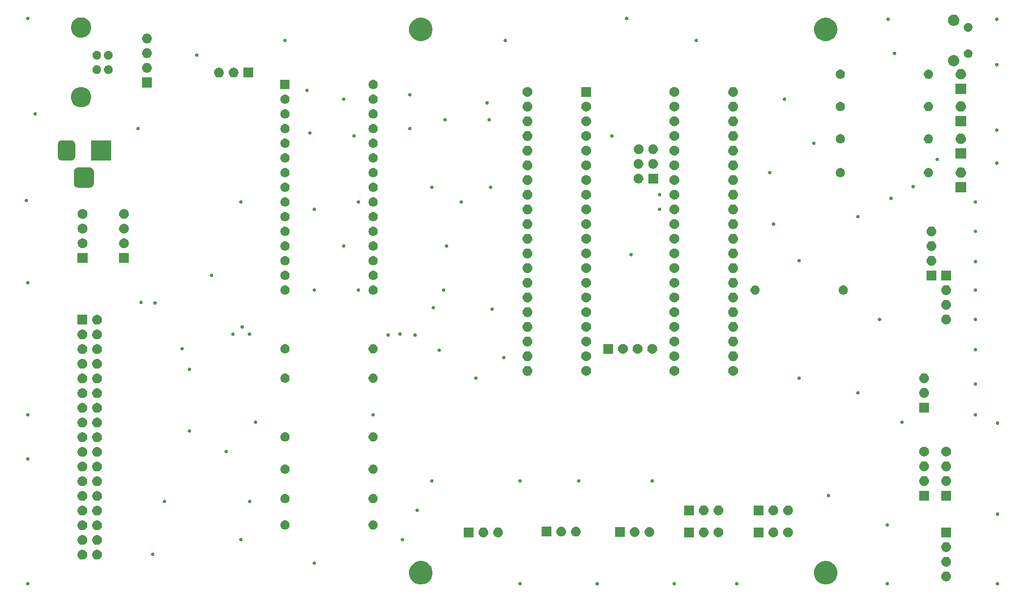
<source format=gbr>
G04 #@! TF.GenerationSoftware,KiCad,Pcbnew,(5.1.2)-2*
G04 #@! TF.CreationDate,2020-12-30T15:46:20+00:00*
G04 #@! TF.ProjectId,Greaseweazle F1 3.5 Inch Rev 2,47726561-7365-4776-9561-7a6c65204631,2*
G04 #@! TF.SameCoordinates,PX6312cb0PY6bcb370*
G04 #@! TF.FileFunction,Soldermask,Bot*
G04 #@! TF.FilePolarity,Negative*
%FSLAX46Y46*%
G04 Gerber Fmt 4.6, Leading zero omitted, Abs format (unit mm)*
G04 Created by KiCad (PCBNEW (5.1.2)-2) date 2020-12-30 15:46:20*
%MOMM*%
%LPD*%
G04 APERTURE LIST*
%ADD10C,0.100000*%
G04 APERTURE END LIST*
D10*
G36*
X115911507Y-36541528D02*
G01*
X115966103Y-36564143D01*
X116015239Y-36596974D01*
X116057026Y-36638761D01*
X116089857Y-36687897D01*
X116112472Y-36742493D01*
X116124000Y-36800453D01*
X116124000Y-36859547D01*
X116112472Y-36917507D01*
X116089857Y-36972103D01*
X116057026Y-37021239D01*
X116015239Y-37063026D01*
X115966103Y-37095857D01*
X115911507Y-37118472D01*
X115853547Y-37130000D01*
X115794453Y-37130000D01*
X115736493Y-37118472D01*
X115681897Y-37095857D01*
X115632761Y-37063026D01*
X115590974Y-37021239D01*
X115558143Y-36972103D01*
X115535528Y-36917507D01*
X115524000Y-36859547D01*
X115524000Y-36800453D01*
X115535528Y-36742493D01*
X115558143Y-36687897D01*
X115590974Y-36638761D01*
X115632761Y-36596974D01*
X115681897Y-36564143D01*
X115736493Y-36541528D01*
X115794453Y-36530000D01*
X115853547Y-36530000D01*
X115911507Y-36541528D01*
X115911507Y-36541528D01*
G37*
G36*
X96861507Y-36541528D02*
G01*
X96916103Y-36564143D01*
X96965239Y-36596974D01*
X97007026Y-36638761D01*
X97039857Y-36687897D01*
X97062472Y-36742493D01*
X97074000Y-36800453D01*
X97074000Y-36859547D01*
X97062472Y-36917507D01*
X97039857Y-36972103D01*
X97007026Y-37021239D01*
X96965239Y-37063026D01*
X96916103Y-37095857D01*
X96861507Y-37118472D01*
X96803547Y-37130000D01*
X96744453Y-37130000D01*
X96686493Y-37118472D01*
X96631897Y-37095857D01*
X96582761Y-37063026D01*
X96540974Y-37021239D01*
X96508143Y-36972103D01*
X96485528Y-36917507D01*
X96474000Y-36859547D01*
X96474000Y-36800453D01*
X96485528Y-36742493D01*
X96508143Y-36687897D01*
X96540974Y-36638761D01*
X96582761Y-36596974D01*
X96631897Y-36564143D01*
X96686493Y-36541528D01*
X96744453Y-36530000D01*
X96803547Y-36530000D01*
X96861507Y-36541528D01*
X96861507Y-36541528D01*
G37*
G36*
X70826507Y-36541528D02*
G01*
X70881103Y-36564143D01*
X70930239Y-36596974D01*
X70972026Y-36638761D01*
X71004857Y-36687897D01*
X71027472Y-36742493D01*
X71039000Y-36800453D01*
X71039000Y-36859547D01*
X71027472Y-36917507D01*
X71004857Y-36972103D01*
X70972026Y-37021239D01*
X70930239Y-37063026D01*
X70881103Y-37095857D01*
X70826507Y-37118472D01*
X70768547Y-37130000D01*
X70709453Y-37130000D01*
X70651493Y-37118472D01*
X70596897Y-37095857D01*
X70547761Y-37063026D01*
X70505974Y-37021239D01*
X70473143Y-36972103D01*
X70450528Y-36917507D01*
X70439000Y-36859547D01*
X70439000Y-36800453D01*
X70450528Y-36742493D01*
X70473143Y-36687897D01*
X70505974Y-36638761D01*
X70547761Y-36596974D01*
X70596897Y-36564143D01*
X70651493Y-36541528D01*
X70709453Y-36530000D01*
X70768547Y-36530000D01*
X70826507Y-36541528D01*
X70826507Y-36541528D01*
G37*
G36*
X60031507Y-36541528D02*
G01*
X60086103Y-36564143D01*
X60135239Y-36596974D01*
X60177026Y-36638761D01*
X60209857Y-36687897D01*
X60232472Y-36742493D01*
X60244000Y-36800453D01*
X60244000Y-36859547D01*
X60232472Y-36917507D01*
X60209857Y-36972103D01*
X60177026Y-37021239D01*
X60135239Y-37063026D01*
X60086103Y-37095857D01*
X60031507Y-37118472D01*
X59973547Y-37130000D01*
X59914453Y-37130000D01*
X59856493Y-37118472D01*
X59801897Y-37095857D01*
X59752761Y-37063026D01*
X59710974Y-37021239D01*
X59678143Y-36972103D01*
X59655528Y-36917507D01*
X59644000Y-36859547D01*
X59644000Y-36800453D01*
X59655528Y-36742493D01*
X59678143Y-36687897D01*
X59710974Y-36638761D01*
X59752761Y-36596974D01*
X59801897Y-36564143D01*
X59856493Y-36541528D01*
X59914453Y-36530000D01*
X59973547Y-36530000D01*
X60031507Y-36541528D01*
X60031507Y-36541528D01*
G37*
G36*
X33361507Y-36541528D02*
G01*
X33416103Y-36564143D01*
X33465239Y-36596974D01*
X33507026Y-36638761D01*
X33539857Y-36687897D01*
X33562472Y-36742493D01*
X33574000Y-36800453D01*
X33574000Y-36859547D01*
X33562472Y-36917507D01*
X33539857Y-36972103D01*
X33507026Y-37021239D01*
X33465239Y-37063026D01*
X33416103Y-37095857D01*
X33361507Y-37118472D01*
X33303547Y-37130000D01*
X33244453Y-37130000D01*
X33186493Y-37118472D01*
X33131897Y-37095857D01*
X33082761Y-37063026D01*
X33040974Y-37021239D01*
X33008143Y-36972103D01*
X32985528Y-36917507D01*
X32974000Y-36859547D01*
X32974000Y-36800453D01*
X32985528Y-36742493D01*
X33008143Y-36687897D01*
X33040974Y-36638761D01*
X33082761Y-36596974D01*
X33131897Y-36564143D01*
X33186493Y-36541528D01*
X33244453Y-36530000D01*
X33303547Y-36530000D01*
X33361507Y-36541528D01*
X33361507Y-36541528D01*
G37*
G36*
X46696507Y-36541528D02*
G01*
X46751103Y-36564143D01*
X46800239Y-36596974D01*
X46842026Y-36638761D01*
X46874857Y-36687897D01*
X46897472Y-36742493D01*
X46909000Y-36800453D01*
X46909000Y-36859547D01*
X46897472Y-36917507D01*
X46874857Y-36972103D01*
X46842026Y-37021239D01*
X46800239Y-37063026D01*
X46751103Y-37095857D01*
X46696507Y-37118472D01*
X46638547Y-37130000D01*
X46579453Y-37130000D01*
X46521493Y-37118472D01*
X46466897Y-37095857D01*
X46417761Y-37063026D01*
X46375974Y-37021239D01*
X46343143Y-36972103D01*
X46320528Y-36917507D01*
X46309000Y-36859547D01*
X46309000Y-36800453D01*
X46320528Y-36742493D01*
X46343143Y-36687897D01*
X46375974Y-36638761D01*
X46417761Y-36596974D01*
X46466897Y-36564143D01*
X46521493Y-36541528D01*
X46579453Y-36530000D01*
X46638547Y-36530000D01*
X46696507Y-36541528D01*
X46696507Y-36541528D01*
G37*
G36*
X-51728493Y-36541528D02*
G01*
X-51673897Y-36564143D01*
X-51624761Y-36596974D01*
X-51582974Y-36638761D01*
X-51550143Y-36687897D01*
X-51527528Y-36742493D01*
X-51516000Y-36800453D01*
X-51516000Y-36859547D01*
X-51527528Y-36917507D01*
X-51550143Y-36972103D01*
X-51582974Y-37021239D01*
X-51624761Y-37063026D01*
X-51673897Y-37095857D01*
X-51728493Y-37118472D01*
X-51786453Y-37130000D01*
X-51845547Y-37130000D01*
X-51903507Y-37118472D01*
X-51958103Y-37095857D01*
X-52007239Y-37063026D01*
X-52049026Y-37021239D01*
X-52081857Y-36972103D01*
X-52104472Y-36917507D01*
X-52116000Y-36859547D01*
X-52116000Y-36800453D01*
X-52104472Y-36742493D01*
X-52081857Y-36687897D01*
X-52049026Y-36638761D01*
X-52007239Y-36596974D01*
X-51958103Y-36564143D01*
X-51903507Y-36541528D01*
X-51845547Y-36530000D01*
X-51786453Y-36530000D01*
X-51728493Y-36541528D01*
X-51728493Y-36541528D01*
G37*
G36*
X16706471Y-32981248D02*
G01*
X17070170Y-33131897D01*
X17076273Y-33134425D01*
X17240941Y-33244453D01*
X17409084Y-33356802D01*
X17692118Y-33639836D01*
X17914496Y-33972649D01*
X18067672Y-34342449D01*
X18145760Y-34735024D01*
X18145760Y-35135296D01*
X18067672Y-35527871D01*
X17914496Y-35897671D01*
X17692118Y-36230484D01*
X17409084Y-36513518D01*
X17284184Y-36596973D01*
X17076273Y-36735895D01*
X17076272Y-36735896D01*
X17076271Y-36735896D01*
X16706471Y-36889072D01*
X16313896Y-36967160D01*
X15913624Y-36967160D01*
X15521049Y-36889072D01*
X15151249Y-36735896D01*
X15151248Y-36735896D01*
X15151247Y-36735895D01*
X14943336Y-36596973D01*
X14818436Y-36513518D01*
X14535402Y-36230484D01*
X14313024Y-35897671D01*
X14159848Y-35527871D01*
X14081760Y-35135296D01*
X14081760Y-34735024D01*
X14159848Y-34342449D01*
X14313024Y-33972649D01*
X14535402Y-33639836D01*
X14818436Y-33356802D01*
X14986579Y-33244453D01*
X15151247Y-33134425D01*
X15157350Y-33131897D01*
X15521049Y-32981248D01*
X15913624Y-32903160D01*
X16313896Y-32903160D01*
X16706471Y-32981248D01*
X16706471Y-32981248D01*
G37*
G36*
X86706331Y-32981248D02*
G01*
X87070030Y-33131897D01*
X87076133Y-33134425D01*
X87240801Y-33244453D01*
X87408944Y-33356802D01*
X87691978Y-33639836D01*
X87914356Y-33972649D01*
X88067532Y-34342449D01*
X88145620Y-34735024D01*
X88145620Y-35135296D01*
X88067532Y-35527871D01*
X87914356Y-35897671D01*
X87691978Y-36230484D01*
X87408944Y-36513518D01*
X87284044Y-36596973D01*
X87076133Y-36735895D01*
X87076132Y-36735896D01*
X87076131Y-36735896D01*
X86706331Y-36889072D01*
X86313756Y-36967160D01*
X85913484Y-36967160D01*
X85520909Y-36889072D01*
X85151109Y-36735896D01*
X85151108Y-36735896D01*
X85151107Y-36735895D01*
X84943196Y-36596973D01*
X84818296Y-36513518D01*
X84535262Y-36230484D01*
X84312884Y-35897671D01*
X84159708Y-35527871D01*
X84081620Y-35135296D01*
X84081620Y-34735024D01*
X84159708Y-34342449D01*
X84312884Y-33972649D01*
X84535262Y-33639836D01*
X84818296Y-33356802D01*
X84986439Y-33244453D01*
X85151107Y-33134425D01*
X85157210Y-33131897D01*
X85520909Y-32981248D01*
X85913484Y-32903160D01*
X86313756Y-32903160D01*
X86706331Y-32981248D01*
X86706331Y-32981248D01*
G37*
G36*
X107100627Y-34722299D02*
G01*
X107142579Y-34735025D01*
X107260855Y-34770903D01*
X107260857Y-34770904D01*
X107408518Y-34849831D01*
X107537949Y-34956051D01*
X107644169Y-35085482D01*
X107723096Y-35233143D01*
X107771701Y-35393373D01*
X107788112Y-35560000D01*
X107771701Y-35726627D01*
X107723096Y-35886857D01*
X107644169Y-36034518D01*
X107537949Y-36163949D01*
X107408518Y-36270169D01*
X107260857Y-36349096D01*
X107260855Y-36349097D01*
X107180742Y-36373399D01*
X107100627Y-36397701D01*
X106975752Y-36410000D01*
X106892248Y-36410000D01*
X106767373Y-36397701D01*
X106687258Y-36373398D01*
X106607145Y-36349097D01*
X106607143Y-36349096D01*
X106459482Y-36270169D01*
X106330051Y-36163949D01*
X106223831Y-36034518D01*
X106144904Y-35886857D01*
X106096299Y-35726627D01*
X106079888Y-35560000D01*
X106096299Y-35393373D01*
X106144904Y-35233143D01*
X106223831Y-35085482D01*
X106330051Y-34956051D01*
X106459482Y-34849831D01*
X106607143Y-34770904D01*
X106607145Y-34770903D01*
X106725421Y-34735025D01*
X106767373Y-34722299D01*
X106892248Y-34710000D01*
X106975752Y-34710000D01*
X107100627Y-34722299D01*
X107100627Y-34722299D01*
G37*
G36*
X107100627Y-32182299D02*
G01*
X107180742Y-32206601D01*
X107260855Y-32230903D01*
X107260857Y-32230904D01*
X107408518Y-32309831D01*
X107537949Y-32416051D01*
X107644169Y-32545482D01*
X107723096Y-32693143D01*
X107771701Y-32853373D01*
X107788112Y-33020000D01*
X107771701Y-33186627D01*
X107723096Y-33346857D01*
X107644169Y-33494518D01*
X107537949Y-33623949D01*
X107408518Y-33730169D01*
X107260857Y-33809096D01*
X107260855Y-33809097D01*
X107180742Y-33833398D01*
X107100627Y-33857701D01*
X106975752Y-33870000D01*
X106892248Y-33870000D01*
X106767373Y-33857701D01*
X106687258Y-33833399D01*
X106607145Y-33809097D01*
X106607143Y-33809096D01*
X106459482Y-33730169D01*
X106330051Y-33623949D01*
X106223831Y-33494518D01*
X106144904Y-33346857D01*
X106096299Y-33186627D01*
X106079888Y-33020000D01*
X106096299Y-32853373D01*
X106144904Y-32693143D01*
X106223831Y-32545482D01*
X106330051Y-32416051D01*
X106459482Y-32309831D01*
X106607143Y-32230904D01*
X106607145Y-32230903D01*
X106687258Y-32206602D01*
X106767373Y-32182299D01*
X106892248Y-32170000D01*
X106975752Y-32170000D01*
X107100627Y-32182299D01*
X107100627Y-32182299D01*
G37*
G36*
X-2198493Y-32985528D02*
G01*
X-2143897Y-33008143D01*
X-2094761Y-33040974D01*
X-2052974Y-33082761D01*
X-2020143Y-33131897D01*
X-1997528Y-33186493D01*
X-1986000Y-33244453D01*
X-1986000Y-33303547D01*
X-1997528Y-33361507D01*
X-2020143Y-33416103D01*
X-2052974Y-33465239D01*
X-2094761Y-33507026D01*
X-2143897Y-33539857D01*
X-2198493Y-33562472D01*
X-2256453Y-33574000D01*
X-2315547Y-33574000D01*
X-2373507Y-33562472D01*
X-2428103Y-33539857D01*
X-2477239Y-33507026D01*
X-2519026Y-33465239D01*
X-2551857Y-33416103D01*
X-2574472Y-33361507D01*
X-2586000Y-33303547D01*
X-2586000Y-33244453D01*
X-2574472Y-33186493D01*
X-2551857Y-33131897D01*
X-2519026Y-33082761D01*
X-2477239Y-33040974D01*
X-2428103Y-33008143D01*
X-2373507Y-32985528D01*
X-2315547Y-32974000D01*
X-2256453Y-32974000D01*
X-2198493Y-32985528D01*
X-2198493Y-32985528D01*
G37*
G36*
X-39685973Y-30963099D02*
G01*
X-39605858Y-30987401D01*
X-39525745Y-31011703D01*
X-39525743Y-31011704D01*
X-39378082Y-31090631D01*
X-39248651Y-31196851D01*
X-39142431Y-31326282D01*
X-39063504Y-31473943D01*
X-39063503Y-31473945D01*
X-39050451Y-31516973D01*
X-39014899Y-31634173D01*
X-38998488Y-31800800D01*
X-39014899Y-31967427D01*
X-39063504Y-32127657D01*
X-39142431Y-32275318D01*
X-39248651Y-32404749D01*
X-39378082Y-32510969D01*
X-39442651Y-32545482D01*
X-39525745Y-32589897D01*
X-39605858Y-32614199D01*
X-39685973Y-32638501D01*
X-39810848Y-32650800D01*
X-39894352Y-32650800D01*
X-40019227Y-32638501D01*
X-40099342Y-32614199D01*
X-40179455Y-32589897D01*
X-40262549Y-32545482D01*
X-40327118Y-32510969D01*
X-40456549Y-32404749D01*
X-40562769Y-32275318D01*
X-40641696Y-32127657D01*
X-40690301Y-31967427D01*
X-40706712Y-31800800D01*
X-40690301Y-31634173D01*
X-40654749Y-31516973D01*
X-40641697Y-31473945D01*
X-40641696Y-31473943D01*
X-40562769Y-31326282D01*
X-40456549Y-31196851D01*
X-40327118Y-31090631D01*
X-40179457Y-31011704D01*
X-40179455Y-31011703D01*
X-40099342Y-30987402D01*
X-40019227Y-30963099D01*
X-39894352Y-30950800D01*
X-39810848Y-30950800D01*
X-39685973Y-30963099D01*
X-39685973Y-30963099D01*
G37*
G36*
X-42225973Y-30963099D02*
G01*
X-42145858Y-30987401D01*
X-42065745Y-31011703D01*
X-42065743Y-31011704D01*
X-41918082Y-31090631D01*
X-41788651Y-31196851D01*
X-41682431Y-31326282D01*
X-41603504Y-31473943D01*
X-41603503Y-31473945D01*
X-41590451Y-31516973D01*
X-41554899Y-31634173D01*
X-41538488Y-31800800D01*
X-41554899Y-31967427D01*
X-41603504Y-32127657D01*
X-41682431Y-32275318D01*
X-41788651Y-32404749D01*
X-41918082Y-32510969D01*
X-41982651Y-32545482D01*
X-42065745Y-32589897D01*
X-42145858Y-32614199D01*
X-42225973Y-32638501D01*
X-42350848Y-32650800D01*
X-42434352Y-32650800D01*
X-42559227Y-32638501D01*
X-42639342Y-32614199D01*
X-42719455Y-32589897D01*
X-42802549Y-32545482D01*
X-42867118Y-32510969D01*
X-42996549Y-32404749D01*
X-43102769Y-32275318D01*
X-43181696Y-32127657D01*
X-43230301Y-31967427D01*
X-43246712Y-31800800D01*
X-43230301Y-31634173D01*
X-43194749Y-31516973D01*
X-43181697Y-31473945D01*
X-43181696Y-31473943D01*
X-43102769Y-31326282D01*
X-42996549Y-31196851D01*
X-42867118Y-31090631D01*
X-42719457Y-31011704D01*
X-42719455Y-31011703D01*
X-42639342Y-30987401D01*
X-42559227Y-30963099D01*
X-42434352Y-30950800D01*
X-42350848Y-30950800D01*
X-42225973Y-30963099D01*
X-42225973Y-30963099D01*
G37*
G36*
X-30138493Y-31461528D02*
G01*
X-30083897Y-31484143D01*
X-30034761Y-31516974D01*
X-29992974Y-31558761D01*
X-29960143Y-31607897D01*
X-29937528Y-31662493D01*
X-29926000Y-31720453D01*
X-29926000Y-31779547D01*
X-29937528Y-31837507D01*
X-29960143Y-31892103D01*
X-29992974Y-31941239D01*
X-30034761Y-31983026D01*
X-30083897Y-32015857D01*
X-30138493Y-32038472D01*
X-30196453Y-32050000D01*
X-30255547Y-32050000D01*
X-30313507Y-32038472D01*
X-30368103Y-32015857D01*
X-30417239Y-31983026D01*
X-30459026Y-31941239D01*
X-30491857Y-31892103D01*
X-30514472Y-31837507D01*
X-30526000Y-31779547D01*
X-30526000Y-31720453D01*
X-30514472Y-31662493D01*
X-30491857Y-31607897D01*
X-30459026Y-31558761D01*
X-30417239Y-31516974D01*
X-30368103Y-31484143D01*
X-30313507Y-31461528D01*
X-30255547Y-31450000D01*
X-30196453Y-31450000D01*
X-30138493Y-31461528D01*
X-30138493Y-31461528D01*
G37*
G36*
X107100627Y-29642299D02*
G01*
X107180742Y-29666602D01*
X107260855Y-29690903D01*
X107260857Y-29690904D01*
X107408518Y-29769831D01*
X107537949Y-29876051D01*
X107644169Y-30005482D01*
X107723096Y-30153143D01*
X107771701Y-30313373D01*
X107788112Y-30480000D01*
X107771701Y-30646627D01*
X107723096Y-30806857D01*
X107644169Y-30954518D01*
X107537949Y-31083949D01*
X107408518Y-31190169D01*
X107260857Y-31269096D01*
X107260855Y-31269097D01*
X107180742Y-31293398D01*
X107100627Y-31317701D01*
X106975752Y-31330000D01*
X106892248Y-31330000D01*
X106767373Y-31317701D01*
X106687258Y-31293398D01*
X106607145Y-31269097D01*
X106607143Y-31269096D01*
X106459482Y-31190169D01*
X106330051Y-31083949D01*
X106223831Y-30954518D01*
X106144904Y-30806857D01*
X106096299Y-30646627D01*
X106079888Y-30480000D01*
X106096299Y-30313373D01*
X106144904Y-30153143D01*
X106223831Y-30005482D01*
X106330051Y-29876051D01*
X106459482Y-29769831D01*
X106607143Y-29690904D01*
X106607145Y-29690903D01*
X106687258Y-29666602D01*
X106767373Y-29642299D01*
X106892248Y-29630000D01*
X106975752Y-29630000D01*
X107100627Y-29642299D01*
X107100627Y-29642299D01*
G37*
G36*
X-42225973Y-28423099D02*
G01*
X-42145858Y-28447402D01*
X-42065745Y-28471703D01*
X-42065743Y-28471704D01*
X-41918082Y-28550631D01*
X-41788651Y-28656851D01*
X-41682431Y-28786282D01*
X-41603504Y-28933943D01*
X-41603503Y-28933945D01*
X-41590451Y-28976973D01*
X-41554899Y-29094173D01*
X-41538488Y-29260800D01*
X-41554899Y-29427427D01*
X-41603504Y-29587657D01*
X-41682431Y-29735318D01*
X-41788651Y-29864749D01*
X-41918082Y-29970969D01*
X-41982651Y-30005482D01*
X-42065745Y-30049897D01*
X-42145858Y-30074198D01*
X-42225973Y-30098501D01*
X-42350848Y-30110800D01*
X-42434352Y-30110800D01*
X-42559227Y-30098501D01*
X-42639342Y-30074198D01*
X-42719455Y-30049897D01*
X-42802549Y-30005482D01*
X-42867118Y-29970969D01*
X-42996549Y-29864749D01*
X-43102769Y-29735318D01*
X-43181696Y-29587657D01*
X-43230301Y-29427427D01*
X-43246712Y-29260800D01*
X-43230301Y-29094173D01*
X-43194749Y-28976973D01*
X-43181697Y-28933945D01*
X-43181696Y-28933943D01*
X-43102769Y-28786282D01*
X-42996549Y-28656851D01*
X-42867118Y-28550631D01*
X-42719457Y-28471704D01*
X-42719455Y-28471703D01*
X-42639342Y-28447402D01*
X-42559227Y-28423099D01*
X-42434352Y-28410800D01*
X-42350848Y-28410800D01*
X-42225973Y-28423099D01*
X-42225973Y-28423099D01*
G37*
G36*
X-39685973Y-28423099D02*
G01*
X-39605858Y-28447402D01*
X-39525745Y-28471703D01*
X-39525743Y-28471704D01*
X-39378082Y-28550631D01*
X-39248651Y-28656851D01*
X-39142431Y-28786282D01*
X-39063504Y-28933943D01*
X-39063503Y-28933945D01*
X-39050451Y-28976973D01*
X-39014899Y-29094173D01*
X-38998488Y-29260800D01*
X-39014899Y-29427427D01*
X-39063504Y-29587657D01*
X-39142431Y-29735318D01*
X-39248651Y-29864749D01*
X-39378082Y-29970969D01*
X-39442651Y-30005482D01*
X-39525745Y-30049897D01*
X-39605858Y-30074198D01*
X-39685973Y-30098501D01*
X-39810848Y-30110800D01*
X-39894352Y-30110800D01*
X-40019227Y-30098501D01*
X-40099342Y-30074198D01*
X-40179455Y-30049897D01*
X-40262549Y-30005482D01*
X-40327118Y-29970969D01*
X-40456549Y-29864749D01*
X-40562769Y-29735318D01*
X-40641696Y-29587657D01*
X-40690301Y-29427427D01*
X-40706712Y-29260800D01*
X-40690301Y-29094173D01*
X-40654749Y-28976973D01*
X-40641697Y-28933945D01*
X-40641696Y-28933943D01*
X-40562769Y-28786282D01*
X-40456549Y-28656851D01*
X-40327118Y-28550631D01*
X-40179457Y-28471704D01*
X-40179455Y-28471703D01*
X-40099342Y-28447402D01*
X-40019227Y-28423099D01*
X-39894352Y-28410800D01*
X-39810848Y-28410800D01*
X-39685973Y-28423099D01*
X-39685973Y-28423099D01*
G37*
G36*
X-14898493Y-28921528D02*
G01*
X-14843897Y-28944143D01*
X-14794761Y-28976974D01*
X-14752974Y-29018761D01*
X-14720143Y-29067897D01*
X-14697528Y-29122493D01*
X-14686000Y-29180453D01*
X-14686000Y-29239547D01*
X-14697528Y-29297507D01*
X-14720143Y-29352103D01*
X-14752974Y-29401239D01*
X-14794761Y-29443026D01*
X-14843897Y-29475857D01*
X-14898493Y-29498472D01*
X-14956453Y-29510000D01*
X-15015547Y-29510000D01*
X-15073507Y-29498472D01*
X-15128103Y-29475857D01*
X-15177239Y-29443026D01*
X-15219026Y-29401239D01*
X-15251857Y-29352103D01*
X-15274472Y-29297507D01*
X-15286000Y-29239547D01*
X-15286000Y-29180453D01*
X-15274472Y-29122493D01*
X-15251857Y-29067897D01*
X-15219026Y-29018761D01*
X-15177239Y-28976974D01*
X-15128103Y-28944143D01*
X-15073507Y-28921528D01*
X-15015547Y-28910000D01*
X-14956453Y-28910000D01*
X-14898493Y-28921528D01*
X-14898493Y-28921528D01*
G37*
G36*
X13041507Y-28921528D02*
G01*
X13096103Y-28944143D01*
X13145239Y-28976974D01*
X13187026Y-29018761D01*
X13219857Y-29067897D01*
X13242472Y-29122493D01*
X13254000Y-29180453D01*
X13254000Y-29239547D01*
X13242472Y-29297507D01*
X13219857Y-29352103D01*
X13187026Y-29401239D01*
X13145239Y-29443026D01*
X13096103Y-29475857D01*
X13041507Y-29498472D01*
X12983547Y-29510000D01*
X12924453Y-29510000D01*
X12866493Y-29498472D01*
X12811897Y-29475857D01*
X12762761Y-29443026D01*
X12720974Y-29401239D01*
X12688143Y-29352103D01*
X12665528Y-29297507D01*
X12654000Y-29239547D01*
X12654000Y-29180453D01*
X12665528Y-29122493D01*
X12688143Y-29067897D01*
X12720974Y-29018761D01*
X12762761Y-28976974D01*
X12811897Y-28944143D01*
X12866493Y-28921528D01*
X12924453Y-28910000D01*
X12983547Y-28910000D01*
X13041507Y-28921528D01*
X13041507Y-28921528D01*
G37*
G36*
X25234000Y-28790000D02*
G01*
X23534000Y-28790000D01*
X23534000Y-27090000D01*
X25234000Y-27090000D01*
X25234000Y-28790000D01*
X25234000Y-28790000D01*
G37*
G36*
X27090627Y-27102299D02*
G01*
X27157762Y-27122664D01*
X27250855Y-27150903D01*
X27250857Y-27150904D01*
X27398518Y-27229831D01*
X27527949Y-27336051D01*
X27634169Y-27465482D01*
X27685944Y-27562345D01*
X27713097Y-27613145D01*
X27737036Y-27692064D01*
X27761701Y-27773373D01*
X27778112Y-27940000D01*
X27761701Y-28106627D01*
X27713096Y-28266857D01*
X27634169Y-28414518D01*
X27527949Y-28543949D01*
X27398518Y-28650169D01*
X27250857Y-28729096D01*
X27250855Y-28729097D01*
X27170742Y-28753399D01*
X27090627Y-28777701D01*
X26965752Y-28790000D01*
X26882248Y-28790000D01*
X26757373Y-28777701D01*
X26677258Y-28753399D01*
X26597145Y-28729097D01*
X26597143Y-28729096D01*
X26449482Y-28650169D01*
X26320051Y-28543949D01*
X26213831Y-28414518D01*
X26134904Y-28266857D01*
X26086299Y-28106627D01*
X26069888Y-27940000D01*
X26086299Y-27773373D01*
X26110964Y-27692064D01*
X26134903Y-27613145D01*
X26162056Y-27562345D01*
X26213831Y-27465482D01*
X26320051Y-27336051D01*
X26449482Y-27229831D01*
X26597143Y-27150904D01*
X26597145Y-27150903D01*
X26690238Y-27122664D01*
X26757373Y-27102299D01*
X26882248Y-27090000D01*
X26965752Y-27090000D01*
X27090627Y-27102299D01*
X27090627Y-27102299D01*
G37*
G36*
X29630627Y-27102299D02*
G01*
X29697762Y-27122664D01*
X29790855Y-27150903D01*
X29790857Y-27150904D01*
X29938518Y-27229831D01*
X30067949Y-27336051D01*
X30174169Y-27465482D01*
X30225944Y-27562345D01*
X30253097Y-27613145D01*
X30277036Y-27692064D01*
X30301701Y-27773373D01*
X30318112Y-27940000D01*
X30301701Y-28106627D01*
X30253096Y-28266857D01*
X30174169Y-28414518D01*
X30067949Y-28543949D01*
X29938518Y-28650169D01*
X29790857Y-28729096D01*
X29790855Y-28729097D01*
X29710742Y-28753399D01*
X29630627Y-28777701D01*
X29505752Y-28790000D01*
X29422248Y-28790000D01*
X29297373Y-28777701D01*
X29217258Y-28753399D01*
X29137145Y-28729097D01*
X29137143Y-28729096D01*
X28989482Y-28650169D01*
X28860051Y-28543949D01*
X28753831Y-28414518D01*
X28674904Y-28266857D01*
X28626299Y-28106627D01*
X28609888Y-27940000D01*
X28626299Y-27773373D01*
X28650964Y-27692064D01*
X28674903Y-27613145D01*
X28702056Y-27562345D01*
X28753831Y-27465482D01*
X28860051Y-27336051D01*
X28989482Y-27229831D01*
X29137143Y-27150904D01*
X29137145Y-27150903D01*
X29230238Y-27122664D01*
X29297373Y-27102299D01*
X29422248Y-27090000D01*
X29505752Y-27090000D01*
X29630627Y-27102299D01*
X29630627Y-27102299D01*
G37*
G36*
X63334000Y-28790000D02*
G01*
X61634000Y-28790000D01*
X61634000Y-27090000D01*
X63334000Y-27090000D01*
X63334000Y-28790000D01*
X63334000Y-28790000D01*
G37*
G36*
X65190627Y-27102299D02*
G01*
X65257762Y-27122664D01*
X65350855Y-27150903D01*
X65350857Y-27150904D01*
X65498518Y-27229831D01*
X65627949Y-27336051D01*
X65734169Y-27465482D01*
X65785944Y-27562345D01*
X65813097Y-27613145D01*
X65837036Y-27692064D01*
X65861701Y-27773373D01*
X65878112Y-27940000D01*
X65861701Y-28106627D01*
X65813096Y-28266857D01*
X65734169Y-28414518D01*
X65627949Y-28543949D01*
X65498518Y-28650169D01*
X65350857Y-28729096D01*
X65350855Y-28729097D01*
X65270742Y-28753399D01*
X65190627Y-28777701D01*
X65065752Y-28790000D01*
X64982248Y-28790000D01*
X64857373Y-28777701D01*
X64777258Y-28753399D01*
X64697145Y-28729097D01*
X64697143Y-28729096D01*
X64549482Y-28650169D01*
X64420051Y-28543949D01*
X64313831Y-28414518D01*
X64234904Y-28266857D01*
X64186299Y-28106627D01*
X64169888Y-27940000D01*
X64186299Y-27773373D01*
X64210964Y-27692064D01*
X64234903Y-27613145D01*
X64262056Y-27562345D01*
X64313831Y-27465482D01*
X64420051Y-27336051D01*
X64549482Y-27229831D01*
X64697143Y-27150904D01*
X64697145Y-27150903D01*
X64790238Y-27122664D01*
X64857373Y-27102299D01*
X64982248Y-27090000D01*
X65065752Y-27090000D01*
X65190627Y-27102299D01*
X65190627Y-27102299D01*
G37*
G36*
X77230227Y-27102299D02*
G01*
X77297362Y-27122664D01*
X77390455Y-27150903D01*
X77390457Y-27150904D01*
X77538118Y-27229831D01*
X77667549Y-27336051D01*
X77773769Y-27465482D01*
X77825544Y-27562345D01*
X77852697Y-27613145D01*
X77876636Y-27692064D01*
X77901301Y-27773373D01*
X77917712Y-27940000D01*
X77901301Y-28106627D01*
X77852696Y-28266857D01*
X77773769Y-28414518D01*
X77667549Y-28543949D01*
X77538118Y-28650169D01*
X77390457Y-28729096D01*
X77390455Y-28729097D01*
X77310342Y-28753399D01*
X77230227Y-28777701D01*
X77105352Y-28790000D01*
X77021848Y-28790000D01*
X76896973Y-28777701D01*
X76816858Y-28753399D01*
X76736745Y-28729097D01*
X76736743Y-28729096D01*
X76589082Y-28650169D01*
X76459651Y-28543949D01*
X76353431Y-28414518D01*
X76274504Y-28266857D01*
X76225899Y-28106627D01*
X76209488Y-27940000D01*
X76225899Y-27773373D01*
X76250564Y-27692064D01*
X76274503Y-27613145D01*
X76301656Y-27562345D01*
X76353431Y-27465482D01*
X76459651Y-27336051D01*
X76589082Y-27229831D01*
X76736743Y-27150904D01*
X76736745Y-27150903D01*
X76829838Y-27122664D01*
X76896973Y-27102299D01*
X77021848Y-27090000D01*
X77105352Y-27090000D01*
X77230227Y-27102299D01*
X77230227Y-27102299D01*
G37*
G36*
X79851535Y-27122664D02*
G01*
X79989882Y-27179970D01*
X80006226Y-27186740D01*
X80145444Y-27279762D01*
X80263838Y-27398156D01*
X80356860Y-27537374D01*
X80356861Y-27537376D01*
X80420936Y-27692065D01*
X80453600Y-27856281D01*
X80453600Y-28023719D01*
X80420936Y-28187935D01*
X80372976Y-28303719D01*
X80356860Y-28342626D01*
X80263838Y-28481844D01*
X80145444Y-28600238D01*
X80006226Y-28693260D01*
X80006225Y-28693261D01*
X80006224Y-28693261D01*
X79851535Y-28757336D01*
X79687319Y-28790000D01*
X79519881Y-28790000D01*
X79355665Y-28757336D01*
X79200976Y-28693261D01*
X79200975Y-28693261D01*
X79200974Y-28693260D01*
X79061756Y-28600238D01*
X78943362Y-28481844D01*
X78850340Y-28342626D01*
X78834224Y-28303719D01*
X78786264Y-28187935D01*
X78753600Y-28023719D01*
X78753600Y-27856281D01*
X78786264Y-27692065D01*
X78850339Y-27537376D01*
X78850340Y-27537374D01*
X78943362Y-27398156D01*
X79061756Y-27279762D01*
X79200974Y-27186740D01*
X79217318Y-27179970D01*
X79355665Y-27122664D01*
X79519881Y-27090000D01*
X79687319Y-27090000D01*
X79851535Y-27122664D01*
X79851535Y-27122664D01*
G37*
G36*
X107784000Y-28790000D02*
G01*
X106084000Y-28790000D01*
X106084000Y-27090000D01*
X107784000Y-27090000D01*
X107784000Y-28790000D01*
X107784000Y-28790000D01*
G37*
G36*
X67811935Y-27122664D02*
G01*
X67950282Y-27179970D01*
X67966626Y-27186740D01*
X68105844Y-27279762D01*
X68224238Y-27398156D01*
X68317260Y-27537374D01*
X68317261Y-27537376D01*
X68381336Y-27692065D01*
X68414000Y-27856281D01*
X68414000Y-28023719D01*
X68381336Y-28187935D01*
X68333376Y-28303719D01*
X68317260Y-28342626D01*
X68224238Y-28481844D01*
X68105844Y-28600238D01*
X67966626Y-28693260D01*
X67966625Y-28693261D01*
X67966624Y-28693261D01*
X67811935Y-28757336D01*
X67647719Y-28790000D01*
X67480281Y-28790000D01*
X67316065Y-28757336D01*
X67161376Y-28693261D01*
X67161375Y-28693261D01*
X67161374Y-28693260D01*
X67022156Y-28600238D01*
X66903762Y-28481844D01*
X66810740Y-28342626D01*
X66794624Y-28303719D01*
X66746664Y-28187935D01*
X66714000Y-28023719D01*
X66714000Y-27856281D01*
X66746664Y-27692065D01*
X66810739Y-27537376D01*
X66810740Y-27537374D01*
X66903762Y-27398156D01*
X67022156Y-27279762D01*
X67161374Y-27186740D01*
X67177718Y-27179970D01*
X67316065Y-27122664D01*
X67480281Y-27090000D01*
X67647719Y-27090000D01*
X67811935Y-27122664D01*
X67811935Y-27122664D01*
G37*
G36*
X75373600Y-28790000D02*
G01*
X73673600Y-28790000D01*
X73673600Y-27090000D01*
X75373600Y-27090000D01*
X75373600Y-28790000D01*
X75373600Y-28790000D01*
G37*
G36*
X51396000Y-28739200D02*
G01*
X49696000Y-28739200D01*
X49696000Y-27039200D01*
X51396000Y-27039200D01*
X51396000Y-28739200D01*
X51396000Y-28739200D01*
G37*
G36*
X53252627Y-27051499D02*
G01*
X53332742Y-27075801D01*
X53412855Y-27100103D01*
X53412857Y-27100104D01*
X53560518Y-27179031D01*
X53689949Y-27285251D01*
X53796169Y-27414682D01*
X53823322Y-27465482D01*
X53875097Y-27562345D01*
X53890506Y-27613143D01*
X53923701Y-27722573D01*
X53940112Y-27889200D01*
X53923701Y-28055827D01*
X53923700Y-28055829D01*
X53883627Y-28187936D01*
X53875096Y-28216057D01*
X53796169Y-28363718D01*
X53689949Y-28493149D01*
X53560518Y-28599369D01*
X53434177Y-28666900D01*
X53412855Y-28678297D01*
X53363524Y-28693261D01*
X53252627Y-28726901D01*
X53127752Y-28739200D01*
X53044248Y-28739200D01*
X52919373Y-28726901D01*
X52808476Y-28693261D01*
X52759145Y-28678297D01*
X52737823Y-28666900D01*
X52611482Y-28599369D01*
X52482051Y-28493149D01*
X52375831Y-28363718D01*
X52296904Y-28216057D01*
X52288374Y-28187936D01*
X52248300Y-28055829D01*
X52248299Y-28055827D01*
X52231888Y-27889200D01*
X52248299Y-27722573D01*
X52281494Y-27613143D01*
X52296903Y-27562345D01*
X52348678Y-27465482D01*
X52375831Y-27414682D01*
X52482051Y-27285251D01*
X52611482Y-27179031D01*
X52759143Y-27100104D01*
X52759145Y-27100103D01*
X52839258Y-27075802D01*
X52919373Y-27051499D01*
X53044248Y-27039200D01*
X53127752Y-27039200D01*
X53252627Y-27051499D01*
X53252627Y-27051499D01*
G37*
G36*
X55792627Y-27051499D02*
G01*
X55872742Y-27075801D01*
X55952855Y-27100103D01*
X55952857Y-27100104D01*
X56100518Y-27179031D01*
X56229949Y-27285251D01*
X56336169Y-27414682D01*
X56363322Y-27465482D01*
X56415097Y-27562345D01*
X56430506Y-27613143D01*
X56463701Y-27722573D01*
X56480112Y-27889200D01*
X56463701Y-28055827D01*
X56463700Y-28055829D01*
X56423627Y-28187936D01*
X56415096Y-28216057D01*
X56336169Y-28363718D01*
X56229949Y-28493149D01*
X56100518Y-28599369D01*
X55974177Y-28666900D01*
X55952855Y-28678297D01*
X55903524Y-28693261D01*
X55792627Y-28726901D01*
X55667752Y-28739200D01*
X55584248Y-28739200D01*
X55459373Y-28726901D01*
X55348476Y-28693261D01*
X55299145Y-28678297D01*
X55277823Y-28666900D01*
X55151482Y-28599369D01*
X55022051Y-28493149D01*
X54915831Y-28363718D01*
X54836904Y-28216057D01*
X54828374Y-28187936D01*
X54788300Y-28055829D01*
X54788299Y-28055827D01*
X54771888Y-27889200D01*
X54788299Y-27722573D01*
X54821494Y-27613143D01*
X54836903Y-27562345D01*
X54888678Y-27465482D01*
X54915831Y-27414682D01*
X55022051Y-27285251D01*
X55151482Y-27179031D01*
X55299143Y-27100104D01*
X55299145Y-27100103D01*
X55379258Y-27075802D01*
X55459373Y-27051499D01*
X55584248Y-27039200D01*
X55667752Y-27039200D01*
X55792627Y-27051499D01*
X55792627Y-27051499D01*
G37*
G36*
X43092627Y-26991499D02*
G01*
X43172742Y-27015802D01*
X43252855Y-27040103D01*
X43252857Y-27040104D01*
X43400518Y-27119031D01*
X43529949Y-27225251D01*
X43636169Y-27354682D01*
X43695393Y-27465481D01*
X43715097Y-27502345D01*
X43725723Y-27537376D01*
X43763701Y-27662573D01*
X43780112Y-27829200D01*
X43763701Y-27995827D01*
X43763700Y-27995829D01*
X43730091Y-28106627D01*
X43715096Y-28156057D01*
X43636169Y-28303718D01*
X43529949Y-28433149D01*
X43400518Y-28539369D01*
X43286641Y-28600238D01*
X43252855Y-28618297D01*
X43172742Y-28642598D01*
X43092627Y-28666901D01*
X42967752Y-28679200D01*
X42884248Y-28679200D01*
X42759373Y-28666901D01*
X42679258Y-28642598D01*
X42599145Y-28618297D01*
X42565359Y-28600238D01*
X42451482Y-28539369D01*
X42322051Y-28433149D01*
X42215831Y-28303718D01*
X42136904Y-28156057D01*
X42121910Y-28106627D01*
X42088300Y-27995829D01*
X42088299Y-27995827D01*
X42071888Y-27829200D01*
X42088299Y-27662573D01*
X42126277Y-27537376D01*
X42136903Y-27502345D01*
X42156607Y-27465481D01*
X42215831Y-27354682D01*
X42322051Y-27225251D01*
X42451482Y-27119031D01*
X42599143Y-27040104D01*
X42599145Y-27040103D01*
X42679258Y-27015802D01*
X42759373Y-26991499D01*
X42884248Y-26979200D01*
X42967752Y-26979200D01*
X43092627Y-26991499D01*
X43092627Y-26991499D01*
G37*
G36*
X40552627Y-26991499D02*
G01*
X40632742Y-27015802D01*
X40712855Y-27040103D01*
X40712857Y-27040104D01*
X40860518Y-27119031D01*
X40989949Y-27225251D01*
X41096169Y-27354682D01*
X41155393Y-27465481D01*
X41175097Y-27502345D01*
X41185723Y-27537376D01*
X41223701Y-27662573D01*
X41240112Y-27829200D01*
X41223701Y-27995827D01*
X41223700Y-27995829D01*
X41190091Y-28106627D01*
X41175096Y-28156057D01*
X41096169Y-28303718D01*
X40989949Y-28433149D01*
X40860518Y-28539369D01*
X40746641Y-28600238D01*
X40712855Y-28618297D01*
X40632742Y-28642598D01*
X40552627Y-28666901D01*
X40427752Y-28679200D01*
X40344248Y-28679200D01*
X40219373Y-28666901D01*
X40139258Y-28642598D01*
X40059145Y-28618297D01*
X40025359Y-28600238D01*
X39911482Y-28539369D01*
X39782051Y-28433149D01*
X39675831Y-28303718D01*
X39596904Y-28156057D01*
X39581910Y-28106627D01*
X39548300Y-27995829D01*
X39548299Y-27995827D01*
X39531888Y-27829200D01*
X39548299Y-27662573D01*
X39586277Y-27537376D01*
X39596903Y-27502345D01*
X39616607Y-27465481D01*
X39675831Y-27354682D01*
X39782051Y-27225251D01*
X39911482Y-27119031D01*
X40059143Y-27040104D01*
X40059145Y-27040103D01*
X40139258Y-27015802D01*
X40219373Y-26991499D01*
X40344248Y-26979200D01*
X40427752Y-26979200D01*
X40552627Y-26991499D01*
X40552627Y-26991499D01*
G37*
G36*
X38696000Y-28679200D02*
G01*
X36996000Y-28679200D01*
X36996000Y-26979200D01*
X38696000Y-26979200D01*
X38696000Y-28679200D01*
X38696000Y-28679200D01*
G37*
G36*
X-39685973Y-25883099D02*
G01*
X-39605858Y-25907402D01*
X-39525745Y-25931703D01*
X-39525743Y-25931704D01*
X-39378082Y-26010631D01*
X-39248651Y-26116851D01*
X-39142431Y-26246282D01*
X-39063504Y-26393943D01*
X-39063503Y-26393945D01*
X-39050549Y-26436649D01*
X-39014899Y-26554173D01*
X-38998488Y-26720800D01*
X-39014899Y-26887427D01*
X-39029590Y-26935856D01*
X-39061212Y-27040104D01*
X-39063504Y-27047657D01*
X-39142431Y-27195318D01*
X-39248651Y-27324749D01*
X-39378082Y-27430969D01*
X-39511616Y-27502345D01*
X-39525745Y-27509897D01*
X-39605858Y-27534199D01*
X-39685973Y-27558501D01*
X-39810848Y-27570800D01*
X-39894352Y-27570800D01*
X-40019227Y-27558501D01*
X-40099342Y-27534199D01*
X-40179455Y-27509897D01*
X-40193584Y-27502345D01*
X-40327118Y-27430969D01*
X-40456549Y-27324749D01*
X-40562769Y-27195318D01*
X-40641696Y-27047657D01*
X-40643987Y-27040104D01*
X-40675610Y-26935856D01*
X-40690301Y-26887427D01*
X-40706712Y-26720800D01*
X-40690301Y-26554173D01*
X-40654651Y-26436649D01*
X-40641697Y-26393945D01*
X-40641696Y-26393943D01*
X-40562769Y-26246282D01*
X-40456549Y-26116851D01*
X-40327118Y-26010631D01*
X-40179457Y-25931704D01*
X-40179455Y-25931703D01*
X-40099342Y-25907402D01*
X-40019227Y-25883099D01*
X-39894352Y-25870800D01*
X-39810848Y-25870800D01*
X-39685973Y-25883099D01*
X-39685973Y-25883099D01*
G37*
G36*
X-42225973Y-25883099D02*
G01*
X-42145858Y-25907402D01*
X-42065745Y-25931703D01*
X-42065743Y-25931704D01*
X-41918082Y-26010631D01*
X-41788651Y-26116851D01*
X-41682431Y-26246282D01*
X-41603504Y-26393943D01*
X-41603503Y-26393945D01*
X-41590549Y-26436649D01*
X-41554899Y-26554173D01*
X-41538488Y-26720800D01*
X-41554899Y-26887427D01*
X-41569590Y-26935856D01*
X-41601212Y-27040104D01*
X-41603504Y-27047657D01*
X-41682431Y-27195318D01*
X-41788651Y-27324749D01*
X-41918082Y-27430969D01*
X-42051616Y-27502345D01*
X-42065745Y-27509897D01*
X-42145858Y-27534199D01*
X-42225973Y-27558501D01*
X-42350848Y-27570800D01*
X-42434352Y-27570800D01*
X-42559227Y-27558501D01*
X-42639342Y-27534199D01*
X-42719455Y-27509897D01*
X-42733584Y-27502345D01*
X-42867118Y-27430969D01*
X-42996549Y-27324749D01*
X-43102769Y-27195318D01*
X-43181696Y-27047657D01*
X-43183987Y-27040104D01*
X-43215610Y-26935856D01*
X-43230301Y-26887427D01*
X-43246712Y-26720800D01*
X-43230301Y-26554173D01*
X-43194651Y-26436649D01*
X-43181697Y-26393945D01*
X-43181696Y-26393943D01*
X-43102769Y-26246282D01*
X-42996549Y-26116851D01*
X-42867118Y-26010631D01*
X-42719457Y-25931704D01*
X-42719455Y-25931703D01*
X-42639342Y-25907402D01*
X-42559227Y-25883099D01*
X-42434352Y-25870800D01*
X-42350848Y-25870800D01*
X-42225973Y-25883099D01*
X-42225973Y-25883099D01*
G37*
G36*
X8107351Y-25900743D02*
G01*
X8252941Y-25961048D01*
X8383970Y-26048599D01*
X8495401Y-26160030D01*
X8582952Y-26291059D01*
X8643257Y-26436649D01*
X8674000Y-26591206D01*
X8674000Y-26748794D01*
X8643257Y-26903351D01*
X8582952Y-27048941D01*
X8495401Y-27179970D01*
X8383970Y-27291401D01*
X8252941Y-27378952D01*
X8107351Y-27439257D01*
X7952794Y-27470000D01*
X7795206Y-27470000D01*
X7640649Y-27439257D01*
X7495059Y-27378952D01*
X7364030Y-27291401D01*
X7252599Y-27179970D01*
X7165048Y-27048941D01*
X7104743Y-26903351D01*
X7074000Y-26748794D01*
X7074000Y-26591206D01*
X7104743Y-26436649D01*
X7165048Y-26291059D01*
X7252599Y-26160030D01*
X7364030Y-26048599D01*
X7495059Y-25961048D01*
X7640649Y-25900743D01*
X7795206Y-25870000D01*
X7952794Y-25870000D01*
X8107351Y-25900743D01*
X8107351Y-25900743D01*
G37*
G36*
X-7318584Y-25870800D02*
G01*
X-7209173Y-25881576D01*
X-7058372Y-25927321D01*
X-7058370Y-25927322D01*
X-6919395Y-26001606D01*
X-6797578Y-26101578D01*
X-6697606Y-26223395D01*
X-6685373Y-26246282D01*
X-6623321Y-26362372D01*
X-6577576Y-26513173D01*
X-6562130Y-26670000D01*
X-6577576Y-26826827D01*
X-6621007Y-26970000D01*
X-6623322Y-26977630D01*
X-6697606Y-27116605D01*
X-6797578Y-27238422D01*
X-6919395Y-27338394D01*
X-7058370Y-27412678D01*
X-7058372Y-27412679D01*
X-7209173Y-27458424D01*
X-7280835Y-27465482D01*
X-7326706Y-27470000D01*
X-7405294Y-27470000D01*
X-7451165Y-27465482D01*
X-7522827Y-27458424D01*
X-7673628Y-27412679D01*
X-7673630Y-27412678D01*
X-7812605Y-27338394D01*
X-7934422Y-27238422D01*
X-8034394Y-27116605D01*
X-8108678Y-26977630D01*
X-8110993Y-26970000D01*
X-8154424Y-26826827D01*
X-8169870Y-26670000D01*
X-8154424Y-26513173D01*
X-8108679Y-26362372D01*
X-8046627Y-26246282D01*
X-8034394Y-26223395D01*
X-7934422Y-26101578D01*
X-7812605Y-26001606D01*
X-7673630Y-25927322D01*
X-7673628Y-25927321D01*
X-7522827Y-25881576D01*
X-7413416Y-25870800D01*
X-7405294Y-25870000D01*
X-7326706Y-25870000D01*
X-7318584Y-25870800D01*
X-7318584Y-25870800D01*
G37*
G36*
X96861507Y-26381528D02*
G01*
X96916103Y-26404143D01*
X96965239Y-26436974D01*
X97007026Y-26478761D01*
X97039857Y-26527897D01*
X97062472Y-26582493D01*
X97074000Y-26640453D01*
X97074000Y-26699547D01*
X97062472Y-26757507D01*
X97039857Y-26812103D01*
X97007026Y-26861239D01*
X96965239Y-26903026D01*
X96916103Y-26935857D01*
X96861507Y-26958472D01*
X96803547Y-26970000D01*
X96744453Y-26970000D01*
X96686493Y-26958472D01*
X96631897Y-26935857D01*
X96582761Y-26903026D01*
X96540974Y-26861239D01*
X96508143Y-26812103D01*
X96485528Y-26757507D01*
X96474000Y-26699547D01*
X96474000Y-26640453D01*
X96485528Y-26582493D01*
X96508143Y-26527897D01*
X96540974Y-26478761D01*
X96582761Y-26436974D01*
X96631897Y-26404143D01*
X96686493Y-26381528D01*
X96744453Y-26370000D01*
X96803547Y-26370000D01*
X96861507Y-26381528D01*
X96861507Y-26381528D01*
G37*
G36*
X115911507Y-24476528D02*
G01*
X115966103Y-24499143D01*
X116015239Y-24531974D01*
X116057026Y-24573761D01*
X116089857Y-24622897D01*
X116112472Y-24677493D01*
X116124000Y-24735453D01*
X116124000Y-24794547D01*
X116112472Y-24852507D01*
X116089857Y-24907103D01*
X116057026Y-24956239D01*
X116015239Y-24998026D01*
X115966103Y-25030857D01*
X115911507Y-25053472D01*
X115853547Y-25065000D01*
X115794453Y-25065000D01*
X115736493Y-25053472D01*
X115681897Y-25030857D01*
X115632761Y-24998026D01*
X115590974Y-24956239D01*
X115558143Y-24907103D01*
X115535528Y-24852507D01*
X115524000Y-24794547D01*
X115524000Y-24735453D01*
X115535528Y-24677493D01*
X115558143Y-24622897D01*
X115590974Y-24573761D01*
X115632761Y-24531974D01*
X115681897Y-24499143D01*
X115736493Y-24476528D01*
X115794453Y-24465000D01*
X115853547Y-24465000D01*
X115911507Y-24476528D01*
X115911507Y-24476528D01*
G37*
G36*
X-39685973Y-23343099D02*
G01*
X-39605858Y-23367401D01*
X-39525745Y-23391703D01*
X-39525743Y-23391704D01*
X-39378082Y-23470631D01*
X-39248651Y-23576851D01*
X-39142431Y-23706282D01*
X-39063504Y-23853943D01*
X-39063503Y-23853945D01*
X-39050451Y-23896973D01*
X-39014899Y-24014173D01*
X-38998488Y-24180800D01*
X-39014899Y-24347427D01*
X-39029590Y-24395856D01*
X-39060921Y-24499144D01*
X-39063504Y-24507657D01*
X-39142431Y-24655318D01*
X-39248651Y-24784749D01*
X-39378082Y-24890969D01*
X-39525743Y-24969896D01*
X-39525745Y-24969897D01*
X-39605858Y-24994199D01*
X-39685973Y-25018501D01*
X-39810848Y-25030800D01*
X-39894352Y-25030800D01*
X-40019227Y-25018501D01*
X-40099342Y-24994199D01*
X-40179455Y-24969897D01*
X-40179457Y-24969896D01*
X-40327118Y-24890969D01*
X-40456549Y-24784749D01*
X-40562769Y-24655318D01*
X-40641696Y-24507657D01*
X-40644278Y-24499144D01*
X-40675610Y-24395856D01*
X-40690301Y-24347427D01*
X-40706712Y-24180800D01*
X-40690301Y-24014173D01*
X-40654749Y-23896973D01*
X-40641697Y-23853945D01*
X-40641696Y-23853943D01*
X-40562769Y-23706282D01*
X-40456549Y-23576851D01*
X-40327118Y-23470631D01*
X-40179457Y-23391704D01*
X-40179455Y-23391703D01*
X-40099342Y-23367401D01*
X-40019227Y-23343099D01*
X-39894352Y-23330800D01*
X-39810848Y-23330800D01*
X-39685973Y-23343099D01*
X-39685973Y-23343099D01*
G37*
G36*
X-42225973Y-23343099D02*
G01*
X-42145858Y-23367401D01*
X-42065745Y-23391703D01*
X-42065743Y-23391704D01*
X-41918082Y-23470631D01*
X-41788651Y-23576851D01*
X-41682431Y-23706282D01*
X-41603504Y-23853943D01*
X-41603503Y-23853945D01*
X-41590451Y-23896973D01*
X-41554899Y-24014173D01*
X-41538488Y-24180800D01*
X-41554899Y-24347427D01*
X-41569590Y-24395856D01*
X-41600921Y-24499144D01*
X-41603504Y-24507657D01*
X-41682431Y-24655318D01*
X-41788651Y-24784749D01*
X-41918082Y-24890969D01*
X-42065743Y-24969896D01*
X-42065745Y-24969897D01*
X-42145858Y-24994199D01*
X-42225973Y-25018501D01*
X-42350848Y-25030800D01*
X-42434352Y-25030800D01*
X-42559227Y-25018501D01*
X-42639342Y-24994199D01*
X-42719455Y-24969897D01*
X-42719457Y-24969896D01*
X-42867118Y-24890969D01*
X-42996549Y-24784749D01*
X-43102769Y-24655318D01*
X-43181696Y-24507657D01*
X-43184278Y-24499144D01*
X-43215610Y-24395856D01*
X-43230301Y-24347427D01*
X-43246712Y-24180800D01*
X-43230301Y-24014173D01*
X-43194749Y-23896973D01*
X-43181697Y-23853945D01*
X-43181696Y-23853943D01*
X-43102769Y-23706282D01*
X-42996549Y-23576851D01*
X-42867118Y-23470631D01*
X-42719457Y-23391704D01*
X-42719455Y-23391703D01*
X-42639342Y-23367401D01*
X-42559227Y-23343099D01*
X-42434352Y-23330800D01*
X-42350848Y-23330800D01*
X-42225973Y-23343099D01*
X-42225973Y-23343099D01*
G37*
G36*
X63334000Y-24980000D02*
G01*
X61634000Y-24980000D01*
X61634000Y-23280000D01*
X63334000Y-23280000D01*
X63334000Y-24980000D01*
X63334000Y-24980000D01*
G37*
G36*
X79770227Y-23292299D02*
G01*
X79850342Y-23316601D01*
X79930455Y-23340903D01*
X79930457Y-23340904D01*
X80078118Y-23419831D01*
X80207549Y-23526051D01*
X80313769Y-23655482D01*
X80392696Y-23803143D01*
X80441301Y-23963373D01*
X80457712Y-24130000D01*
X80441301Y-24296627D01*
X80392696Y-24456857D01*
X80313769Y-24604518D01*
X80207549Y-24733949D01*
X80078118Y-24840169D01*
X79952894Y-24907103D01*
X79930455Y-24919097D01*
X79850342Y-24943399D01*
X79770227Y-24967701D01*
X79645352Y-24980000D01*
X79561848Y-24980000D01*
X79436973Y-24967701D01*
X79356858Y-24943398D01*
X79276745Y-24919097D01*
X79254306Y-24907103D01*
X79129082Y-24840169D01*
X78999651Y-24733949D01*
X78893431Y-24604518D01*
X78814504Y-24456857D01*
X78765899Y-24296627D01*
X78749488Y-24130000D01*
X78765899Y-23963373D01*
X78814504Y-23803143D01*
X78893431Y-23655482D01*
X78999651Y-23526051D01*
X79129082Y-23419831D01*
X79276743Y-23340904D01*
X79276745Y-23340903D01*
X79356858Y-23316601D01*
X79436973Y-23292299D01*
X79561848Y-23280000D01*
X79645352Y-23280000D01*
X79770227Y-23292299D01*
X79770227Y-23292299D01*
G37*
G36*
X77230227Y-23292299D02*
G01*
X77310342Y-23316601D01*
X77390455Y-23340903D01*
X77390457Y-23340904D01*
X77538118Y-23419831D01*
X77667549Y-23526051D01*
X77773769Y-23655482D01*
X77852696Y-23803143D01*
X77901301Y-23963373D01*
X77917712Y-24130000D01*
X77901301Y-24296627D01*
X77852696Y-24456857D01*
X77773769Y-24604518D01*
X77667549Y-24733949D01*
X77538118Y-24840169D01*
X77412894Y-24907103D01*
X77390455Y-24919097D01*
X77310342Y-24943399D01*
X77230227Y-24967701D01*
X77105352Y-24980000D01*
X77021848Y-24980000D01*
X76896973Y-24967701D01*
X76816858Y-24943398D01*
X76736745Y-24919097D01*
X76714306Y-24907103D01*
X76589082Y-24840169D01*
X76459651Y-24733949D01*
X76353431Y-24604518D01*
X76274504Y-24456857D01*
X76225899Y-24296627D01*
X76209488Y-24130000D01*
X76225899Y-23963373D01*
X76274504Y-23803143D01*
X76353431Y-23655482D01*
X76459651Y-23526051D01*
X76589082Y-23419831D01*
X76736743Y-23340904D01*
X76736745Y-23340903D01*
X76816858Y-23316601D01*
X76896973Y-23292299D01*
X77021848Y-23280000D01*
X77105352Y-23280000D01*
X77230227Y-23292299D01*
X77230227Y-23292299D01*
G37*
G36*
X75373600Y-24980000D02*
G01*
X73673600Y-24980000D01*
X73673600Y-23280000D01*
X75373600Y-23280000D01*
X75373600Y-24980000D01*
X75373600Y-24980000D01*
G37*
G36*
X67730627Y-23292299D02*
G01*
X67810742Y-23316601D01*
X67890855Y-23340903D01*
X67890857Y-23340904D01*
X68038518Y-23419831D01*
X68167949Y-23526051D01*
X68274169Y-23655482D01*
X68353096Y-23803143D01*
X68401701Y-23963373D01*
X68418112Y-24130000D01*
X68401701Y-24296627D01*
X68353096Y-24456857D01*
X68274169Y-24604518D01*
X68167949Y-24733949D01*
X68038518Y-24840169D01*
X67913294Y-24907103D01*
X67890855Y-24919097D01*
X67810742Y-24943399D01*
X67730627Y-24967701D01*
X67605752Y-24980000D01*
X67522248Y-24980000D01*
X67397373Y-24967701D01*
X67317258Y-24943398D01*
X67237145Y-24919097D01*
X67214706Y-24907103D01*
X67089482Y-24840169D01*
X66960051Y-24733949D01*
X66853831Y-24604518D01*
X66774904Y-24456857D01*
X66726299Y-24296627D01*
X66709888Y-24130000D01*
X66726299Y-23963373D01*
X66774904Y-23803143D01*
X66853831Y-23655482D01*
X66960051Y-23526051D01*
X67089482Y-23419831D01*
X67237143Y-23340904D01*
X67237145Y-23340903D01*
X67317258Y-23316601D01*
X67397373Y-23292299D01*
X67522248Y-23280000D01*
X67605752Y-23280000D01*
X67730627Y-23292299D01*
X67730627Y-23292299D01*
G37*
G36*
X65190627Y-23292299D02*
G01*
X65270742Y-23316601D01*
X65350855Y-23340903D01*
X65350857Y-23340904D01*
X65498518Y-23419831D01*
X65627949Y-23526051D01*
X65734169Y-23655482D01*
X65813096Y-23803143D01*
X65861701Y-23963373D01*
X65878112Y-24130000D01*
X65861701Y-24296627D01*
X65813096Y-24456857D01*
X65734169Y-24604518D01*
X65627949Y-24733949D01*
X65498518Y-24840169D01*
X65373294Y-24907103D01*
X65350855Y-24919097D01*
X65270742Y-24943399D01*
X65190627Y-24967701D01*
X65065752Y-24980000D01*
X64982248Y-24980000D01*
X64857373Y-24967701D01*
X64777258Y-24943398D01*
X64697145Y-24919097D01*
X64674706Y-24907103D01*
X64549482Y-24840169D01*
X64420051Y-24733949D01*
X64313831Y-24604518D01*
X64234904Y-24456857D01*
X64186299Y-24296627D01*
X64169888Y-24130000D01*
X64186299Y-23963373D01*
X64234904Y-23803143D01*
X64313831Y-23655482D01*
X64420051Y-23526051D01*
X64549482Y-23419831D01*
X64697143Y-23340904D01*
X64697145Y-23340903D01*
X64777258Y-23316601D01*
X64857373Y-23292299D01*
X64982248Y-23280000D01*
X65065752Y-23280000D01*
X65190627Y-23292299D01*
X65190627Y-23292299D01*
G37*
G36*
X15581507Y-23841528D02*
G01*
X15636103Y-23864143D01*
X15685239Y-23896974D01*
X15727026Y-23938761D01*
X15759857Y-23987897D01*
X15782472Y-24042493D01*
X15794000Y-24100453D01*
X15794000Y-24159547D01*
X15782472Y-24217507D01*
X15759857Y-24272103D01*
X15727026Y-24321239D01*
X15685239Y-24363026D01*
X15636103Y-24395857D01*
X15581507Y-24418472D01*
X15523547Y-24430000D01*
X15464453Y-24430000D01*
X15406493Y-24418472D01*
X15351897Y-24395857D01*
X15302761Y-24363026D01*
X15260974Y-24321239D01*
X15228143Y-24272103D01*
X15205528Y-24217507D01*
X15194000Y-24159547D01*
X15194000Y-24100453D01*
X15205528Y-24042493D01*
X15228143Y-23987897D01*
X15260974Y-23938761D01*
X15302761Y-23896974D01*
X15351897Y-23864143D01*
X15406493Y-23841528D01*
X15464453Y-23830000D01*
X15523547Y-23830000D01*
X15581507Y-23841528D01*
X15581507Y-23841528D01*
G37*
G36*
X-13374493Y-22317528D02*
G01*
X-13319897Y-22340143D01*
X-13270761Y-22372974D01*
X-13228974Y-22414761D01*
X-13196143Y-22463897D01*
X-13173528Y-22518493D01*
X-13162000Y-22576453D01*
X-13162000Y-22635547D01*
X-13173528Y-22693507D01*
X-13196143Y-22748103D01*
X-13228974Y-22797239D01*
X-13270761Y-22839026D01*
X-13319897Y-22871857D01*
X-13374493Y-22894472D01*
X-13432453Y-22906000D01*
X-13491547Y-22906000D01*
X-13549507Y-22894472D01*
X-13604103Y-22871857D01*
X-13653239Y-22839026D01*
X-13695026Y-22797239D01*
X-13727857Y-22748103D01*
X-13750472Y-22693507D01*
X-13762000Y-22635547D01*
X-13762000Y-22576453D01*
X-13750472Y-22518493D01*
X-13727857Y-22463897D01*
X-13695026Y-22414761D01*
X-13653239Y-22372974D01*
X-13604103Y-22340143D01*
X-13549507Y-22317528D01*
X-13491547Y-22306000D01*
X-13432453Y-22306000D01*
X-13374493Y-22317528D01*
X-13374493Y-22317528D01*
G37*
G36*
X-28106493Y-22317528D02*
G01*
X-28051897Y-22340143D01*
X-28002761Y-22372974D01*
X-27960974Y-22414761D01*
X-27928143Y-22463897D01*
X-27905528Y-22518493D01*
X-27894000Y-22576453D01*
X-27894000Y-22635547D01*
X-27905528Y-22693507D01*
X-27928143Y-22748103D01*
X-27960974Y-22797239D01*
X-28002761Y-22839026D01*
X-28051897Y-22871857D01*
X-28106493Y-22894472D01*
X-28164453Y-22906000D01*
X-28223547Y-22906000D01*
X-28281507Y-22894472D01*
X-28336103Y-22871857D01*
X-28385239Y-22839026D01*
X-28427026Y-22797239D01*
X-28459857Y-22748103D01*
X-28482472Y-22693507D01*
X-28494000Y-22635547D01*
X-28494000Y-22576453D01*
X-28482472Y-22518493D01*
X-28459857Y-22463897D01*
X-28427026Y-22414761D01*
X-28385239Y-22372974D01*
X-28336103Y-22340143D01*
X-28281507Y-22317528D01*
X-28223547Y-22306000D01*
X-28164453Y-22306000D01*
X-28106493Y-22317528D01*
X-28106493Y-22317528D01*
G37*
G36*
X-7290886Y-21301528D02*
G01*
X-7209173Y-21309576D01*
X-7058372Y-21355321D01*
X-7058370Y-21355322D01*
X-6919395Y-21429606D01*
X-6797578Y-21529578D01*
X-6697606Y-21651395D01*
X-6654466Y-21732104D01*
X-6623321Y-21790372D01*
X-6577576Y-21941173D01*
X-6562130Y-22098000D01*
X-6577576Y-22254827D01*
X-6613416Y-22372974D01*
X-6623322Y-22405630D01*
X-6697606Y-22544605D01*
X-6797578Y-22666422D01*
X-6919395Y-22766394D01*
X-7055279Y-22839026D01*
X-7058372Y-22840679D01*
X-7209173Y-22886424D01*
X-7287529Y-22894141D01*
X-7326706Y-22898000D01*
X-7405294Y-22898000D01*
X-7444471Y-22894141D01*
X-7522827Y-22886424D01*
X-7673628Y-22840679D01*
X-7676721Y-22839026D01*
X-7812605Y-22766394D01*
X-7934422Y-22666422D01*
X-8034394Y-22544605D01*
X-8108678Y-22405630D01*
X-8118584Y-22372974D01*
X-8154424Y-22254827D01*
X-8169870Y-22098000D01*
X-8154424Y-21941173D01*
X-8108679Y-21790372D01*
X-8077534Y-21732104D01*
X-8034394Y-21651395D01*
X-7934422Y-21529578D01*
X-7812605Y-21429606D01*
X-7673630Y-21355322D01*
X-7673628Y-21355321D01*
X-7522827Y-21309576D01*
X-7441114Y-21301528D01*
X-7405294Y-21298000D01*
X-7326706Y-21298000D01*
X-7290886Y-21301528D01*
X-7290886Y-21301528D01*
G37*
G36*
X8107351Y-21328743D02*
G01*
X8252941Y-21389048D01*
X8383970Y-21476599D01*
X8495401Y-21588030D01*
X8582952Y-21719059D01*
X8643257Y-21864649D01*
X8674000Y-22019206D01*
X8674000Y-22176794D01*
X8643257Y-22331351D01*
X8582952Y-22476941D01*
X8495401Y-22607970D01*
X8383970Y-22719401D01*
X8252941Y-22806952D01*
X8107351Y-22867257D01*
X7952794Y-22898000D01*
X7795206Y-22898000D01*
X7640649Y-22867257D01*
X7495059Y-22806952D01*
X7364030Y-22719401D01*
X7252599Y-22607970D01*
X7165048Y-22476941D01*
X7104743Y-22331351D01*
X7074000Y-22176794D01*
X7074000Y-22019206D01*
X7104743Y-21864649D01*
X7165048Y-21719059D01*
X7252599Y-21588030D01*
X7364030Y-21476599D01*
X7495059Y-21389048D01*
X7640649Y-21328743D01*
X7795206Y-21298000D01*
X7952794Y-21298000D01*
X8107351Y-21328743D01*
X8107351Y-21328743D01*
G37*
G36*
X-39685973Y-20803099D02*
G01*
X-39605858Y-20827401D01*
X-39525745Y-20851703D01*
X-39525743Y-20851704D01*
X-39378082Y-20930631D01*
X-39248651Y-21036851D01*
X-39142431Y-21166282D01*
X-39065838Y-21309576D01*
X-39063503Y-21313945D01*
X-39059014Y-21328743D01*
X-39014899Y-21474173D01*
X-38998488Y-21640800D01*
X-39014899Y-21807427D01*
X-39063504Y-21967657D01*
X-39142431Y-22115318D01*
X-39248651Y-22244749D01*
X-39378082Y-22350969D01*
X-39480341Y-22405628D01*
X-39525745Y-22429897D01*
X-39605858Y-22454199D01*
X-39685973Y-22478501D01*
X-39810848Y-22490800D01*
X-39894352Y-22490800D01*
X-40019227Y-22478501D01*
X-40099342Y-22454199D01*
X-40179455Y-22429897D01*
X-40224859Y-22405628D01*
X-40327118Y-22350969D01*
X-40456549Y-22244749D01*
X-40562769Y-22115318D01*
X-40641696Y-21967657D01*
X-40690301Y-21807427D01*
X-40706712Y-21640800D01*
X-40690301Y-21474173D01*
X-40646186Y-21328743D01*
X-40641697Y-21313945D01*
X-40639362Y-21309576D01*
X-40562769Y-21166282D01*
X-40456549Y-21036851D01*
X-40327118Y-20930631D01*
X-40179457Y-20851704D01*
X-40179455Y-20851703D01*
X-40099342Y-20827401D01*
X-40019227Y-20803099D01*
X-39894352Y-20790800D01*
X-39810848Y-20790800D01*
X-39685973Y-20803099D01*
X-39685973Y-20803099D01*
G37*
G36*
X-42225973Y-20803099D02*
G01*
X-42145858Y-20827401D01*
X-42065745Y-20851703D01*
X-42065743Y-20851704D01*
X-41918082Y-20930631D01*
X-41788651Y-21036851D01*
X-41682431Y-21166282D01*
X-41605838Y-21309576D01*
X-41603503Y-21313945D01*
X-41599014Y-21328743D01*
X-41554899Y-21474173D01*
X-41538488Y-21640800D01*
X-41554899Y-21807427D01*
X-41603504Y-21967657D01*
X-41682431Y-22115318D01*
X-41788651Y-22244749D01*
X-41918082Y-22350969D01*
X-42020341Y-22405628D01*
X-42065745Y-22429897D01*
X-42145858Y-22454199D01*
X-42225973Y-22478501D01*
X-42350848Y-22490800D01*
X-42434352Y-22490800D01*
X-42559227Y-22478501D01*
X-42639342Y-22454199D01*
X-42719455Y-22429897D01*
X-42764859Y-22405628D01*
X-42867118Y-22350969D01*
X-42996549Y-22244749D01*
X-43102769Y-22115318D01*
X-43181696Y-21967657D01*
X-43230301Y-21807427D01*
X-43246712Y-21640800D01*
X-43230301Y-21474173D01*
X-43186186Y-21328743D01*
X-43181697Y-21313945D01*
X-43179362Y-21309576D01*
X-43102769Y-21166282D01*
X-42996549Y-21036851D01*
X-42867118Y-20930631D01*
X-42719457Y-20851704D01*
X-42719455Y-20851703D01*
X-42639342Y-20827401D01*
X-42559227Y-20803099D01*
X-42434352Y-20790800D01*
X-42350848Y-20790800D01*
X-42225973Y-20803099D01*
X-42225973Y-20803099D01*
G37*
G36*
X107784000Y-22440000D02*
G01*
X106084000Y-22440000D01*
X106084000Y-20740000D01*
X107784000Y-20740000D01*
X107784000Y-22440000D01*
X107784000Y-22440000D01*
G37*
G36*
X103974000Y-22440000D02*
G01*
X102274000Y-22440000D01*
X102274000Y-20740000D01*
X103974000Y-20740000D01*
X103974000Y-22440000D01*
X103974000Y-22440000D01*
G37*
G36*
X86701507Y-21301528D02*
G01*
X86756103Y-21324143D01*
X86805239Y-21356974D01*
X86847026Y-21398761D01*
X86879857Y-21447897D01*
X86902472Y-21502493D01*
X86914000Y-21560453D01*
X86914000Y-21619547D01*
X86902472Y-21677507D01*
X86879857Y-21732103D01*
X86847026Y-21781239D01*
X86805239Y-21823026D01*
X86756103Y-21855857D01*
X86701507Y-21878472D01*
X86643547Y-21890000D01*
X86584453Y-21890000D01*
X86526493Y-21878472D01*
X86471897Y-21855857D01*
X86422761Y-21823026D01*
X86380974Y-21781239D01*
X86348143Y-21732103D01*
X86325528Y-21677507D01*
X86314000Y-21619547D01*
X86314000Y-21560453D01*
X86325528Y-21502493D01*
X86348143Y-21447897D01*
X86380974Y-21398761D01*
X86422761Y-21356974D01*
X86471897Y-21324143D01*
X86526493Y-21301528D01*
X86584453Y-21290000D01*
X86643547Y-21290000D01*
X86701507Y-21301528D01*
X86701507Y-21301528D01*
G37*
G36*
X-42225973Y-18263099D02*
G01*
X-42145858Y-18287402D01*
X-42065745Y-18311703D01*
X-42065743Y-18311704D01*
X-41918082Y-18390631D01*
X-41788651Y-18496851D01*
X-41682431Y-18626282D01*
X-41603504Y-18773943D01*
X-41603503Y-18773945D01*
X-41590451Y-18816973D01*
X-41554899Y-18934173D01*
X-41538488Y-19100800D01*
X-41554899Y-19267427D01*
X-41603504Y-19427657D01*
X-41682431Y-19575318D01*
X-41788651Y-19704749D01*
X-41918082Y-19810969D01*
X-42065743Y-19889896D01*
X-42065745Y-19889897D01*
X-42145858Y-19914198D01*
X-42225973Y-19938501D01*
X-42350848Y-19950800D01*
X-42434352Y-19950800D01*
X-42559227Y-19938501D01*
X-42639342Y-19914198D01*
X-42719455Y-19889897D01*
X-42719457Y-19889896D01*
X-42867118Y-19810969D01*
X-42996549Y-19704749D01*
X-43102769Y-19575318D01*
X-43181696Y-19427657D01*
X-43230301Y-19267427D01*
X-43246712Y-19100800D01*
X-43230301Y-18934173D01*
X-43194749Y-18816973D01*
X-43181697Y-18773945D01*
X-43181696Y-18773943D01*
X-43102769Y-18626282D01*
X-42996549Y-18496851D01*
X-42867118Y-18390631D01*
X-42719457Y-18311704D01*
X-42719455Y-18311703D01*
X-42639342Y-18287402D01*
X-42559227Y-18263099D01*
X-42434352Y-18250800D01*
X-42350848Y-18250800D01*
X-42225973Y-18263099D01*
X-42225973Y-18263099D01*
G37*
G36*
X-39685973Y-18263099D02*
G01*
X-39605858Y-18287402D01*
X-39525745Y-18311703D01*
X-39525743Y-18311704D01*
X-39378082Y-18390631D01*
X-39248651Y-18496851D01*
X-39142431Y-18626282D01*
X-39063504Y-18773943D01*
X-39063503Y-18773945D01*
X-39050451Y-18816973D01*
X-39014899Y-18934173D01*
X-38998488Y-19100800D01*
X-39014899Y-19267427D01*
X-39063504Y-19427657D01*
X-39142431Y-19575318D01*
X-39248651Y-19704749D01*
X-39378082Y-19810969D01*
X-39525743Y-19889896D01*
X-39525745Y-19889897D01*
X-39605858Y-19914198D01*
X-39685973Y-19938501D01*
X-39810848Y-19950800D01*
X-39894352Y-19950800D01*
X-40019227Y-19938501D01*
X-40099342Y-19914198D01*
X-40179455Y-19889897D01*
X-40179457Y-19889896D01*
X-40327118Y-19810969D01*
X-40456549Y-19704749D01*
X-40562769Y-19575318D01*
X-40641696Y-19427657D01*
X-40690301Y-19267427D01*
X-40706712Y-19100800D01*
X-40690301Y-18934173D01*
X-40654749Y-18816973D01*
X-40641697Y-18773945D01*
X-40641696Y-18773943D01*
X-40562769Y-18626282D01*
X-40456549Y-18496851D01*
X-40327118Y-18390631D01*
X-40179457Y-18311704D01*
X-40179455Y-18311703D01*
X-40099342Y-18287402D01*
X-40019227Y-18263099D01*
X-39894352Y-18250800D01*
X-39810848Y-18250800D01*
X-39685973Y-18263099D01*
X-39685973Y-18263099D01*
G37*
G36*
X103290627Y-18212299D02*
G01*
X103370742Y-18236601D01*
X103450855Y-18260903D01*
X103450857Y-18260904D01*
X103598518Y-18339831D01*
X103727949Y-18446051D01*
X103834169Y-18575482D01*
X103913096Y-18723143D01*
X103961701Y-18883373D01*
X103978112Y-19050000D01*
X103961701Y-19216627D01*
X103913096Y-19376857D01*
X103834169Y-19524518D01*
X103727949Y-19653949D01*
X103598518Y-19760169D01*
X103450857Y-19839096D01*
X103450855Y-19839097D01*
X103370742Y-19863398D01*
X103290627Y-19887701D01*
X103165752Y-19900000D01*
X103082248Y-19900000D01*
X102957373Y-19887701D01*
X102877258Y-19863399D01*
X102797145Y-19839097D01*
X102797143Y-19839096D01*
X102649482Y-19760169D01*
X102520051Y-19653949D01*
X102413831Y-19524518D01*
X102334904Y-19376857D01*
X102286299Y-19216627D01*
X102269888Y-19050000D01*
X102286299Y-18883373D01*
X102334904Y-18723143D01*
X102413831Y-18575482D01*
X102520051Y-18446051D01*
X102649482Y-18339831D01*
X102797143Y-18260904D01*
X102797145Y-18260903D01*
X102877258Y-18236602D01*
X102957373Y-18212299D01*
X103082248Y-18200000D01*
X103165752Y-18200000D01*
X103290627Y-18212299D01*
X103290627Y-18212299D01*
G37*
G36*
X107100627Y-18212299D02*
G01*
X107180742Y-18236601D01*
X107260855Y-18260903D01*
X107260857Y-18260904D01*
X107408518Y-18339831D01*
X107537949Y-18446051D01*
X107644169Y-18575482D01*
X107723096Y-18723143D01*
X107771701Y-18883373D01*
X107788112Y-19050000D01*
X107771701Y-19216627D01*
X107723096Y-19376857D01*
X107644169Y-19524518D01*
X107537949Y-19653949D01*
X107408518Y-19760169D01*
X107260857Y-19839096D01*
X107260855Y-19839097D01*
X107180742Y-19863398D01*
X107100627Y-19887701D01*
X106975752Y-19900000D01*
X106892248Y-19900000D01*
X106767373Y-19887701D01*
X106687258Y-19863399D01*
X106607145Y-19839097D01*
X106607143Y-19839096D01*
X106459482Y-19760169D01*
X106330051Y-19653949D01*
X106223831Y-19524518D01*
X106144904Y-19376857D01*
X106096299Y-19216627D01*
X106079888Y-19050000D01*
X106096299Y-18883373D01*
X106144904Y-18723143D01*
X106223831Y-18575482D01*
X106330051Y-18446051D01*
X106459482Y-18339831D01*
X106607143Y-18260904D01*
X106607145Y-18260903D01*
X106687258Y-18236602D01*
X106767373Y-18212299D01*
X106892248Y-18200000D01*
X106975752Y-18200000D01*
X107100627Y-18212299D01*
X107100627Y-18212299D01*
G37*
G36*
X56221507Y-18761528D02*
G01*
X56276103Y-18784143D01*
X56325239Y-18816974D01*
X56367026Y-18858761D01*
X56399857Y-18907897D01*
X56422472Y-18962493D01*
X56434000Y-19020453D01*
X56434000Y-19079547D01*
X56422472Y-19137507D01*
X56399857Y-19192103D01*
X56367026Y-19241239D01*
X56325239Y-19283026D01*
X56276103Y-19315857D01*
X56221507Y-19338472D01*
X56163547Y-19350000D01*
X56104453Y-19350000D01*
X56046493Y-19338472D01*
X55991897Y-19315857D01*
X55942761Y-19283026D01*
X55900974Y-19241239D01*
X55868143Y-19192103D01*
X55845528Y-19137507D01*
X55834000Y-19079547D01*
X55834000Y-19020453D01*
X55845528Y-18962493D01*
X55868143Y-18907897D01*
X55900974Y-18858761D01*
X55942761Y-18816974D01*
X55991897Y-18784143D01*
X56046493Y-18761528D01*
X56104453Y-18750000D01*
X56163547Y-18750000D01*
X56221507Y-18761528D01*
X56221507Y-18761528D01*
G37*
G36*
X43521507Y-18761528D02*
G01*
X43576103Y-18784143D01*
X43625239Y-18816974D01*
X43667026Y-18858761D01*
X43699857Y-18907897D01*
X43722472Y-18962493D01*
X43734000Y-19020453D01*
X43734000Y-19079547D01*
X43722472Y-19137507D01*
X43699857Y-19192103D01*
X43667026Y-19241239D01*
X43625239Y-19283026D01*
X43576103Y-19315857D01*
X43521507Y-19338472D01*
X43463547Y-19350000D01*
X43404453Y-19350000D01*
X43346493Y-19338472D01*
X43291897Y-19315857D01*
X43242761Y-19283026D01*
X43200974Y-19241239D01*
X43168143Y-19192103D01*
X43145528Y-19137507D01*
X43134000Y-19079547D01*
X43134000Y-19020453D01*
X43145528Y-18962493D01*
X43168143Y-18907897D01*
X43200974Y-18858761D01*
X43242761Y-18816974D01*
X43291897Y-18784143D01*
X43346493Y-18761528D01*
X43404453Y-18750000D01*
X43463547Y-18750000D01*
X43521507Y-18761528D01*
X43521507Y-18761528D01*
G37*
G36*
X18121507Y-18761528D02*
G01*
X18176103Y-18784143D01*
X18225239Y-18816974D01*
X18267026Y-18858761D01*
X18299857Y-18907897D01*
X18322472Y-18962493D01*
X18334000Y-19020453D01*
X18334000Y-19079547D01*
X18322472Y-19137507D01*
X18299857Y-19192103D01*
X18267026Y-19241239D01*
X18225239Y-19283026D01*
X18176103Y-19315857D01*
X18121507Y-19338472D01*
X18063547Y-19350000D01*
X18004453Y-19350000D01*
X17946493Y-19338472D01*
X17891897Y-19315857D01*
X17842761Y-19283026D01*
X17800974Y-19241239D01*
X17768143Y-19192103D01*
X17745528Y-19137507D01*
X17734000Y-19079547D01*
X17734000Y-19020453D01*
X17745528Y-18962493D01*
X17768143Y-18907897D01*
X17800974Y-18858761D01*
X17842761Y-18816974D01*
X17891897Y-18784143D01*
X17946493Y-18761528D01*
X18004453Y-18750000D01*
X18063547Y-18750000D01*
X18121507Y-18761528D01*
X18121507Y-18761528D01*
G37*
G36*
X33361507Y-18761528D02*
G01*
X33416103Y-18784143D01*
X33465239Y-18816974D01*
X33507026Y-18858761D01*
X33539857Y-18907897D01*
X33562472Y-18962493D01*
X33574000Y-19020453D01*
X33574000Y-19079547D01*
X33562472Y-19137507D01*
X33539857Y-19192103D01*
X33507026Y-19241239D01*
X33465239Y-19283026D01*
X33416103Y-19315857D01*
X33361507Y-19338472D01*
X33303547Y-19350000D01*
X33244453Y-19350000D01*
X33186493Y-19338472D01*
X33131897Y-19315857D01*
X33082761Y-19283026D01*
X33040974Y-19241239D01*
X33008143Y-19192103D01*
X32985528Y-19137507D01*
X32974000Y-19079547D01*
X32974000Y-19020453D01*
X32985528Y-18962493D01*
X33008143Y-18907897D01*
X33040974Y-18858761D01*
X33082761Y-18816974D01*
X33131897Y-18784143D01*
X33186493Y-18761528D01*
X33244453Y-18750000D01*
X33303547Y-18750000D01*
X33361507Y-18761528D01*
X33361507Y-18761528D01*
G37*
G36*
X-7287529Y-16221859D02*
G01*
X-7209173Y-16229576D01*
X-7058372Y-16275321D01*
X-7058370Y-16275322D01*
X-6919395Y-16349606D01*
X-6919393Y-16349607D01*
X-6919394Y-16349607D01*
X-6797578Y-16449578D01*
X-6697607Y-16571394D01*
X-6623321Y-16710372D01*
X-6577576Y-16861173D01*
X-6562130Y-17018000D01*
X-6577576Y-17174827D01*
X-6615273Y-17299096D01*
X-6623322Y-17325630D01*
X-6697606Y-17464605D01*
X-6797578Y-17586422D01*
X-6919395Y-17686394D01*
X-7058370Y-17760678D01*
X-7058372Y-17760679D01*
X-7209173Y-17806424D01*
X-7287529Y-17814141D01*
X-7326706Y-17818000D01*
X-7405294Y-17818000D01*
X-7444471Y-17814141D01*
X-7522827Y-17806424D01*
X-7673628Y-17760679D01*
X-7673630Y-17760678D01*
X-7812605Y-17686394D01*
X-7934422Y-17586422D01*
X-8034394Y-17464605D01*
X-8108678Y-17325630D01*
X-8116727Y-17299096D01*
X-8154424Y-17174827D01*
X-8169870Y-17018000D01*
X-8154424Y-16861173D01*
X-8108679Y-16710372D01*
X-8034393Y-16571394D01*
X-7934422Y-16449578D01*
X-7812606Y-16349607D01*
X-7812607Y-16349607D01*
X-7812605Y-16349606D01*
X-7673630Y-16275322D01*
X-7673628Y-16275321D01*
X-7522827Y-16229576D01*
X-7444471Y-16221859D01*
X-7405294Y-16218000D01*
X-7326706Y-16218000D01*
X-7287529Y-16221859D01*
X-7287529Y-16221859D01*
G37*
G36*
X8107351Y-16248743D02*
G01*
X8252941Y-16309048D01*
X8383970Y-16396599D01*
X8495401Y-16508030D01*
X8582952Y-16639059D01*
X8643257Y-16784649D01*
X8674000Y-16939206D01*
X8674000Y-17096794D01*
X8643257Y-17251351D01*
X8582952Y-17396941D01*
X8495401Y-17527970D01*
X8383970Y-17639401D01*
X8252941Y-17726952D01*
X8107351Y-17787257D01*
X7952794Y-17818000D01*
X7795206Y-17818000D01*
X7640649Y-17787257D01*
X7495059Y-17726952D01*
X7364030Y-17639401D01*
X7252599Y-17527970D01*
X7165048Y-17396941D01*
X7104743Y-17251351D01*
X7074000Y-17096794D01*
X7074000Y-16939206D01*
X7104743Y-16784649D01*
X7165048Y-16639059D01*
X7252599Y-16508030D01*
X7364030Y-16396599D01*
X7495059Y-16309048D01*
X7640649Y-16248743D01*
X7795206Y-16218000D01*
X7952794Y-16218000D01*
X8107351Y-16248743D01*
X8107351Y-16248743D01*
G37*
G36*
X-42225973Y-15723099D02*
G01*
X-42145858Y-15747402D01*
X-42065745Y-15771703D01*
X-42065743Y-15771704D01*
X-41918082Y-15850631D01*
X-41788651Y-15956851D01*
X-41682431Y-16086282D01*
X-41603504Y-16233943D01*
X-41554899Y-16394173D01*
X-41538488Y-16560800D01*
X-41554899Y-16727427D01*
X-41603504Y-16887657D01*
X-41682431Y-17035318D01*
X-41788651Y-17164749D01*
X-41918082Y-17270969D01*
X-42065743Y-17349896D01*
X-42065745Y-17349897D01*
X-42145858Y-17374198D01*
X-42225973Y-17398501D01*
X-42350848Y-17410800D01*
X-42434352Y-17410800D01*
X-42559227Y-17398501D01*
X-42639342Y-17374198D01*
X-42719455Y-17349897D01*
X-42719457Y-17349896D01*
X-42867118Y-17270969D01*
X-42996549Y-17164749D01*
X-43102769Y-17035318D01*
X-43181696Y-16887657D01*
X-43230301Y-16727427D01*
X-43246712Y-16560800D01*
X-43230301Y-16394173D01*
X-43181696Y-16233943D01*
X-43102769Y-16086282D01*
X-42996549Y-15956851D01*
X-42867118Y-15850631D01*
X-42719457Y-15771704D01*
X-42719455Y-15771703D01*
X-42639342Y-15747402D01*
X-42559227Y-15723099D01*
X-42434352Y-15710800D01*
X-42350848Y-15710800D01*
X-42225973Y-15723099D01*
X-42225973Y-15723099D01*
G37*
G36*
X-39685973Y-15723099D02*
G01*
X-39605858Y-15747402D01*
X-39525745Y-15771703D01*
X-39525743Y-15771704D01*
X-39378082Y-15850631D01*
X-39248651Y-15956851D01*
X-39142431Y-16086282D01*
X-39063504Y-16233943D01*
X-39014899Y-16394173D01*
X-38998488Y-16560800D01*
X-39014899Y-16727427D01*
X-39063504Y-16887657D01*
X-39142431Y-17035318D01*
X-39248651Y-17164749D01*
X-39378082Y-17270969D01*
X-39525743Y-17349896D01*
X-39525745Y-17349897D01*
X-39605858Y-17374198D01*
X-39685973Y-17398501D01*
X-39810848Y-17410800D01*
X-39894352Y-17410800D01*
X-40019227Y-17398501D01*
X-40099342Y-17374198D01*
X-40179455Y-17349897D01*
X-40179457Y-17349896D01*
X-40327118Y-17270969D01*
X-40456549Y-17164749D01*
X-40562769Y-17035318D01*
X-40641696Y-16887657D01*
X-40690301Y-16727427D01*
X-40706712Y-16560800D01*
X-40690301Y-16394173D01*
X-40641696Y-16233943D01*
X-40562769Y-16086282D01*
X-40456549Y-15956851D01*
X-40327118Y-15850631D01*
X-40179457Y-15771704D01*
X-40179455Y-15771703D01*
X-40099342Y-15747402D01*
X-40019227Y-15723099D01*
X-39894352Y-15710800D01*
X-39810848Y-15710800D01*
X-39685973Y-15723099D01*
X-39685973Y-15723099D01*
G37*
G36*
X103290627Y-15672299D02*
G01*
X103370742Y-15696601D01*
X103450855Y-15720903D01*
X103450857Y-15720904D01*
X103598518Y-15799831D01*
X103727949Y-15906051D01*
X103834169Y-16035482D01*
X103861322Y-16086282D01*
X103913097Y-16183145D01*
X103937398Y-16263258D01*
X103961701Y-16343373D01*
X103978112Y-16510000D01*
X103961701Y-16676627D01*
X103913096Y-16836857D01*
X103834169Y-16984518D01*
X103727949Y-17113949D01*
X103598518Y-17220169D01*
X103450857Y-17299096D01*
X103450855Y-17299097D01*
X103370742Y-17323399D01*
X103290627Y-17347701D01*
X103165752Y-17360000D01*
X103082248Y-17360000D01*
X102957373Y-17347701D01*
X102877258Y-17323399D01*
X102797145Y-17299097D01*
X102797143Y-17299096D01*
X102649482Y-17220169D01*
X102520051Y-17113949D01*
X102413831Y-16984518D01*
X102334904Y-16836857D01*
X102286299Y-16676627D01*
X102269888Y-16510000D01*
X102286299Y-16343373D01*
X102310602Y-16263258D01*
X102334903Y-16183145D01*
X102386678Y-16086282D01*
X102413831Y-16035482D01*
X102520051Y-15906051D01*
X102649482Y-15799831D01*
X102797143Y-15720904D01*
X102797145Y-15720903D01*
X102877258Y-15696601D01*
X102957373Y-15672299D01*
X103082248Y-15660000D01*
X103165752Y-15660000D01*
X103290627Y-15672299D01*
X103290627Y-15672299D01*
G37*
G36*
X107100627Y-15672299D02*
G01*
X107180742Y-15696601D01*
X107260855Y-15720903D01*
X107260857Y-15720904D01*
X107408518Y-15799831D01*
X107537949Y-15906051D01*
X107644169Y-16035482D01*
X107671322Y-16086282D01*
X107723097Y-16183145D01*
X107747398Y-16263258D01*
X107771701Y-16343373D01*
X107788112Y-16510000D01*
X107771701Y-16676627D01*
X107723096Y-16836857D01*
X107644169Y-16984518D01*
X107537949Y-17113949D01*
X107408518Y-17220169D01*
X107260857Y-17299096D01*
X107260855Y-17299097D01*
X107180742Y-17323399D01*
X107100627Y-17347701D01*
X106975752Y-17360000D01*
X106892248Y-17360000D01*
X106767373Y-17347701D01*
X106687258Y-17323399D01*
X106607145Y-17299097D01*
X106607143Y-17299096D01*
X106459482Y-17220169D01*
X106330051Y-17113949D01*
X106223831Y-16984518D01*
X106144904Y-16836857D01*
X106096299Y-16676627D01*
X106079888Y-16510000D01*
X106096299Y-16343373D01*
X106120602Y-16263258D01*
X106144903Y-16183145D01*
X106196678Y-16086282D01*
X106223831Y-16035482D01*
X106330051Y-15906051D01*
X106459482Y-15799831D01*
X106607143Y-15720904D01*
X106607145Y-15720903D01*
X106687258Y-15696601D01*
X106767373Y-15672299D01*
X106892248Y-15660000D01*
X106975752Y-15660000D01*
X107100627Y-15672299D01*
X107100627Y-15672299D01*
G37*
G36*
X-51728493Y-14951528D02*
G01*
X-51673897Y-14974143D01*
X-51624761Y-15006974D01*
X-51582974Y-15048761D01*
X-51550143Y-15097897D01*
X-51527528Y-15152493D01*
X-51516000Y-15210453D01*
X-51516000Y-15269547D01*
X-51527528Y-15327507D01*
X-51550143Y-15382103D01*
X-51582974Y-15431239D01*
X-51624761Y-15473026D01*
X-51673897Y-15505857D01*
X-51728493Y-15528472D01*
X-51786453Y-15540000D01*
X-51845547Y-15540000D01*
X-51903507Y-15528472D01*
X-51958103Y-15505857D01*
X-52007239Y-15473026D01*
X-52049026Y-15431239D01*
X-52081857Y-15382103D01*
X-52104472Y-15327507D01*
X-52116000Y-15269547D01*
X-52116000Y-15210453D01*
X-52104472Y-15152493D01*
X-52081857Y-15097897D01*
X-52049026Y-15048761D01*
X-52007239Y-15006974D01*
X-51958103Y-14974143D01*
X-51903507Y-14951528D01*
X-51845547Y-14940000D01*
X-51786453Y-14940000D01*
X-51728493Y-14951528D01*
X-51728493Y-14951528D01*
G37*
G36*
X-42225973Y-13183099D02*
G01*
X-42145858Y-13207402D01*
X-42065745Y-13231703D01*
X-42065743Y-13231704D01*
X-41918082Y-13310631D01*
X-41788651Y-13416851D01*
X-41682431Y-13546282D01*
X-41603504Y-13693943D01*
X-41603503Y-13693945D01*
X-41594973Y-13722065D01*
X-41554899Y-13854173D01*
X-41538488Y-14020800D01*
X-41554899Y-14187427D01*
X-41603504Y-14347657D01*
X-41682431Y-14495318D01*
X-41788651Y-14624749D01*
X-41918082Y-14730969D01*
X-42023535Y-14787335D01*
X-42065745Y-14809897D01*
X-42145858Y-14834199D01*
X-42225973Y-14858501D01*
X-42350848Y-14870800D01*
X-42434352Y-14870800D01*
X-42559227Y-14858501D01*
X-42639342Y-14834199D01*
X-42719455Y-14809897D01*
X-42761665Y-14787335D01*
X-42867118Y-14730969D01*
X-42996549Y-14624749D01*
X-43102769Y-14495318D01*
X-43181696Y-14347657D01*
X-43230301Y-14187427D01*
X-43246712Y-14020800D01*
X-43230301Y-13854173D01*
X-43190227Y-13722065D01*
X-43181697Y-13693945D01*
X-43181696Y-13693943D01*
X-43102769Y-13546282D01*
X-42996549Y-13416851D01*
X-42867118Y-13310631D01*
X-42719457Y-13231704D01*
X-42719455Y-13231703D01*
X-42639342Y-13207402D01*
X-42559227Y-13183099D01*
X-42434352Y-13170800D01*
X-42350848Y-13170800D01*
X-42225973Y-13183099D01*
X-42225973Y-13183099D01*
G37*
G36*
X-39685973Y-13183099D02*
G01*
X-39605858Y-13207402D01*
X-39525745Y-13231703D01*
X-39525743Y-13231704D01*
X-39378082Y-13310631D01*
X-39248651Y-13416851D01*
X-39142431Y-13546282D01*
X-39063504Y-13693943D01*
X-39063503Y-13693945D01*
X-39054973Y-13722065D01*
X-39014899Y-13854173D01*
X-38998488Y-14020800D01*
X-39014899Y-14187427D01*
X-39063504Y-14347657D01*
X-39142431Y-14495318D01*
X-39248651Y-14624749D01*
X-39378082Y-14730969D01*
X-39483535Y-14787335D01*
X-39525745Y-14809897D01*
X-39605858Y-14834199D01*
X-39685973Y-14858501D01*
X-39810848Y-14870800D01*
X-39894352Y-14870800D01*
X-40019227Y-14858501D01*
X-40099342Y-14834199D01*
X-40179455Y-14809897D01*
X-40221665Y-14787335D01*
X-40327118Y-14730969D01*
X-40456549Y-14624749D01*
X-40562769Y-14495318D01*
X-40641696Y-14347657D01*
X-40690301Y-14187427D01*
X-40706712Y-14020800D01*
X-40690301Y-13854173D01*
X-40650227Y-13722065D01*
X-40641697Y-13693945D01*
X-40641696Y-13693943D01*
X-40562769Y-13546282D01*
X-40456549Y-13416851D01*
X-40327118Y-13310631D01*
X-40179457Y-13231704D01*
X-40179455Y-13231703D01*
X-40099342Y-13207402D01*
X-40019227Y-13183099D01*
X-39894352Y-13170800D01*
X-39810848Y-13170800D01*
X-39685973Y-13183099D01*
X-39685973Y-13183099D01*
G37*
G36*
X107181935Y-13152664D02*
G01*
X107336624Y-13216739D01*
X107336626Y-13216740D01*
X107475844Y-13309762D01*
X107594238Y-13428156D01*
X107687260Y-13567374D01*
X107687261Y-13567376D01*
X107751336Y-13722065D01*
X107784000Y-13886281D01*
X107784000Y-14053719D01*
X107751336Y-14217935D01*
X107697603Y-14347657D01*
X107687260Y-14372626D01*
X107594238Y-14511844D01*
X107475844Y-14630238D01*
X107336626Y-14723260D01*
X107336625Y-14723261D01*
X107336624Y-14723261D01*
X107181935Y-14787336D01*
X107017719Y-14820000D01*
X106850281Y-14820000D01*
X106686065Y-14787336D01*
X106531376Y-14723261D01*
X106531375Y-14723261D01*
X106531374Y-14723260D01*
X106392156Y-14630238D01*
X106273762Y-14511844D01*
X106180740Y-14372626D01*
X106170397Y-14347657D01*
X106116664Y-14217935D01*
X106084000Y-14053719D01*
X106084000Y-13886281D01*
X106116664Y-13722065D01*
X106180739Y-13567376D01*
X106180740Y-13567374D01*
X106273762Y-13428156D01*
X106392156Y-13309762D01*
X106531374Y-13216740D01*
X106531376Y-13216739D01*
X106686065Y-13152664D01*
X106850281Y-13120000D01*
X107017719Y-13120000D01*
X107181935Y-13152664D01*
X107181935Y-13152664D01*
G37*
G36*
X103371935Y-13152664D02*
G01*
X103526624Y-13216739D01*
X103526626Y-13216740D01*
X103665844Y-13309762D01*
X103784238Y-13428156D01*
X103877260Y-13567374D01*
X103877261Y-13567376D01*
X103941336Y-13722065D01*
X103974000Y-13886281D01*
X103974000Y-14053719D01*
X103941336Y-14217935D01*
X103887603Y-14347657D01*
X103877260Y-14372626D01*
X103784238Y-14511844D01*
X103665844Y-14630238D01*
X103526626Y-14723260D01*
X103526625Y-14723261D01*
X103526624Y-14723261D01*
X103371935Y-14787336D01*
X103207719Y-14820000D01*
X103040281Y-14820000D01*
X102876065Y-14787336D01*
X102721376Y-14723261D01*
X102721375Y-14723261D01*
X102721374Y-14723260D01*
X102582156Y-14630238D01*
X102463762Y-14511844D01*
X102370740Y-14372626D01*
X102360397Y-14347657D01*
X102306664Y-14217935D01*
X102274000Y-14053719D01*
X102274000Y-13886281D01*
X102306664Y-13722065D01*
X102370739Y-13567376D01*
X102370740Y-13567374D01*
X102463762Y-13428156D01*
X102582156Y-13309762D01*
X102721374Y-13216740D01*
X102721376Y-13216739D01*
X102876065Y-13152664D01*
X103040281Y-13120000D01*
X103207719Y-13120000D01*
X103371935Y-13152664D01*
X103371935Y-13152664D01*
G37*
G36*
X-17438493Y-13681528D02*
G01*
X-17383897Y-13704143D01*
X-17334761Y-13736974D01*
X-17292974Y-13778761D01*
X-17260143Y-13827897D01*
X-17237528Y-13882493D01*
X-17226000Y-13940453D01*
X-17226000Y-13999547D01*
X-17237528Y-14057507D01*
X-17260143Y-14112103D01*
X-17292974Y-14161239D01*
X-17334761Y-14203026D01*
X-17383897Y-14235857D01*
X-17438493Y-14258472D01*
X-17496453Y-14270000D01*
X-17555547Y-14270000D01*
X-17613507Y-14258472D01*
X-17668103Y-14235857D01*
X-17717239Y-14203026D01*
X-17759026Y-14161239D01*
X-17791857Y-14112103D01*
X-17814472Y-14057507D01*
X-17826000Y-13999547D01*
X-17826000Y-13940453D01*
X-17814472Y-13882493D01*
X-17791857Y-13827897D01*
X-17759026Y-13778761D01*
X-17717239Y-13736974D01*
X-17668103Y-13704143D01*
X-17613507Y-13681528D01*
X-17555547Y-13670000D01*
X-17496453Y-13670000D01*
X-17438493Y-13681528D01*
X-17438493Y-13681528D01*
G37*
G36*
X-42225973Y-10643099D02*
G01*
X-42145858Y-10667401D01*
X-42065745Y-10691703D01*
X-42065743Y-10691704D01*
X-41918082Y-10770631D01*
X-41788651Y-10876851D01*
X-41682431Y-11006282D01*
X-41603504Y-11153943D01*
X-41554899Y-11314173D01*
X-41538488Y-11480800D01*
X-41554899Y-11647427D01*
X-41603504Y-11807657D01*
X-41682431Y-11955318D01*
X-41788651Y-12084749D01*
X-41918082Y-12190969D01*
X-42065743Y-12269896D01*
X-42065745Y-12269897D01*
X-42145858Y-12294198D01*
X-42225973Y-12318501D01*
X-42350848Y-12330800D01*
X-42434352Y-12330800D01*
X-42559227Y-12318501D01*
X-42639342Y-12294198D01*
X-42719455Y-12269897D01*
X-42719457Y-12269896D01*
X-42867118Y-12190969D01*
X-42996549Y-12084749D01*
X-43102769Y-11955318D01*
X-43181696Y-11807657D01*
X-43230301Y-11647427D01*
X-43246712Y-11480800D01*
X-43230301Y-11314173D01*
X-43181696Y-11153943D01*
X-43102769Y-11006282D01*
X-42996549Y-10876851D01*
X-42867118Y-10770631D01*
X-42719457Y-10691704D01*
X-42719455Y-10691703D01*
X-42639342Y-10667401D01*
X-42559227Y-10643099D01*
X-42434352Y-10630800D01*
X-42350848Y-10630800D01*
X-42225973Y-10643099D01*
X-42225973Y-10643099D01*
G37*
G36*
X-39685973Y-10643099D02*
G01*
X-39605858Y-10667401D01*
X-39525745Y-10691703D01*
X-39525743Y-10691704D01*
X-39378082Y-10770631D01*
X-39248651Y-10876851D01*
X-39142431Y-11006282D01*
X-39063504Y-11153943D01*
X-39014899Y-11314173D01*
X-38998488Y-11480800D01*
X-39014899Y-11647427D01*
X-39063504Y-11807657D01*
X-39142431Y-11955318D01*
X-39248651Y-12084749D01*
X-39378082Y-12190969D01*
X-39525743Y-12269896D01*
X-39525745Y-12269897D01*
X-39605858Y-12294198D01*
X-39685973Y-12318501D01*
X-39810848Y-12330800D01*
X-39894352Y-12330800D01*
X-40019227Y-12318501D01*
X-40099342Y-12294198D01*
X-40179455Y-12269897D01*
X-40179457Y-12269896D01*
X-40327118Y-12190969D01*
X-40456549Y-12084749D01*
X-40562769Y-11955318D01*
X-40641696Y-11807657D01*
X-40690301Y-11647427D01*
X-40706712Y-11480800D01*
X-40690301Y-11314173D01*
X-40641696Y-11153943D01*
X-40562769Y-11006282D01*
X-40456549Y-10876851D01*
X-40327118Y-10770631D01*
X-40179457Y-10691704D01*
X-40179455Y-10691703D01*
X-40099342Y-10667401D01*
X-40019227Y-10643099D01*
X-39894352Y-10630800D01*
X-39810848Y-10630800D01*
X-39685973Y-10643099D01*
X-39685973Y-10643099D01*
G37*
G36*
X8107351Y-10660743D02*
G01*
X8252941Y-10721048D01*
X8383970Y-10808599D01*
X8495401Y-10920030D01*
X8582952Y-11051059D01*
X8643257Y-11196649D01*
X8674000Y-11351206D01*
X8674000Y-11508794D01*
X8643257Y-11663351D01*
X8582952Y-11808941D01*
X8495401Y-11939970D01*
X8383970Y-12051401D01*
X8252941Y-12138952D01*
X8107351Y-12199257D01*
X7952794Y-12230000D01*
X7795206Y-12230000D01*
X7640649Y-12199257D01*
X7495059Y-12138952D01*
X7364030Y-12051401D01*
X7252599Y-11939970D01*
X7165048Y-11808941D01*
X7104743Y-11663351D01*
X7074000Y-11508794D01*
X7074000Y-11351206D01*
X7104743Y-11196649D01*
X7165048Y-11051059D01*
X7252599Y-10920030D01*
X7364030Y-10808599D01*
X7495059Y-10721048D01*
X7640649Y-10660743D01*
X7795206Y-10630000D01*
X7952794Y-10630000D01*
X8107351Y-10660743D01*
X8107351Y-10660743D01*
G37*
G36*
X-7318584Y-10630800D02*
G01*
X-7209173Y-10641576D01*
X-7058372Y-10687321D01*
X-7058370Y-10687322D01*
X-6919395Y-10761606D01*
X-6797578Y-10861578D01*
X-6697606Y-10983395D01*
X-6685373Y-11006282D01*
X-6623321Y-11122372D01*
X-6577576Y-11273173D01*
X-6562130Y-11430000D01*
X-6577576Y-11586827D01*
X-6623321Y-11737628D01*
X-6623322Y-11737630D01*
X-6697606Y-11876605D01*
X-6797578Y-11998422D01*
X-6919395Y-12098394D01*
X-7058370Y-12172678D01*
X-7058372Y-12172679D01*
X-7209173Y-12218424D01*
X-7287529Y-12226141D01*
X-7326706Y-12230000D01*
X-7405294Y-12230000D01*
X-7444471Y-12226141D01*
X-7522827Y-12218424D01*
X-7673628Y-12172679D01*
X-7673630Y-12172678D01*
X-7812605Y-12098394D01*
X-7934422Y-11998422D01*
X-8034394Y-11876605D01*
X-8108678Y-11737630D01*
X-8108679Y-11737628D01*
X-8154424Y-11586827D01*
X-8169870Y-11430000D01*
X-8154424Y-11273173D01*
X-8108679Y-11122372D01*
X-8046627Y-11006282D01*
X-8034394Y-10983395D01*
X-7934422Y-10861578D01*
X-7812605Y-10761606D01*
X-7673630Y-10687322D01*
X-7673628Y-10687321D01*
X-7522827Y-10641576D01*
X-7413416Y-10630800D01*
X-7405294Y-10630000D01*
X-7326706Y-10630000D01*
X-7318584Y-10630800D01*
X-7318584Y-10630800D01*
G37*
G36*
X-23788493Y-10125528D02*
G01*
X-23733897Y-10148143D01*
X-23684761Y-10180974D01*
X-23642974Y-10222761D01*
X-23610143Y-10271897D01*
X-23587528Y-10326493D01*
X-23576000Y-10384453D01*
X-23576000Y-10443547D01*
X-23587528Y-10501507D01*
X-23610143Y-10556103D01*
X-23642974Y-10605239D01*
X-23684761Y-10647026D01*
X-23733897Y-10679857D01*
X-23788493Y-10702472D01*
X-23846453Y-10714000D01*
X-23905547Y-10714000D01*
X-23963507Y-10702472D01*
X-24018103Y-10679857D01*
X-24067239Y-10647026D01*
X-24109026Y-10605239D01*
X-24141857Y-10556103D01*
X-24164472Y-10501507D01*
X-24176000Y-10443547D01*
X-24176000Y-10384453D01*
X-24164472Y-10326493D01*
X-24141857Y-10271897D01*
X-24109026Y-10222761D01*
X-24067239Y-10180974D01*
X-24018103Y-10148143D01*
X-23963507Y-10125528D01*
X-23905547Y-10114000D01*
X-23846453Y-10114000D01*
X-23788493Y-10125528D01*
X-23788493Y-10125528D01*
G37*
G36*
X-39685973Y-8103099D02*
G01*
X-39605858Y-8127401D01*
X-39525745Y-8151703D01*
X-39525743Y-8151704D01*
X-39378082Y-8230631D01*
X-39248651Y-8336851D01*
X-39142431Y-8466282D01*
X-39063504Y-8613943D01*
X-39063503Y-8613945D01*
X-39050451Y-8656973D01*
X-39014899Y-8774173D01*
X-38998488Y-8940800D01*
X-39014899Y-9107427D01*
X-39029590Y-9155856D01*
X-39058155Y-9250026D01*
X-39063504Y-9267657D01*
X-39142431Y-9415318D01*
X-39248651Y-9544749D01*
X-39378082Y-9650969D01*
X-39525743Y-9729896D01*
X-39525745Y-9729897D01*
X-39605858Y-9754199D01*
X-39685973Y-9778501D01*
X-39810848Y-9790800D01*
X-39894352Y-9790800D01*
X-40019227Y-9778501D01*
X-40099342Y-9754199D01*
X-40179455Y-9729897D01*
X-40179457Y-9729896D01*
X-40327118Y-9650969D01*
X-40456549Y-9544749D01*
X-40562769Y-9415318D01*
X-40641696Y-9267657D01*
X-40647044Y-9250026D01*
X-40675610Y-9155856D01*
X-40690301Y-9107427D01*
X-40706712Y-8940800D01*
X-40690301Y-8774173D01*
X-40654749Y-8656973D01*
X-40641697Y-8613945D01*
X-40641696Y-8613943D01*
X-40562769Y-8466282D01*
X-40456549Y-8336851D01*
X-40327118Y-8230631D01*
X-40179457Y-8151704D01*
X-40179455Y-8151703D01*
X-40099342Y-8127401D01*
X-40019227Y-8103099D01*
X-39894352Y-8090800D01*
X-39810848Y-8090800D01*
X-39685973Y-8103099D01*
X-39685973Y-8103099D01*
G37*
G36*
X-42225973Y-8103099D02*
G01*
X-42145858Y-8127401D01*
X-42065745Y-8151703D01*
X-42065743Y-8151704D01*
X-41918082Y-8230631D01*
X-41788651Y-8336851D01*
X-41682431Y-8466282D01*
X-41603504Y-8613943D01*
X-41603503Y-8613945D01*
X-41590451Y-8656973D01*
X-41554899Y-8774173D01*
X-41538488Y-8940800D01*
X-41554899Y-9107427D01*
X-41569590Y-9155856D01*
X-41598155Y-9250026D01*
X-41603504Y-9267657D01*
X-41682431Y-9415318D01*
X-41788651Y-9544749D01*
X-41918082Y-9650969D01*
X-42065743Y-9729896D01*
X-42065745Y-9729897D01*
X-42145858Y-9754199D01*
X-42225973Y-9778501D01*
X-42350848Y-9790800D01*
X-42434352Y-9790800D01*
X-42559227Y-9778501D01*
X-42639342Y-9754199D01*
X-42719455Y-9729897D01*
X-42719457Y-9729896D01*
X-42867118Y-9650969D01*
X-42996549Y-9544749D01*
X-43102769Y-9415318D01*
X-43181696Y-9267657D01*
X-43187044Y-9250026D01*
X-43215610Y-9155856D01*
X-43230301Y-9107427D01*
X-43246712Y-8940800D01*
X-43230301Y-8774173D01*
X-43194749Y-8656973D01*
X-43181697Y-8613945D01*
X-43181696Y-8613943D01*
X-43102769Y-8466282D01*
X-42996549Y-8336851D01*
X-42867118Y-8230631D01*
X-42719457Y-8151704D01*
X-42719455Y-8151703D01*
X-42639342Y-8127401D01*
X-42559227Y-8103099D01*
X-42434352Y-8090800D01*
X-42350848Y-8090800D01*
X-42225973Y-8103099D01*
X-42225973Y-8103099D01*
G37*
G36*
X115911507Y-8728528D02*
G01*
X115966103Y-8751143D01*
X116015239Y-8783974D01*
X116057026Y-8825761D01*
X116089857Y-8874897D01*
X116112472Y-8929493D01*
X116124000Y-8987453D01*
X116124000Y-9046547D01*
X116112472Y-9104507D01*
X116089857Y-9159103D01*
X116057026Y-9208239D01*
X116015239Y-9250026D01*
X115966103Y-9282857D01*
X115911507Y-9305472D01*
X115853547Y-9317000D01*
X115794453Y-9317000D01*
X115736493Y-9305472D01*
X115681897Y-9282857D01*
X115632761Y-9250026D01*
X115590974Y-9208239D01*
X115558143Y-9159103D01*
X115535528Y-9104507D01*
X115524000Y-9046547D01*
X115524000Y-8987453D01*
X115535528Y-8929493D01*
X115558143Y-8874897D01*
X115590974Y-8825761D01*
X115632761Y-8783974D01*
X115681897Y-8751143D01*
X115736493Y-8728528D01*
X115794453Y-8717000D01*
X115853547Y-8717000D01*
X115911507Y-8728528D01*
X115911507Y-8728528D01*
G37*
G36*
X-12358493Y-8601528D02*
G01*
X-12303897Y-8624143D01*
X-12254761Y-8656974D01*
X-12212974Y-8698761D01*
X-12180143Y-8747897D01*
X-12157528Y-8802493D01*
X-12146000Y-8860453D01*
X-12146000Y-8919547D01*
X-12157528Y-8977507D01*
X-12180143Y-9032103D01*
X-12212974Y-9081239D01*
X-12254761Y-9123026D01*
X-12303897Y-9155857D01*
X-12358493Y-9178472D01*
X-12416453Y-9190000D01*
X-12475547Y-9190000D01*
X-12533507Y-9178472D01*
X-12588103Y-9155857D01*
X-12637239Y-9123026D01*
X-12679026Y-9081239D01*
X-12711857Y-9032103D01*
X-12734472Y-8977507D01*
X-12746000Y-8919547D01*
X-12746000Y-8860453D01*
X-12734472Y-8802493D01*
X-12711857Y-8747897D01*
X-12679026Y-8698761D01*
X-12637239Y-8656974D01*
X-12588103Y-8624143D01*
X-12533507Y-8601528D01*
X-12475547Y-8590000D01*
X-12416453Y-8590000D01*
X-12358493Y-8601528D01*
X-12358493Y-8601528D01*
G37*
G36*
X99401507Y-8601528D02*
G01*
X99456103Y-8624143D01*
X99505239Y-8656974D01*
X99547026Y-8698761D01*
X99579857Y-8747897D01*
X99602472Y-8802493D01*
X99614000Y-8860453D01*
X99614000Y-8919547D01*
X99602472Y-8977507D01*
X99579857Y-9032103D01*
X99547026Y-9081239D01*
X99505239Y-9123026D01*
X99456103Y-9155857D01*
X99401507Y-9178472D01*
X99343547Y-9190000D01*
X99284453Y-9190000D01*
X99226493Y-9178472D01*
X99171897Y-9155857D01*
X99122761Y-9123026D01*
X99080974Y-9081239D01*
X99048143Y-9032103D01*
X99025528Y-8977507D01*
X99014000Y-8919547D01*
X99014000Y-8860453D01*
X99025528Y-8802493D01*
X99048143Y-8747897D01*
X99080974Y-8698761D01*
X99122761Y-8656974D01*
X99171897Y-8624143D01*
X99226493Y-8601528D01*
X99284453Y-8590000D01*
X99343547Y-8590000D01*
X99401507Y-8601528D01*
X99401507Y-8601528D01*
G37*
G36*
X7961507Y-7331528D02*
G01*
X8016103Y-7354143D01*
X8065239Y-7386974D01*
X8107026Y-7428761D01*
X8139857Y-7477897D01*
X8162472Y-7532493D01*
X8174000Y-7590453D01*
X8174000Y-7649547D01*
X8162472Y-7707507D01*
X8139857Y-7762103D01*
X8107026Y-7811239D01*
X8065239Y-7853026D01*
X8016103Y-7885857D01*
X7961507Y-7908472D01*
X7903547Y-7920000D01*
X7844453Y-7920000D01*
X7786493Y-7908472D01*
X7731897Y-7885857D01*
X7682761Y-7853026D01*
X7640974Y-7811239D01*
X7608143Y-7762103D01*
X7585528Y-7707507D01*
X7574000Y-7649547D01*
X7574000Y-7590453D01*
X7585528Y-7532493D01*
X7608143Y-7477897D01*
X7640974Y-7428761D01*
X7682761Y-7386974D01*
X7731897Y-7354143D01*
X7786493Y-7331528D01*
X7844453Y-7320000D01*
X7903547Y-7320000D01*
X7961507Y-7331528D01*
X7961507Y-7331528D01*
G37*
G36*
X112101507Y-7331528D02*
G01*
X112156103Y-7354143D01*
X112205239Y-7386974D01*
X112247026Y-7428761D01*
X112279857Y-7477897D01*
X112302472Y-7532493D01*
X112314000Y-7590453D01*
X112314000Y-7649547D01*
X112302472Y-7707507D01*
X112279857Y-7762103D01*
X112247026Y-7811239D01*
X112205239Y-7853026D01*
X112156103Y-7885857D01*
X112101507Y-7908472D01*
X112043547Y-7920000D01*
X111984453Y-7920000D01*
X111926493Y-7908472D01*
X111871897Y-7885857D01*
X111822761Y-7853026D01*
X111780974Y-7811239D01*
X111748143Y-7762103D01*
X111725528Y-7707507D01*
X111714000Y-7649547D01*
X111714000Y-7590453D01*
X111725528Y-7532493D01*
X111748143Y-7477897D01*
X111780974Y-7428761D01*
X111822761Y-7386974D01*
X111871897Y-7354143D01*
X111926493Y-7331528D01*
X111984453Y-7320000D01*
X112043547Y-7320000D01*
X112101507Y-7331528D01*
X112101507Y-7331528D01*
G37*
G36*
X-51728493Y-7331528D02*
G01*
X-51673897Y-7354143D01*
X-51624761Y-7386974D01*
X-51582974Y-7428761D01*
X-51550143Y-7477897D01*
X-51527528Y-7532493D01*
X-51516000Y-7590453D01*
X-51516000Y-7649547D01*
X-51527528Y-7707507D01*
X-51550143Y-7762103D01*
X-51582974Y-7811239D01*
X-51624761Y-7853026D01*
X-51673897Y-7885857D01*
X-51728493Y-7908472D01*
X-51786453Y-7920000D01*
X-51845547Y-7920000D01*
X-51903507Y-7908472D01*
X-51958103Y-7885857D01*
X-52007239Y-7853026D01*
X-52049026Y-7811239D01*
X-52081857Y-7762103D01*
X-52104472Y-7707507D01*
X-52116000Y-7649547D01*
X-52116000Y-7590453D01*
X-52104472Y-7532493D01*
X-52081857Y-7477897D01*
X-52049026Y-7428761D01*
X-52007239Y-7386974D01*
X-51958103Y-7354143D01*
X-51903507Y-7331528D01*
X-51845547Y-7320000D01*
X-51786453Y-7320000D01*
X-51728493Y-7331528D01*
X-51728493Y-7331528D01*
G37*
G36*
X-42225973Y-5563099D02*
G01*
X-42145858Y-5587402D01*
X-42065745Y-5611703D01*
X-42065743Y-5611704D01*
X-41918082Y-5690631D01*
X-41788651Y-5796851D01*
X-41682431Y-5926282D01*
X-41603504Y-6073943D01*
X-41554899Y-6234173D01*
X-41538488Y-6400800D01*
X-41554899Y-6567427D01*
X-41603504Y-6727657D01*
X-41682431Y-6875318D01*
X-41788651Y-7004749D01*
X-41918082Y-7110969D01*
X-42065743Y-7189896D01*
X-42065745Y-7189897D01*
X-42145858Y-7214198D01*
X-42225973Y-7238501D01*
X-42350848Y-7250800D01*
X-42434352Y-7250800D01*
X-42559227Y-7238501D01*
X-42639342Y-7214198D01*
X-42719455Y-7189897D01*
X-42719457Y-7189896D01*
X-42867118Y-7110969D01*
X-42996549Y-7004749D01*
X-43102769Y-6875318D01*
X-43181696Y-6727657D01*
X-43230301Y-6567427D01*
X-43246712Y-6400800D01*
X-43230301Y-6234173D01*
X-43181696Y-6073943D01*
X-43102769Y-5926282D01*
X-42996549Y-5796851D01*
X-42867118Y-5690631D01*
X-42719457Y-5611704D01*
X-42719455Y-5611703D01*
X-42639342Y-5587402D01*
X-42559227Y-5563099D01*
X-42434352Y-5550800D01*
X-42350848Y-5550800D01*
X-42225973Y-5563099D01*
X-42225973Y-5563099D01*
G37*
G36*
X-39685973Y-5563099D02*
G01*
X-39605858Y-5587402D01*
X-39525745Y-5611703D01*
X-39525743Y-5611704D01*
X-39378082Y-5690631D01*
X-39248651Y-5796851D01*
X-39142431Y-5926282D01*
X-39063504Y-6073943D01*
X-39014899Y-6234173D01*
X-38998488Y-6400800D01*
X-39014899Y-6567427D01*
X-39063504Y-6727657D01*
X-39142431Y-6875318D01*
X-39248651Y-7004749D01*
X-39378082Y-7110969D01*
X-39525743Y-7189896D01*
X-39525745Y-7189897D01*
X-39605858Y-7214198D01*
X-39685973Y-7238501D01*
X-39810848Y-7250800D01*
X-39894352Y-7250800D01*
X-40019227Y-7238501D01*
X-40099342Y-7214198D01*
X-40179455Y-7189897D01*
X-40179457Y-7189896D01*
X-40327118Y-7110969D01*
X-40456549Y-7004749D01*
X-40562769Y-6875318D01*
X-40641696Y-6727657D01*
X-40690301Y-6567427D01*
X-40706712Y-6400800D01*
X-40690301Y-6234173D01*
X-40641696Y-6073943D01*
X-40562769Y-5926282D01*
X-40456549Y-5796851D01*
X-40327118Y-5690631D01*
X-40179457Y-5611704D01*
X-40179455Y-5611703D01*
X-40099342Y-5587402D01*
X-40019227Y-5563099D01*
X-39894352Y-5550800D01*
X-39810848Y-5550800D01*
X-39685973Y-5563099D01*
X-39685973Y-5563099D01*
G37*
G36*
X103974000Y-7200000D02*
G01*
X102274000Y-7200000D01*
X102274000Y-5500000D01*
X103974000Y-5500000D01*
X103974000Y-7200000D01*
X103974000Y-7200000D01*
G37*
G36*
X-39685973Y-3023099D02*
G01*
X-39605858Y-3047401D01*
X-39525745Y-3071703D01*
X-39525743Y-3071704D01*
X-39378082Y-3150631D01*
X-39248651Y-3256851D01*
X-39142431Y-3386282D01*
X-39063504Y-3533943D01*
X-39063503Y-3533945D01*
X-39050451Y-3576973D01*
X-39014899Y-3694173D01*
X-38998488Y-3860800D01*
X-39014899Y-4027427D01*
X-39063504Y-4187657D01*
X-39142431Y-4335318D01*
X-39248651Y-4464749D01*
X-39378082Y-4570969D01*
X-39525743Y-4649896D01*
X-39525745Y-4649897D01*
X-39605858Y-4674199D01*
X-39685973Y-4698501D01*
X-39810848Y-4710800D01*
X-39894352Y-4710800D01*
X-40019227Y-4698501D01*
X-40099342Y-4674199D01*
X-40179455Y-4649897D01*
X-40179457Y-4649896D01*
X-40327118Y-4570969D01*
X-40456549Y-4464749D01*
X-40562769Y-4335318D01*
X-40641696Y-4187657D01*
X-40690301Y-4027427D01*
X-40706712Y-3860800D01*
X-40690301Y-3694173D01*
X-40654749Y-3576973D01*
X-40641697Y-3533945D01*
X-40641696Y-3533943D01*
X-40562769Y-3386282D01*
X-40456549Y-3256851D01*
X-40327118Y-3150631D01*
X-40179457Y-3071704D01*
X-40179455Y-3071703D01*
X-40099342Y-3047401D01*
X-40019227Y-3023099D01*
X-39894352Y-3010800D01*
X-39810848Y-3010800D01*
X-39685973Y-3023099D01*
X-39685973Y-3023099D01*
G37*
G36*
X-42225973Y-3023099D02*
G01*
X-42145858Y-3047401D01*
X-42065745Y-3071703D01*
X-42065743Y-3071704D01*
X-41918082Y-3150631D01*
X-41788651Y-3256851D01*
X-41682431Y-3386282D01*
X-41603504Y-3533943D01*
X-41603503Y-3533945D01*
X-41590451Y-3576973D01*
X-41554899Y-3694173D01*
X-41538488Y-3860800D01*
X-41554899Y-4027427D01*
X-41603504Y-4187657D01*
X-41682431Y-4335318D01*
X-41788651Y-4464749D01*
X-41918082Y-4570969D01*
X-42065743Y-4649896D01*
X-42065745Y-4649897D01*
X-42145858Y-4674199D01*
X-42225973Y-4698501D01*
X-42350848Y-4710800D01*
X-42434352Y-4710800D01*
X-42559227Y-4698501D01*
X-42639342Y-4674199D01*
X-42719455Y-4649897D01*
X-42719457Y-4649896D01*
X-42867118Y-4570969D01*
X-42996549Y-4464749D01*
X-43102769Y-4335318D01*
X-43181696Y-4187657D01*
X-43230301Y-4027427D01*
X-43246712Y-3860800D01*
X-43230301Y-3694173D01*
X-43194749Y-3576973D01*
X-43181697Y-3533945D01*
X-43181696Y-3533943D01*
X-43102769Y-3386282D01*
X-42996549Y-3256851D01*
X-42867118Y-3150631D01*
X-42719457Y-3071704D01*
X-42719455Y-3071703D01*
X-42639342Y-3047401D01*
X-42559227Y-3023099D01*
X-42434352Y-3010800D01*
X-42350848Y-3010800D01*
X-42225973Y-3023099D01*
X-42225973Y-3023099D01*
G37*
G36*
X103290627Y-2972299D02*
G01*
X103370742Y-2996601D01*
X103450855Y-3020903D01*
X103450857Y-3020904D01*
X103598518Y-3099831D01*
X103727949Y-3206051D01*
X103834169Y-3335482D01*
X103913096Y-3483143D01*
X103961701Y-3643373D01*
X103978112Y-3810000D01*
X103961701Y-3976627D01*
X103913096Y-4136857D01*
X103834169Y-4284518D01*
X103727949Y-4413949D01*
X103598518Y-4520169D01*
X103450857Y-4599096D01*
X103450855Y-4599097D01*
X103370742Y-4623398D01*
X103290627Y-4647701D01*
X103165752Y-4660000D01*
X103082248Y-4660000D01*
X102957373Y-4647701D01*
X102877258Y-4623398D01*
X102797145Y-4599097D01*
X102797143Y-4599096D01*
X102649482Y-4520169D01*
X102520051Y-4413949D01*
X102413831Y-4284518D01*
X102334904Y-4136857D01*
X102286299Y-3976627D01*
X102269888Y-3810000D01*
X102286299Y-3643373D01*
X102334904Y-3483143D01*
X102413831Y-3335482D01*
X102520051Y-3206051D01*
X102649482Y-3099831D01*
X102797143Y-3020904D01*
X102797145Y-3020903D01*
X102877258Y-2996602D01*
X102957373Y-2972299D01*
X103082248Y-2960000D01*
X103165752Y-2960000D01*
X103290627Y-2972299D01*
X103290627Y-2972299D01*
G37*
G36*
X91781507Y-3521528D02*
G01*
X91836103Y-3544143D01*
X91885239Y-3576974D01*
X91927026Y-3618761D01*
X91959857Y-3667897D01*
X91982472Y-3722493D01*
X91994000Y-3780453D01*
X91994000Y-3839547D01*
X91982472Y-3897507D01*
X91959857Y-3952103D01*
X91927026Y-4001239D01*
X91885239Y-4043026D01*
X91836103Y-4075857D01*
X91781507Y-4098472D01*
X91723547Y-4110000D01*
X91664453Y-4110000D01*
X91606493Y-4098472D01*
X91551897Y-4075857D01*
X91502761Y-4043026D01*
X91460974Y-4001239D01*
X91428143Y-3952103D01*
X91405528Y-3897507D01*
X91394000Y-3839547D01*
X91394000Y-3780453D01*
X91405528Y-3722493D01*
X91428143Y-3667897D01*
X91460974Y-3618761D01*
X91502761Y-3576974D01*
X91551897Y-3544143D01*
X91606493Y-3521528D01*
X91664453Y-3510000D01*
X91723547Y-3510000D01*
X91781507Y-3521528D01*
X91781507Y-3521528D01*
G37*
G36*
X112101507Y-1997528D02*
G01*
X112156103Y-2020143D01*
X112205239Y-2052974D01*
X112247026Y-2094761D01*
X112279857Y-2143897D01*
X112302472Y-2198493D01*
X112314000Y-2256453D01*
X112314000Y-2315547D01*
X112302472Y-2373507D01*
X112279857Y-2428103D01*
X112247026Y-2477239D01*
X112205239Y-2519026D01*
X112156103Y-2551857D01*
X112101507Y-2574472D01*
X112043547Y-2586000D01*
X111984453Y-2586000D01*
X111926493Y-2574472D01*
X111871897Y-2551857D01*
X111822761Y-2519026D01*
X111780974Y-2477239D01*
X111748143Y-2428103D01*
X111725528Y-2373507D01*
X111714000Y-2315547D01*
X111714000Y-2256453D01*
X111725528Y-2198493D01*
X111748143Y-2143897D01*
X111780974Y-2094761D01*
X111822761Y-2052974D01*
X111871897Y-2020143D01*
X111926493Y-1997528D01*
X111984453Y-1986000D01*
X112043547Y-1986000D01*
X112101507Y-1997528D01*
X112101507Y-1997528D01*
G37*
G36*
X-39685973Y-483099D02*
G01*
X-39605858Y-507402D01*
X-39525745Y-531703D01*
X-39525743Y-531704D01*
X-39378082Y-610631D01*
X-39248651Y-716851D01*
X-39142431Y-846282D01*
X-39063504Y-993943D01*
X-39063503Y-993945D01*
X-39050549Y-1036649D01*
X-39014899Y-1154173D01*
X-38998488Y-1320800D01*
X-39014899Y-1487427D01*
X-39063504Y-1647657D01*
X-39142431Y-1795318D01*
X-39248651Y-1924749D01*
X-39378082Y-2030969D01*
X-39525743Y-2109896D01*
X-39525745Y-2109897D01*
X-39605858Y-2134198D01*
X-39685973Y-2158501D01*
X-39810848Y-2170800D01*
X-39894352Y-2170800D01*
X-40019227Y-2158501D01*
X-40099342Y-2134198D01*
X-40179455Y-2109897D01*
X-40179457Y-2109896D01*
X-40327118Y-2030969D01*
X-40456549Y-1924749D01*
X-40562769Y-1795318D01*
X-40641696Y-1647657D01*
X-40690301Y-1487427D01*
X-40706712Y-1320800D01*
X-40690301Y-1154173D01*
X-40654651Y-1036649D01*
X-40641697Y-993945D01*
X-40641696Y-993943D01*
X-40562769Y-846282D01*
X-40456549Y-716851D01*
X-40327118Y-610631D01*
X-40179457Y-531704D01*
X-40179455Y-531703D01*
X-40099342Y-507402D01*
X-40019227Y-483099D01*
X-39894352Y-470800D01*
X-39810848Y-470800D01*
X-39685973Y-483099D01*
X-39685973Y-483099D01*
G37*
G36*
X-42225973Y-483099D02*
G01*
X-42145858Y-507402D01*
X-42065745Y-531703D01*
X-42065743Y-531704D01*
X-41918082Y-610631D01*
X-41788651Y-716851D01*
X-41682431Y-846282D01*
X-41603504Y-993943D01*
X-41603503Y-993945D01*
X-41590549Y-1036649D01*
X-41554899Y-1154173D01*
X-41538488Y-1320800D01*
X-41554899Y-1487427D01*
X-41603504Y-1647657D01*
X-41682431Y-1795318D01*
X-41788651Y-1924749D01*
X-41918082Y-2030969D01*
X-42065743Y-2109896D01*
X-42065745Y-2109897D01*
X-42145858Y-2134198D01*
X-42225973Y-2158501D01*
X-42350848Y-2170800D01*
X-42434352Y-2170800D01*
X-42559227Y-2158501D01*
X-42639342Y-2134198D01*
X-42719455Y-2109897D01*
X-42719457Y-2109896D01*
X-42867118Y-2030969D01*
X-42996549Y-1924749D01*
X-43102769Y-1795318D01*
X-43181696Y-1647657D01*
X-43230301Y-1487427D01*
X-43246712Y-1320800D01*
X-43230301Y-1154173D01*
X-43194651Y-1036649D01*
X-43181697Y-993945D01*
X-43181696Y-993943D01*
X-43102769Y-846282D01*
X-42996549Y-716851D01*
X-42867118Y-610631D01*
X-42719457Y-531704D01*
X-42719455Y-531703D01*
X-42639342Y-507402D01*
X-42559227Y-483099D01*
X-42434352Y-470800D01*
X-42350848Y-470800D01*
X-42225973Y-483099D01*
X-42225973Y-483099D01*
G37*
G36*
X103290627Y-432299D02*
G01*
X103370742Y-456602D01*
X103450855Y-480903D01*
X103450857Y-480904D01*
X103598518Y-559831D01*
X103727949Y-666051D01*
X103834169Y-795482D01*
X103885256Y-891058D01*
X103913097Y-943145D01*
X103918929Y-962372D01*
X103961701Y-1103373D01*
X103978112Y-1270000D01*
X103961701Y-1436627D01*
X103961700Y-1436629D01*
X103918929Y-1577630D01*
X103913096Y-1596857D01*
X103834169Y-1744518D01*
X103727949Y-1873949D01*
X103598518Y-1980169D01*
X103487973Y-2039257D01*
X103450855Y-2059097D01*
X103370742Y-2083399D01*
X103290627Y-2107701D01*
X103165752Y-2120000D01*
X103082248Y-2120000D01*
X102957373Y-2107701D01*
X102877258Y-2083399D01*
X102797145Y-2059097D01*
X102760027Y-2039257D01*
X102649482Y-1980169D01*
X102520051Y-1873949D01*
X102413831Y-1744518D01*
X102334904Y-1596857D01*
X102329072Y-1577630D01*
X102286300Y-1436629D01*
X102286299Y-1436627D01*
X102269888Y-1270000D01*
X102286299Y-1103373D01*
X102329071Y-962372D01*
X102334903Y-943145D01*
X102362744Y-891058D01*
X102413831Y-795482D01*
X102520051Y-666051D01*
X102649482Y-559831D01*
X102797143Y-480904D01*
X102797145Y-480903D01*
X102877258Y-456602D01*
X102957373Y-432299D01*
X103082248Y-420000D01*
X103165752Y-420000D01*
X103290627Y-432299D01*
X103290627Y-432299D01*
G37*
G36*
X-7318584Y-470800D02*
G01*
X-7209173Y-481576D01*
X-7058372Y-527321D01*
X-7058370Y-527322D01*
X-6919395Y-601606D01*
X-6797578Y-701578D01*
X-6697606Y-823395D01*
X-6661439Y-891058D01*
X-6623321Y-962372D01*
X-6577576Y-1113173D01*
X-6562130Y-1270000D01*
X-6577576Y-1426827D01*
X-6621007Y-1570000D01*
X-6623322Y-1577630D01*
X-6697606Y-1716605D01*
X-6797578Y-1838422D01*
X-6919395Y-1938394D01*
X-7058370Y-2012678D01*
X-7058372Y-2012679D01*
X-7209173Y-2058424D01*
X-7287529Y-2066141D01*
X-7326706Y-2070000D01*
X-7405294Y-2070000D01*
X-7444471Y-2066141D01*
X-7522827Y-2058424D01*
X-7673628Y-2012679D01*
X-7673630Y-2012678D01*
X-7812605Y-1938394D01*
X-7934422Y-1838422D01*
X-8034394Y-1716605D01*
X-8108678Y-1577630D01*
X-8110993Y-1570000D01*
X-8154424Y-1426827D01*
X-8169870Y-1270000D01*
X-8154424Y-1113173D01*
X-8108679Y-962372D01*
X-8070561Y-891058D01*
X-8034394Y-823395D01*
X-7934422Y-701578D01*
X-7812605Y-601606D01*
X-7673630Y-527322D01*
X-7673628Y-527321D01*
X-7522827Y-481576D01*
X-7413416Y-470800D01*
X-7405294Y-470000D01*
X-7326706Y-470000D01*
X-7318584Y-470800D01*
X-7318584Y-470800D01*
G37*
G36*
X8107351Y-500743D02*
G01*
X8252941Y-561048D01*
X8383970Y-648599D01*
X8495401Y-760030D01*
X8582952Y-891059D01*
X8643257Y-1036649D01*
X8674000Y-1191206D01*
X8674000Y-1348794D01*
X8643257Y-1503351D01*
X8582952Y-1648941D01*
X8495401Y-1779970D01*
X8383970Y-1891401D01*
X8252941Y-1978952D01*
X8107351Y-2039257D01*
X7952794Y-2070000D01*
X7795206Y-2070000D01*
X7640649Y-2039257D01*
X7495059Y-1978952D01*
X7364030Y-1891401D01*
X7252599Y-1779970D01*
X7165048Y-1648941D01*
X7104743Y-1503351D01*
X7074000Y-1348794D01*
X7074000Y-1191206D01*
X7104743Y-1036649D01*
X7165048Y-891059D01*
X7252599Y-760030D01*
X7364030Y-648599D01*
X7495059Y-561048D01*
X7640649Y-500743D01*
X7795206Y-470000D01*
X7952794Y-470000D01*
X8107351Y-500743D01*
X8107351Y-500743D01*
G37*
G36*
X25741507Y-981528D02*
G01*
X25796103Y-1004143D01*
X25845239Y-1036974D01*
X25887026Y-1078761D01*
X25919857Y-1127897D01*
X25942472Y-1182493D01*
X25954000Y-1240453D01*
X25954000Y-1299547D01*
X25942472Y-1357507D01*
X25919857Y-1412103D01*
X25887026Y-1461239D01*
X25845239Y-1503026D01*
X25796103Y-1535857D01*
X25741507Y-1558472D01*
X25683547Y-1570000D01*
X25624453Y-1570000D01*
X25566493Y-1558472D01*
X25511897Y-1535857D01*
X25462761Y-1503026D01*
X25420974Y-1461239D01*
X25388143Y-1412103D01*
X25365528Y-1357507D01*
X25354000Y-1299547D01*
X25354000Y-1240453D01*
X25365528Y-1182493D01*
X25388143Y-1127897D01*
X25420974Y-1078761D01*
X25462761Y-1036974D01*
X25511897Y-1004143D01*
X25566493Y-981528D01*
X25624453Y-970000D01*
X25683547Y-970000D01*
X25741507Y-981528D01*
X25741507Y-981528D01*
G37*
G36*
X81621507Y-981528D02*
G01*
X81676103Y-1004143D01*
X81725239Y-1036974D01*
X81767026Y-1078761D01*
X81799857Y-1127897D01*
X81822472Y-1182493D01*
X81834000Y-1240453D01*
X81834000Y-1299547D01*
X81822472Y-1357507D01*
X81799857Y-1412103D01*
X81767026Y-1461239D01*
X81725239Y-1503026D01*
X81676103Y-1535857D01*
X81621507Y-1558472D01*
X81563547Y-1570000D01*
X81504453Y-1570000D01*
X81446493Y-1558472D01*
X81391897Y-1535857D01*
X81342761Y-1503026D01*
X81300974Y-1461239D01*
X81268143Y-1412103D01*
X81245528Y-1357507D01*
X81234000Y-1299547D01*
X81234000Y-1240453D01*
X81245528Y-1182493D01*
X81268143Y-1127897D01*
X81300974Y-1078761D01*
X81342761Y-1036974D01*
X81391897Y-1004143D01*
X81446493Y-981528D01*
X81504453Y-970000D01*
X81563547Y-970000D01*
X81621507Y-981528D01*
X81621507Y-981528D01*
G37*
G36*
X70351935Y817336D02*
G01*
X70506624Y753261D01*
X70506626Y753260D01*
X70645844Y660238D01*
X70764238Y541844D01*
X70857260Y402626D01*
X70857261Y402624D01*
X70921336Y247935D01*
X70954000Y83719D01*
X70954000Y-83719D01*
X70921336Y-247935D01*
X70888646Y-326855D01*
X70857260Y-402626D01*
X70764238Y-541844D01*
X70645844Y-660238D01*
X70506626Y-753260D01*
X70506625Y-753261D01*
X70506624Y-753261D01*
X70351935Y-817336D01*
X70187719Y-850000D01*
X70020281Y-850000D01*
X69856065Y-817336D01*
X69701376Y-753261D01*
X69701375Y-753261D01*
X69701374Y-753260D01*
X69562156Y-660238D01*
X69443762Y-541844D01*
X69350740Y-402626D01*
X69319354Y-326855D01*
X69286664Y-247935D01*
X69254000Y-83719D01*
X69254000Y83719D01*
X69286664Y247935D01*
X69350739Y402624D01*
X69350740Y402626D01*
X69443762Y541844D01*
X69562156Y660238D01*
X69701374Y753260D01*
X69701376Y753261D01*
X69856065Y817336D01*
X70020281Y850000D01*
X70187719Y850000D01*
X70351935Y817336D01*
X70351935Y817336D01*
G37*
G36*
X60191935Y817336D02*
G01*
X60346624Y753261D01*
X60346626Y753260D01*
X60485844Y660238D01*
X60604238Y541844D01*
X60697260Y402626D01*
X60697261Y402624D01*
X60761336Y247935D01*
X60794000Y83719D01*
X60794000Y-83719D01*
X60761336Y-247935D01*
X60728646Y-326855D01*
X60697260Y-402626D01*
X60604238Y-541844D01*
X60485844Y-660238D01*
X60346626Y-753260D01*
X60346625Y-753261D01*
X60346624Y-753261D01*
X60191935Y-817336D01*
X60027719Y-850000D01*
X59860281Y-850000D01*
X59696065Y-817336D01*
X59541376Y-753261D01*
X59541375Y-753261D01*
X59541374Y-753260D01*
X59402156Y-660238D01*
X59283762Y-541844D01*
X59190740Y-402626D01*
X59159354Y-326855D01*
X59126664Y-247935D01*
X59094000Y-83719D01*
X59094000Y83719D01*
X59126664Y247935D01*
X59190739Y402624D01*
X59190740Y402626D01*
X59283762Y541844D01*
X59402156Y660238D01*
X59541374Y753260D01*
X59541376Y753261D01*
X59696065Y817336D01*
X59860281Y850000D01*
X60027719Y850000D01*
X60191935Y817336D01*
X60191935Y817336D01*
G37*
G36*
X34710627Y837701D02*
G01*
X34777762Y817336D01*
X34870855Y789097D01*
X34870857Y789096D01*
X35018518Y710169D01*
X35147949Y603949D01*
X35254169Y474518D01*
X35333096Y326857D01*
X35381701Y166627D01*
X35398112Y0D01*
X35381701Y-166627D01*
X35333096Y-326857D01*
X35254169Y-474518D01*
X35147949Y-603949D01*
X35018518Y-710169D01*
X34937901Y-753260D01*
X34870855Y-789097D01*
X34790742Y-813398D01*
X34710627Y-837701D01*
X34585752Y-850000D01*
X34502248Y-850000D01*
X34377373Y-837701D01*
X34297258Y-813398D01*
X34217145Y-789097D01*
X34150099Y-753260D01*
X34069482Y-710169D01*
X33940051Y-603949D01*
X33833831Y-474518D01*
X33754904Y-326857D01*
X33706299Y-166627D01*
X33689888Y0D01*
X33706299Y166627D01*
X33754904Y326857D01*
X33833831Y474518D01*
X33940051Y603949D01*
X34069482Y710169D01*
X34217143Y789096D01*
X34217145Y789097D01*
X34310238Y817336D01*
X34377373Y837701D01*
X34502248Y850000D01*
X34585752Y850000D01*
X34710627Y837701D01*
X34710627Y837701D01*
G37*
G36*
X44951935Y817336D02*
G01*
X45106624Y753261D01*
X45106626Y753260D01*
X45245844Y660238D01*
X45364238Y541844D01*
X45457260Y402626D01*
X45457261Y402624D01*
X45521336Y247935D01*
X45554000Y83719D01*
X45554000Y-83719D01*
X45521336Y-247935D01*
X45488646Y-326855D01*
X45457260Y-402626D01*
X45364238Y-541844D01*
X45245844Y-660238D01*
X45106626Y-753260D01*
X45106625Y-753261D01*
X45106624Y-753261D01*
X44951935Y-817336D01*
X44787719Y-850000D01*
X44620281Y-850000D01*
X44456065Y-817336D01*
X44301376Y-753261D01*
X44301375Y-753261D01*
X44301374Y-753260D01*
X44162156Y-660238D01*
X44043762Y-541844D01*
X43950740Y-402626D01*
X43919354Y-326855D01*
X43886664Y-247935D01*
X43854000Y-83719D01*
X43854000Y83719D01*
X43886664Y247935D01*
X43950739Y402624D01*
X43950740Y402626D01*
X44043762Y541844D01*
X44162156Y660238D01*
X44301374Y753260D01*
X44301376Y753261D01*
X44456065Y817336D01*
X44620281Y850000D01*
X44787719Y850000D01*
X44951935Y817336D01*
X44951935Y817336D01*
G37*
G36*
X-23788493Y542472D02*
G01*
X-23733897Y519857D01*
X-23684761Y487026D01*
X-23642974Y445239D01*
X-23610143Y396103D01*
X-23587528Y341507D01*
X-23576000Y283547D01*
X-23576000Y224453D01*
X-23587528Y166493D01*
X-23610143Y111897D01*
X-23642974Y62761D01*
X-23684761Y20974D01*
X-23733897Y-11857D01*
X-23788493Y-34472D01*
X-23846453Y-46000D01*
X-23905547Y-46000D01*
X-23963507Y-34472D01*
X-24018103Y-11857D01*
X-24067239Y20974D01*
X-24109026Y62761D01*
X-24141857Y111897D01*
X-24164472Y166493D01*
X-24176000Y224453D01*
X-24176000Y283547D01*
X-24164472Y341507D01*
X-24141857Y396103D01*
X-24109026Y445239D01*
X-24067239Y487026D01*
X-24018103Y519857D01*
X-23963507Y542472D01*
X-23905547Y554000D01*
X-23846453Y554000D01*
X-23788493Y542472D01*
X-23788493Y542472D01*
G37*
G36*
X-39685973Y2056901D02*
G01*
X-39605858Y2032599D01*
X-39525745Y2008297D01*
X-39525743Y2008296D01*
X-39378082Y1929369D01*
X-39248651Y1823149D01*
X-39142431Y1693718D01*
X-39063504Y1546057D01*
X-39014899Y1385827D01*
X-38998488Y1219200D01*
X-39014899Y1052573D01*
X-39063504Y892343D01*
X-39142431Y744682D01*
X-39248651Y615251D01*
X-39378082Y509031D01*
X-39442651Y474518D01*
X-39525745Y430103D01*
X-39605858Y405801D01*
X-39685973Y381499D01*
X-39810848Y369200D01*
X-39894352Y369200D01*
X-40019227Y381499D01*
X-40099342Y405801D01*
X-40179455Y430103D01*
X-40262549Y474518D01*
X-40327118Y509031D01*
X-40456549Y615251D01*
X-40562769Y744682D01*
X-40641696Y892343D01*
X-40690301Y1052573D01*
X-40706712Y1219200D01*
X-40690301Y1385827D01*
X-40641696Y1546057D01*
X-40562769Y1693718D01*
X-40456549Y1823149D01*
X-40327118Y1929369D01*
X-40179457Y2008296D01*
X-40179455Y2008297D01*
X-40099342Y2032599D01*
X-40019227Y2056901D01*
X-39894352Y2069200D01*
X-39810848Y2069200D01*
X-39685973Y2056901D01*
X-39685973Y2056901D01*
G37*
G36*
X-42225973Y2056901D02*
G01*
X-42145858Y2032599D01*
X-42065745Y2008297D01*
X-42065743Y2008296D01*
X-41918082Y1929369D01*
X-41788651Y1823149D01*
X-41682431Y1693718D01*
X-41603504Y1546057D01*
X-41554899Y1385827D01*
X-41538488Y1219200D01*
X-41554899Y1052573D01*
X-41603504Y892343D01*
X-41682431Y744682D01*
X-41788651Y615251D01*
X-41918082Y509031D01*
X-41982651Y474518D01*
X-42065745Y430103D01*
X-42145858Y405801D01*
X-42225973Y381499D01*
X-42350848Y369200D01*
X-42434352Y369200D01*
X-42559227Y381499D01*
X-42639342Y405801D01*
X-42719455Y430103D01*
X-42802549Y474518D01*
X-42867118Y509031D01*
X-42996549Y615251D01*
X-43102769Y744682D01*
X-43181696Y892343D01*
X-43230301Y1052573D01*
X-43246712Y1219200D01*
X-43230301Y1385827D01*
X-43181696Y1546057D01*
X-43102769Y1693718D01*
X-42996549Y1823149D01*
X-42867118Y1929369D01*
X-42719457Y2008296D01*
X-42719455Y2008297D01*
X-42639342Y2032599D01*
X-42559227Y2056901D01*
X-42434352Y2069200D01*
X-42350848Y2069200D01*
X-42225973Y2056901D01*
X-42225973Y2056901D01*
G37*
G36*
X44951935Y3357336D02*
G01*
X45090282Y3300030D01*
X45106626Y3293260D01*
X45245844Y3200238D01*
X45364238Y3081844D01*
X45445651Y2960000D01*
X45457261Y2942624D01*
X45521336Y2787935D01*
X45554000Y2623719D01*
X45554000Y2456281D01*
X45521336Y2292065D01*
X45459962Y2143897D01*
X45457260Y2137374D01*
X45364238Y1998156D01*
X45245844Y1879762D01*
X45106626Y1786740D01*
X45106625Y1786739D01*
X45106624Y1786739D01*
X44951935Y1722664D01*
X44787719Y1690000D01*
X44620281Y1690000D01*
X44456065Y1722664D01*
X44301376Y1786739D01*
X44301375Y1786739D01*
X44301374Y1786740D01*
X44162156Y1879762D01*
X44043762Y1998156D01*
X43950740Y2137374D01*
X43948038Y2143897D01*
X43886664Y2292065D01*
X43854000Y2456281D01*
X43854000Y2623719D01*
X43886664Y2787935D01*
X43950739Y2942624D01*
X43962349Y2960000D01*
X44043762Y3081844D01*
X44162156Y3200238D01*
X44301374Y3293260D01*
X44317718Y3300030D01*
X44456065Y3357336D01*
X44620281Y3390000D01*
X44787719Y3390000D01*
X44951935Y3357336D01*
X44951935Y3357336D01*
G37*
G36*
X60191935Y3357336D02*
G01*
X60330282Y3300030D01*
X60346626Y3293260D01*
X60485844Y3200238D01*
X60604238Y3081844D01*
X60685651Y2960000D01*
X60697261Y2942624D01*
X60761336Y2787935D01*
X60794000Y2623719D01*
X60794000Y2456281D01*
X60761336Y2292065D01*
X60699962Y2143897D01*
X60697260Y2137374D01*
X60604238Y1998156D01*
X60485844Y1879762D01*
X60346626Y1786740D01*
X60346625Y1786739D01*
X60346624Y1786739D01*
X60191935Y1722664D01*
X60027719Y1690000D01*
X59860281Y1690000D01*
X59696065Y1722664D01*
X59541376Y1786739D01*
X59541375Y1786739D01*
X59541374Y1786740D01*
X59402156Y1879762D01*
X59283762Y1998156D01*
X59190740Y2137374D01*
X59188038Y2143897D01*
X59126664Y2292065D01*
X59094000Y2456281D01*
X59094000Y2623719D01*
X59126664Y2787935D01*
X59190739Y2942624D01*
X59202349Y2960000D01*
X59283762Y3081844D01*
X59402156Y3200238D01*
X59541374Y3293260D01*
X59557718Y3300030D01*
X59696065Y3357336D01*
X59860281Y3390000D01*
X60027719Y3390000D01*
X60191935Y3357336D01*
X60191935Y3357336D01*
G37*
G36*
X70270627Y3377701D02*
G01*
X70317791Y3363394D01*
X70430855Y3329097D01*
X70430857Y3329096D01*
X70578518Y3250169D01*
X70707949Y3143949D01*
X70814169Y3014518D01*
X70893096Y2866857D01*
X70941701Y2706627D01*
X70958112Y2540000D01*
X70941701Y2373373D01*
X70893096Y2213143D01*
X70814169Y2065482D01*
X70707949Y1936051D01*
X70578518Y1829831D01*
X70497901Y1786740D01*
X70430855Y1750903D01*
X70350742Y1726602D01*
X70270627Y1702299D01*
X70145752Y1690000D01*
X70062248Y1690000D01*
X69937373Y1702299D01*
X69857258Y1726602D01*
X69777145Y1750903D01*
X69710099Y1786740D01*
X69629482Y1829831D01*
X69500051Y1936051D01*
X69393831Y2065482D01*
X69314904Y2213143D01*
X69266299Y2373373D01*
X69249888Y2540000D01*
X69266299Y2706627D01*
X69314904Y2866857D01*
X69393831Y3014518D01*
X69500051Y3143949D01*
X69629482Y3250169D01*
X69777143Y3329096D01*
X69777145Y3329097D01*
X69890209Y3363394D01*
X69937373Y3377701D01*
X70062248Y3390000D01*
X70145752Y3390000D01*
X70270627Y3377701D01*
X70270627Y3377701D01*
G37*
G36*
X34710627Y3377701D02*
G01*
X34757791Y3363394D01*
X34870855Y3329097D01*
X34870857Y3329096D01*
X35018518Y3250169D01*
X35147949Y3143949D01*
X35254169Y3014518D01*
X35333096Y2866857D01*
X35381701Y2706627D01*
X35398112Y2540000D01*
X35381701Y2373373D01*
X35333096Y2213143D01*
X35254169Y2065482D01*
X35147949Y1936051D01*
X35018518Y1829831D01*
X34937901Y1786740D01*
X34870855Y1750903D01*
X34790742Y1726602D01*
X34710627Y1702299D01*
X34585752Y1690000D01*
X34502248Y1690000D01*
X34377373Y1702299D01*
X34297258Y1726602D01*
X34217145Y1750903D01*
X34150099Y1786740D01*
X34069482Y1829831D01*
X33940051Y1936051D01*
X33833831Y2065482D01*
X33754904Y2213143D01*
X33706299Y2373373D01*
X33689888Y2540000D01*
X33706299Y2706627D01*
X33754904Y2866857D01*
X33833831Y3014518D01*
X33940051Y3143949D01*
X34069482Y3250169D01*
X34217143Y3329096D01*
X34217145Y3329097D01*
X34330209Y3363394D01*
X34377373Y3377701D01*
X34502248Y3390000D01*
X34585752Y3390000D01*
X34710627Y3377701D01*
X34710627Y3377701D01*
G37*
G36*
X30567507Y2574472D02*
G01*
X30622103Y2551857D01*
X30671239Y2519026D01*
X30713026Y2477239D01*
X30745857Y2428103D01*
X30768472Y2373507D01*
X30780000Y2315547D01*
X30780000Y2256453D01*
X30768472Y2198493D01*
X30745857Y2143897D01*
X30713026Y2094761D01*
X30671239Y2052974D01*
X30622103Y2020143D01*
X30567507Y1997528D01*
X30509547Y1986000D01*
X30450453Y1986000D01*
X30392493Y1997528D01*
X30337897Y2020143D01*
X30288761Y2052974D01*
X30246974Y2094761D01*
X30214143Y2143897D01*
X30191528Y2198493D01*
X30180000Y2256453D01*
X30180000Y2315547D01*
X30191528Y2373507D01*
X30214143Y2428103D01*
X30246974Y2477239D01*
X30288761Y2519026D01*
X30337897Y2551857D01*
X30392493Y2574472D01*
X30450453Y2586000D01*
X30509547Y2586000D01*
X30567507Y2574472D01*
X30567507Y2574472D01*
G37*
G36*
X-42225973Y4596901D02*
G01*
X-42145858Y4572598D01*
X-42065745Y4548297D01*
X-42065743Y4548296D01*
X-41918082Y4469369D01*
X-41788651Y4363149D01*
X-41682431Y4233718D01*
X-41603504Y4086057D01*
X-41603503Y4086055D01*
X-41594973Y4057935D01*
X-41554899Y3925827D01*
X-41538488Y3759200D01*
X-41554899Y3592573D01*
X-41564154Y3562064D01*
X-41598155Y3449974D01*
X-41603504Y3432343D01*
X-41682431Y3284682D01*
X-41788651Y3155251D01*
X-41918082Y3049031D01*
X-42023535Y2992665D01*
X-42065745Y2970103D01*
X-42145858Y2945801D01*
X-42225973Y2921499D01*
X-42350848Y2909200D01*
X-42434352Y2909200D01*
X-42559227Y2921499D01*
X-42639342Y2945801D01*
X-42719455Y2970103D01*
X-42761665Y2992665D01*
X-42867118Y3049031D01*
X-42996549Y3155251D01*
X-43102769Y3284682D01*
X-43181696Y3432343D01*
X-43187044Y3449974D01*
X-43221046Y3562064D01*
X-43230301Y3592573D01*
X-43246712Y3759200D01*
X-43230301Y3925827D01*
X-43190227Y4057935D01*
X-43181697Y4086055D01*
X-43181696Y4086057D01*
X-43102769Y4233718D01*
X-42996549Y4363149D01*
X-42867118Y4469369D01*
X-42719457Y4548296D01*
X-42719455Y4548297D01*
X-42639342Y4572598D01*
X-42559227Y4596901D01*
X-42434352Y4609200D01*
X-42350848Y4609200D01*
X-42225973Y4596901D01*
X-42225973Y4596901D01*
G37*
G36*
X-39685973Y4596901D02*
G01*
X-39605858Y4572598D01*
X-39525745Y4548297D01*
X-39525743Y4548296D01*
X-39378082Y4469369D01*
X-39248651Y4363149D01*
X-39142431Y4233718D01*
X-39063504Y4086057D01*
X-39063503Y4086055D01*
X-39054973Y4057935D01*
X-39014899Y3925827D01*
X-38998488Y3759200D01*
X-39014899Y3592573D01*
X-39024154Y3562064D01*
X-39058155Y3449974D01*
X-39063504Y3432343D01*
X-39142431Y3284682D01*
X-39248651Y3155251D01*
X-39378082Y3049031D01*
X-39483535Y2992665D01*
X-39525745Y2970103D01*
X-39605858Y2945801D01*
X-39685973Y2921499D01*
X-39810848Y2909200D01*
X-39894352Y2909200D01*
X-40019227Y2921499D01*
X-40099342Y2945801D01*
X-40179455Y2970103D01*
X-40221665Y2992665D01*
X-40327118Y3049031D01*
X-40456549Y3155251D01*
X-40562769Y3284682D01*
X-40641696Y3432343D01*
X-40647044Y3449974D01*
X-40681046Y3562064D01*
X-40690301Y3592573D01*
X-40706712Y3759200D01*
X-40690301Y3925827D01*
X-40650227Y4057935D01*
X-40641697Y4086055D01*
X-40641696Y4086057D01*
X-40562769Y4233718D01*
X-40456549Y4363149D01*
X-40327118Y4469369D01*
X-40179457Y4548296D01*
X-40179455Y4548297D01*
X-40099342Y4572598D01*
X-40019227Y4596901D01*
X-39894352Y4609200D01*
X-39810848Y4609200D01*
X-39685973Y4596901D01*
X-39685973Y4596901D01*
G37*
G36*
X51301935Y4627336D02*
G01*
X51456624Y4563261D01*
X51456626Y4563260D01*
X51595844Y4470238D01*
X51714238Y4351844D01*
X51795651Y4230000D01*
X51807261Y4212624D01*
X51871336Y4057935D01*
X51904000Y3893719D01*
X51904000Y3726281D01*
X51871336Y3562065D01*
X51809962Y3413897D01*
X51807260Y3407374D01*
X51714238Y3268156D01*
X51595844Y3149762D01*
X51456626Y3056740D01*
X51456625Y3056739D01*
X51456624Y3056739D01*
X51301935Y2992664D01*
X51137719Y2960000D01*
X50970281Y2960000D01*
X50806065Y2992664D01*
X50651376Y3056739D01*
X50651375Y3056739D01*
X50651374Y3056740D01*
X50512156Y3149762D01*
X50393762Y3268156D01*
X50300740Y3407374D01*
X50298038Y3413897D01*
X50236664Y3562065D01*
X50204000Y3726281D01*
X50204000Y3893719D01*
X50236664Y4057935D01*
X50300739Y4212624D01*
X50312349Y4230000D01*
X50393762Y4351844D01*
X50512156Y4470238D01*
X50651374Y4563260D01*
X50651376Y4563261D01*
X50806065Y4627336D01*
X50970281Y4660000D01*
X51137719Y4660000D01*
X51301935Y4627336D01*
X51301935Y4627336D01*
G37*
G36*
X53841935Y4627336D02*
G01*
X53996624Y4563261D01*
X53996626Y4563260D01*
X54135844Y4470238D01*
X54254238Y4351844D01*
X54335651Y4230000D01*
X54347261Y4212624D01*
X54411336Y4057935D01*
X54444000Y3893719D01*
X54444000Y3726281D01*
X54411336Y3562065D01*
X54349962Y3413897D01*
X54347260Y3407374D01*
X54254238Y3268156D01*
X54135844Y3149762D01*
X53996626Y3056740D01*
X53996625Y3056739D01*
X53996624Y3056739D01*
X53841935Y2992664D01*
X53677719Y2960000D01*
X53510281Y2960000D01*
X53346065Y2992664D01*
X53191376Y3056739D01*
X53191375Y3056739D01*
X53191374Y3056740D01*
X53052156Y3149762D01*
X52933762Y3268156D01*
X52840740Y3407374D01*
X52838038Y3413897D01*
X52776664Y3562065D01*
X52744000Y3726281D01*
X52744000Y3893719D01*
X52776664Y4057935D01*
X52840739Y4212624D01*
X52852349Y4230000D01*
X52933762Y4351844D01*
X53052156Y4470238D01*
X53191374Y4563260D01*
X53191376Y4563261D01*
X53346065Y4627336D01*
X53510281Y4660000D01*
X53677719Y4660000D01*
X53841935Y4627336D01*
X53841935Y4627336D01*
G37*
G36*
X56381935Y4627336D02*
G01*
X56536624Y4563261D01*
X56536626Y4563260D01*
X56675844Y4470238D01*
X56794238Y4351844D01*
X56875651Y4230000D01*
X56887261Y4212624D01*
X56951336Y4057935D01*
X56984000Y3893719D01*
X56984000Y3726281D01*
X56951336Y3562065D01*
X56889962Y3413897D01*
X56887260Y3407374D01*
X56794238Y3268156D01*
X56675844Y3149762D01*
X56536626Y3056740D01*
X56536625Y3056739D01*
X56536624Y3056739D01*
X56381935Y2992664D01*
X56217719Y2960000D01*
X56050281Y2960000D01*
X55886065Y2992664D01*
X55731376Y3056739D01*
X55731375Y3056739D01*
X55731374Y3056740D01*
X55592156Y3149762D01*
X55473762Y3268156D01*
X55380740Y3407374D01*
X55378038Y3413897D01*
X55316664Y3562065D01*
X55284000Y3726281D01*
X55284000Y3893719D01*
X55316664Y4057935D01*
X55380739Y4212624D01*
X55392349Y4230000D01*
X55473762Y4351844D01*
X55592156Y4470238D01*
X55731374Y4563260D01*
X55731376Y4563261D01*
X55886065Y4627336D01*
X56050281Y4660000D01*
X56217719Y4660000D01*
X56381935Y4627336D01*
X56381935Y4627336D01*
G37*
G36*
X49364000Y2960000D02*
G01*
X47664000Y2960000D01*
X47664000Y4660000D01*
X49364000Y4660000D01*
X49364000Y2960000D01*
X49364000Y2960000D01*
G37*
G36*
X8107351Y4579257D02*
G01*
X8252941Y4518952D01*
X8383970Y4431401D01*
X8495401Y4319970D01*
X8582952Y4188941D01*
X8643257Y4043351D01*
X8674000Y3888794D01*
X8674000Y3731206D01*
X8643257Y3576649D01*
X8582952Y3431059D01*
X8495401Y3300030D01*
X8383970Y3188599D01*
X8252941Y3101048D01*
X8107351Y3040743D01*
X7952794Y3010000D01*
X7795206Y3010000D01*
X7640649Y3040743D01*
X7495059Y3101048D01*
X7364030Y3188599D01*
X7252599Y3300030D01*
X7165048Y3431059D01*
X7104743Y3576649D01*
X7074000Y3731206D01*
X7074000Y3888794D01*
X7104743Y4043351D01*
X7165048Y4188941D01*
X7252599Y4319970D01*
X7364030Y4431401D01*
X7495059Y4518952D01*
X7640649Y4579257D01*
X7795206Y4610000D01*
X7952794Y4610000D01*
X8107351Y4579257D01*
X8107351Y4579257D01*
G37*
G36*
X-7318584Y4609200D02*
G01*
X-7209173Y4598424D01*
X-7058372Y4552679D01*
X-7058370Y4552678D01*
X-6919395Y4478394D01*
X-6797578Y4378422D01*
X-6697606Y4256605D01*
X-6674099Y4212626D01*
X-6623321Y4117628D01*
X-6577576Y3966827D01*
X-6562130Y3810000D01*
X-6577576Y3653173D01*
X-6621007Y3510000D01*
X-6623322Y3502370D01*
X-6697606Y3363395D01*
X-6797578Y3241578D01*
X-6919395Y3141606D01*
X-7058370Y3067322D01*
X-7058372Y3067321D01*
X-7209173Y3021576D01*
X-7280835Y3014518D01*
X-7326706Y3010000D01*
X-7405294Y3010000D01*
X-7451165Y3014518D01*
X-7522827Y3021576D01*
X-7673628Y3067321D01*
X-7673630Y3067322D01*
X-7812605Y3141606D01*
X-7934422Y3241578D01*
X-8034394Y3363395D01*
X-8108678Y3502370D01*
X-8110993Y3510000D01*
X-8154424Y3653173D01*
X-8169870Y3810000D01*
X-8154424Y3966827D01*
X-8108679Y4117628D01*
X-8057901Y4212626D01*
X-8034394Y4256605D01*
X-7934422Y4378422D01*
X-7812605Y4478394D01*
X-7673630Y4552678D01*
X-7673628Y4552679D01*
X-7522827Y4598424D01*
X-7413416Y4609200D01*
X-7405294Y4610000D01*
X-7326706Y4610000D01*
X-7318584Y4609200D01*
X-7318584Y4609200D01*
G37*
G36*
X19391507Y3844472D02*
G01*
X19446103Y3821857D01*
X19495239Y3789026D01*
X19537026Y3747239D01*
X19569857Y3698103D01*
X19592472Y3643507D01*
X19604000Y3585547D01*
X19604000Y3526453D01*
X19592472Y3468493D01*
X19569857Y3413897D01*
X19537026Y3364761D01*
X19495239Y3322974D01*
X19446103Y3290143D01*
X19391507Y3267528D01*
X19333547Y3256000D01*
X19274453Y3256000D01*
X19216493Y3267528D01*
X19161897Y3290143D01*
X19112761Y3322974D01*
X19070974Y3364761D01*
X19038143Y3413897D01*
X19015528Y3468493D01*
X19004000Y3526453D01*
X19004000Y3585547D01*
X19015528Y3643507D01*
X19038143Y3698103D01*
X19070974Y3747239D01*
X19112761Y3789026D01*
X19161897Y3821857D01*
X19216493Y3844472D01*
X19274453Y3856000D01*
X19333547Y3856000D01*
X19391507Y3844472D01*
X19391507Y3844472D01*
G37*
G36*
X112101507Y3971472D02*
G01*
X112156103Y3948857D01*
X112205239Y3916026D01*
X112247026Y3874239D01*
X112279857Y3825103D01*
X112302472Y3770507D01*
X112314000Y3712547D01*
X112314000Y3653453D01*
X112302472Y3595493D01*
X112279857Y3540897D01*
X112247026Y3491761D01*
X112205239Y3449974D01*
X112156103Y3417143D01*
X112101507Y3394528D01*
X112043547Y3383000D01*
X111984453Y3383000D01*
X111926493Y3394528D01*
X111871897Y3417143D01*
X111822761Y3449974D01*
X111780974Y3491761D01*
X111748143Y3540897D01*
X111725528Y3595493D01*
X111714000Y3653453D01*
X111714000Y3712547D01*
X111725528Y3770507D01*
X111748143Y3825103D01*
X111780974Y3874239D01*
X111822761Y3916026D01*
X111871897Y3948857D01*
X111926493Y3971472D01*
X111984453Y3983000D01*
X112043547Y3983000D01*
X112101507Y3971472D01*
X112101507Y3971472D01*
G37*
G36*
X-25058493Y4098472D02*
G01*
X-25003897Y4075857D01*
X-24954761Y4043026D01*
X-24912974Y4001239D01*
X-24880143Y3952103D01*
X-24857528Y3897507D01*
X-24846000Y3839547D01*
X-24846000Y3780453D01*
X-24857528Y3722493D01*
X-24880143Y3667897D01*
X-24912974Y3618761D01*
X-24954761Y3576974D01*
X-25003897Y3544143D01*
X-25058493Y3521528D01*
X-25116453Y3510000D01*
X-25175547Y3510000D01*
X-25233507Y3521528D01*
X-25288103Y3544143D01*
X-25337239Y3576974D01*
X-25379026Y3618761D01*
X-25411857Y3667897D01*
X-25434472Y3722493D01*
X-25446000Y3780453D01*
X-25446000Y3839547D01*
X-25434472Y3897507D01*
X-25411857Y3952103D01*
X-25379026Y4001239D01*
X-25337239Y4043026D01*
X-25288103Y4075857D01*
X-25233507Y4098472D01*
X-25175547Y4110000D01*
X-25116453Y4110000D01*
X-25058493Y4098472D01*
X-25058493Y4098472D01*
G37*
G36*
X34710627Y5917701D02*
G01*
X34776891Y5897600D01*
X34870855Y5869097D01*
X34870857Y5869096D01*
X35018518Y5790169D01*
X35147949Y5683949D01*
X35254169Y5554518D01*
X35333096Y5406857D01*
X35381701Y5246627D01*
X35398112Y5080000D01*
X35381701Y4913373D01*
X35333096Y4753143D01*
X35254169Y4605482D01*
X35147949Y4476051D01*
X35018518Y4369831D01*
X34937901Y4326740D01*
X34870855Y4290903D01*
X34790742Y4266601D01*
X34710627Y4242299D01*
X34585752Y4230000D01*
X34502248Y4230000D01*
X34377373Y4242299D01*
X34297258Y4266601D01*
X34217145Y4290903D01*
X34150099Y4326740D01*
X34069482Y4369831D01*
X33940051Y4476051D01*
X33833831Y4605482D01*
X33754904Y4753143D01*
X33706299Y4913373D01*
X33689888Y5080000D01*
X33706299Y5246627D01*
X33754904Y5406857D01*
X33833831Y5554518D01*
X33940051Y5683949D01*
X34069482Y5790169D01*
X34217143Y5869096D01*
X34217145Y5869097D01*
X34311109Y5897600D01*
X34377373Y5917701D01*
X34502248Y5930000D01*
X34585752Y5930000D01*
X34710627Y5917701D01*
X34710627Y5917701D01*
G37*
G36*
X70270627Y5917701D02*
G01*
X70336891Y5897600D01*
X70430855Y5869097D01*
X70430857Y5869096D01*
X70578518Y5790169D01*
X70707949Y5683949D01*
X70814169Y5554518D01*
X70893096Y5406857D01*
X70941701Y5246627D01*
X70958112Y5080000D01*
X70941701Y4913373D01*
X70893096Y4753143D01*
X70814169Y4605482D01*
X70707949Y4476051D01*
X70578518Y4369831D01*
X70497901Y4326740D01*
X70430855Y4290903D01*
X70350742Y4266601D01*
X70270627Y4242299D01*
X70145752Y4230000D01*
X70062248Y4230000D01*
X69937373Y4242299D01*
X69857258Y4266601D01*
X69777145Y4290903D01*
X69710099Y4326740D01*
X69629482Y4369831D01*
X69500051Y4476051D01*
X69393831Y4605482D01*
X69314904Y4753143D01*
X69266299Y4913373D01*
X69249888Y5080000D01*
X69266299Y5246627D01*
X69314904Y5406857D01*
X69393831Y5554518D01*
X69500051Y5683949D01*
X69629482Y5790169D01*
X69777143Y5869096D01*
X69777145Y5869097D01*
X69871109Y5897600D01*
X69937373Y5917701D01*
X70062248Y5930000D01*
X70145752Y5930000D01*
X70270627Y5917701D01*
X70270627Y5917701D01*
G37*
G36*
X60191935Y5897336D02*
G01*
X60346624Y5833261D01*
X60346626Y5833260D01*
X60485844Y5740238D01*
X60604238Y5621844D01*
X60697260Y5482626D01*
X60697261Y5482624D01*
X60761336Y5327935D01*
X60794000Y5163719D01*
X60794000Y4996281D01*
X60761336Y4832065D01*
X60728646Y4753145D01*
X60697260Y4677374D01*
X60604238Y4538156D01*
X60485844Y4419762D01*
X60346626Y4326740D01*
X60346625Y4326739D01*
X60346624Y4326739D01*
X60191935Y4262664D01*
X60027719Y4230000D01*
X59860281Y4230000D01*
X59696065Y4262664D01*
X59541376Y4326739D01*
X59541375Y4326739D01*
X59541374Y4326740D01*
X59402156Y4419762D01*
X59283762Y4538156D01*
X59190740Y4677374D01*
X59159354Y4753145D01*
X59126664Y4832065D01*
X59094000Y4996281D01*
X59094000Y5163719D01*
X59126664Y5327935D01*
X59190739Y5482624D01*
X59190740Y5482626D01*
X59283762Y5621844D01*
X59402156Y5740238D01*
X59541374Y5833260D01*
X59541376Y5833261D01*
X59696065Y5897336D01*
X59860281Y5930000D01*
X60027719Y5930000D01*
X60191935Y5897336D01*
X60191935Y5897336D01*
G37*
G36*
X44951935Y5897336D02*
G01*
X45106624Y5833261D01*
X45106626Y5833260D01*
X45245844Y5740238D01*
X45364238Y5621844D01*
X45457260Y5482626D01*
X45457261Y5482624D01*
X45521336Y5327935D01*
X45554000Y5163719D01*
X45554000Y4996281D01*
X45521336Y4832065D01*
X45488646Y4753145D01*
X45457260Y4677374D01*
X45364238Y4538156D01*
X45245844Y4419762D01*
X45106626Y4326740D01*
X45106625Y4326739D01*
X45106624Y4326739D01*
X44951935Y4262664D01*
X44787719Y4230000D01*
X44620281Y4230000D01*
X44456065Y4262664D01*
X44301376Y4326739D01*
X44301375Y4326739D01*
X44301374Y4326740D01*
X44162156Y4419762D01*
X44043762Y4538156D01*
X43950740Y4677374D01*
X43919354Y4753145D01*
X43886664Y4832065D01*
X43854000Y4996281D01*
X43854000Y5163719D01*
X43886664Y5327935D01*
X43950739Y5482624D01*
X43950740Y5482626D01*
X44043762Y5621844D01*
X44162156Y5740238D01*
X44301374Y5833260D01*
X44301376Y5833261D01*
X44456065Y5897336D01*
X44620281Y5930000D01*
X44787719Y5930000D01*
X44951935Y5897336D01*
X44951935Y5897336D01*
G37*
G36*
X-39685973Y7136901D02*
G01*
X-39605858Y7112599D01*
X-39525745Y7088297D01*
X-39525743Y7088296D01*
X-39378082Y7009369D01*
X-39248651Y6903149D01*
X-39142431Y6773718D01*
X-39063504Y6626057D01*
X-39063503Y6626055D01*
X-39050451Y6583027D01*
X-39014899Y6465827D01*
X-38998488Y6299200D01*
X-39014899Y6132573D01*
X-39021718Y6110093D01*
X-39058155Y5989974D01*
X-39063504Y5972343D01*
X-39142431Y5824682D01*
X-39248651Y5695251D01*
X-39378082Y5589031D01*
X-39442651Y5554518D01*
X-39525745Y5510103D01*
X-39605858Y5485801D01*
X-39685973Y5461499D01*
X-39810848Y5449200D01*
X-39894352Y5449200D01*
X-40019227Y5461499D01*
X-40099342Y5485801D01*
X-40179455Y5510103D01*
X-40262549Y5554518D01*
X-40327118Y5589031D01*
X-40456549Y5695251D01*
X-40562769Y5824682D01*
X-40641696Y5972343D01*
X-40647044Y5989974D01*
X-40683482Y6110093D01*
X-40690301Y6132573D01*
X-40706712Y6299200D01*
X-40690301Y6465827D01*
X-40654749Y6583027D01*
X-40641697Y6626055D01*
X-40641696Y6626057D01*
X-40562769Y6773718D01*
X-40456549Y6903149D01*
X-40327118Y7009369D01*
X-40179457Y7088296D01*
X-40179455Y7088297D01*
X-40099342Y7112599D01*
X-40019227Y7136901D01*
X-39894352Y7149200D01*
X-39810848Y7149200D01*
X-39685973Y7136901D01*
X-39685973Y7136901D01*
G37*
G36*
X-42225973Y7136901D02*
G01*
X-42145858Y7112599D01*
X-42065745Y7088297D01*
X-42065743Y7088296D01*
X-41918082Y7009369D01*
X-41788651Y6903149D01*
X-41682431Y6773718D01*
X-41603504Y6626057D01*
X-41603503Y6626055D01*
X-41590451Y6583027D01*
X-41554899Y6465827D01*
X-41538488Y6299200D01*
X-41554899Y6132573D01*
X-41561718Y6110093D01*
X-41598155Y5989974D01*
X-41603504Y5972343D01*
X-41682431Y5824682D01*
X-41788651Y5695251D01*
X-41918082Y5589031D01*
X-41982651Y5554518D01*
X-42065745Y5510103D01*
X-42145858Y5485801D01*
X-42225973Y5461499D01*
X-42350848Y5449200D01*
X-42434352Y5449200D01*
X-42559227Y5461499D01*
X-42639342Y5485801D01*
X-42719455Y5510103D01*
X-42802549Y5554518D01*
X-42867118Y5589031D01*
X-42996549Y5695251D01*
X-43102769Y5824682D01*
X-43181696Y5972343D01*
X-43187044Y5989974D01*
X-43223482Y6110093D01*
X-43230301Y6132573D01*
X-43246712Y6299200D01*
X-43230301Y6465827D01*
X-43194749Y6583027D01*
X-43181697Y6626055D01*
X-43181696Y6626057D01*
X-43102769Y6773718D01*
X-42996549Y6903149D01*
X-42867118Y7009369D01*
X-42719457Y7088296D01*
X-42719455Y7088297D01*
X-42639342Y7112599D01*
X-42559227Y7136901D01*
X-42434352Y7149200D01*
X-42350848Y7149200D01*
X-42225973Y7136901D01*
X-42225973Y7136901D01*
G37*
G36*
X15200507Y6486072D02*
G01*
X15255103Y6463457D01*
X15304239Y6430626D01*
X15346026Y6388839D01*
X15378857Y6339703D01*
X15401472Y6285107D01*
X15413000Y6227147D01*
X15413000Y6168053D01*
X15401472Y6110093D01*
X15378857Y6055497D01*
X15346026Y6006361D01*
X15304239Y5964574D01*
X15255103Y5931743D01*
X15200507Y5909128D01*
X15142547Y5897600D01*
X15083453Y5897600D01*
X15025493Y5909128D01*
X14970897Y5931743D01*
X14921761Y5964574D01*
X14879974Y6006361D01*
X14847143Y6055497D01*
X14824528Y6110093D01*
X14813000Y6168053D01*
X14813000Y6227147D01*
X14824528Y6285107D01*
X14847143Y6339703D01*
X14879974Y6388839D01*
X14921761Y6430626D01*
X14970897Y6463457D01*
X15025493Y6486072D01*
X15083453Y6497600D01*
X15142547Y6497600D01*
X15200507Y6486072D01*
X15200507Y6486072D01*
G37*
G36*
X10577707Y6511472D02*
G01*
X10632303Y6488857D01*
X10681439Y6456026D01*
X10723226Y6414239D01*
X10756057Y6365103D01*
X10778672Y6310507D01*
X10790200Y6252547D01*
X10790200Y6193453D01*
X10778672Y6135493D01*
X10756057Y6080897D01*
X10723226Y6031761D01*
X10681439Y5989974D01*
X10632303Y5957143D01*
X10577707Y5934528D01*
X10519747Y5923000D01*
X10460653Y5923000D01*
X10402693Y5934528D01*
X10348097Y5957143D01*
X10298961Y5989974D01*
X10257174Y6031761D01*
X10224343Y6080897D01*
X10201728Y6135493D01*
X10190200Y6193453D01*
X10190200Y6252547D01*
X10201728Y6310507D01*
X10224343Y6365103D01*
X10257174Y6414239D01*
X10298961Y6456026D01*
X10348097Y6488857D01*
X10402693Y6511472D01*
X10460653Y6523000D01*
X10519747Y6523000D01*
X10577707Y6511472D01*
X10577707Y6511472D01*
G37*
G36*
X-16270093Y6638472D02*
G01*
X-16215497Y6615857D01*
X-16166361Y6583026D01*
X-16124574Y6541239D01*
X-16091743Y6492103D01*
X-16069128Y6437507D01*
X-16057600Y6379547D01*
X-16057600Y6320453D01*
X-16069128Y6262493D01*
X-16091743Y6207897D01*
X-16124574Y6158761D01*
X-16166361Y6116974D01*
X-16215497Y6084143D01*
X-16270093Y6061528D01*
X-16328053Y6050000D01*
X-16387147Y6050000D01*
X-16445107Y6061528D01*
X-16499703Y6084143D01*
X-16548839Y6116974D01*
X-16590626Y6158761D01*
X-16623457Y6207897D01*
X-16646072Y6262493D01*
X-16657600Y6320453D01*
X-16657600Y6379547D01*
X-16646072Y6437507D01*
X-16623457Y6492103D01*
X-16590626Y6541239D01*
X-16548839Y6583026D01*
X-16499703Y6615857D01*
X-16445107Y6638472D01*
X-16387147Y6650000D01*
X-16328053Y6650000D01*
X-16270093Y6638472D01*
X-16270093Y6638472D01*
G37*
G36*
X12609705Y6663872D02*
G01*
X12664301Y6641257D01*
X12713437Y6608426D01*
X12755224Y6566639D01*
X12788055Y6517503D01*
X12810670Y6462907D01*
X12822198Y6404947D01*
X12822198Y6345853D01*
X12810670Y6287893D01*
X12788055Y6233297D01*
X12755224Y6184161D01*
X12713437Y6142374D01*
X12664301Y6109543D01*
X12609705Y6086928D01*
X12551745Y6075400D01*
X12492651Y6075400D01*
X12434691Y6086928D01*
X12380095Y6109543D01*
X12330959Y6142374D01*
X12289172Y6184161D01*
X12256341Y6233297D01*
X12233726Y6287893D01*
X12222198Y6345853D01*
X12222198Y6404947D01*
X12233726Y6462907D01*
X12256341Y6517503D01*
X12289172Y6566639D01*
X12330959Y6608426D01*
X12380095Y6641257D01*
X12434691Y6663872D01*
X12492651Y6675400D01*
X12551745Y6675400D01*
X12609705Y6663872D01*
X12609705Y6663872D01*
G37*
G36*
X-13399893Y6663872D02*
G01*
X-13345297Y6641257D01*
X-13296161Y6608426D01*
X-13254374Y6566639D01*
X-13221543Y6517503D01*
X-13198928Y6462907D01*
X-13187400Y6404947D01*
X-13187400Y6345853D01*
X-13198928Y6287893D01*
X-13221543Y6233297D01*
X-13254374Y6184161D01*
X-13296161Y6142374D01*
X-13345297Y6109543D01*
X-13399893Y6086928D01*
X-13457853Y6075400D01*
X-13516947Y6075400D01*
X-13574907Y6086928D01*
X-13629503Y6109543D01*
X-13678639Y6142374D01*
X-13720426Y6184161D01*
X-13753257Y6233297D01*
X-13775872Y6287893D01*
X-13787400Y6345853D01*
X-13787400Y6404947D01*
X-13775872Y6462907D01*
X-13753257Y6517503D01*
X-13720426Y6566639D01*
X-13678639Y6608426D01*
X-13629503Y6641257D01*
X-13574907Y6663872D01*
X-13516947Y6675400D01*
X-13457853Y6675400D01*
X-13399893Y6663872D01*
X-13399893Y6663872D01*
G37*
G36*
X34710627Y8457701D02*
G01*
X34777762Y8437336D01*
X34870855Y8409097D01*
X34870857Y8409096D01*
X35018518Y8330169D01*
X35147949Y8223949D01*
X35254169Y8094518D01*
X35333096Y7946857D01*
X35381701Y7786627D01*
X35398112Y7620000D01*
X35381701Y7453373D01*
X35381700Y7453371D01*
X35337036Y7306129D01*
X35333096Y7293143D01*
X35254169Y7145482D01*
X35147949Y7016051D01*
X35018518Y6909831D01*
X34937901Y6866740D01*
X34870855Y6830903D01*
X34790742Y6806601D01*
X34710627Y6782299D01*
X34585752Y6770000D01*
X34502248Y6770000D01*
X34377373Y6782299D01*
X34297258Y6806601D01*
X34217145Y6830903D01*
X34150099Y6866740D01*
X34069482Y6909831D01*
X33940051Y7016051D01*
X33833831Y7145482D01*
X33754904Y7293143D01*
X33750965Y7306129D01*
X33706300Y7453371D01*
X33706299Y7453373D01*
X33689888Y7620000D01*
X33706299Y7786627D01*
X33754904Y7946857D01*
X33833831Y8094518D01*
X33940051Y8223949D01*
X34069482Y8330169D01*
X34217143Y8409096D01*
X34217145Y8409097D01*
X34310238Y8437336D01*
X34377373Y8457701D01*
X34502248Y8470000D01*
X34585752Y8470000D01*
X34710627Y8457701D01*
X34710627Y8457701D01*
G37*
G36*
X44951935Y8437336D02*
G01*
X45106624Y8373261D01*
X45106626Y8373260D01*
X45245844Y8280238D01*
X45364238Y8161844D01*
X45445651Y8040000D01*
X45457261Y8022624D01*
X45521336Y7867935D01*
X45554000Y7703719D01*
X45554000Y7536281D01*
X45521336Y7372065D01*
X45488646Y7293145D01*
X45457260Y7217374D01*
X45364238Y7078156D01*
X45245844Y6959762D01*
X45106626Y6866740D01*
X45106625Y6866739D01*
X45106624Y6866739D01*
X44951935Y6802664D01*
X44787719Y6770000D01*
X44620281Y6770000D01*
X44456065Y6802664D01*
X44301376Y6866739D01*
X44301375Y6866739D01*
X44301374Y6866740D01*
X44162156Y6959762D01*
X44043762Y7078156D01*
X43950740Y7217374D01*
X43919354Y7293145D01*
X43886664Y7372065D01*
X43854000Y7536281D01*
X43854000Y7703719D01*
X43886664Y7867935D01*
X43950739Y8022624D01*
X43962349Y8040000D01*
X44043762Y8161844D01*
X44162156Y8280238D01*
X44301374Y8373260D01*
X44301376Y8373261D01*
X44456065Y8437336D01*
X44620281Y8470000D01*
X44787719Y8470000D01*
X44951935Y8437336D01*
X44951935Y8437336D01*
G37*
G36*
X60191935Y8437336D02*
G01*
X60346624Y8373261D01*
X60346626Y8373260D01*
X60485844Y8280238D01*
X60604238Y8161844D01*
X60685651Y8040000D01*
X60697261Y8022624D01*
X60761336Y7867935D01*
X60794000Y7703719D01*
X60794000Y7536281D01*
X60761336Y7372065D01*
X60728646Y7293145D01*
X60697260Y7217374D01*
X60604238Y7078156D01*
X60485844Y6959762D01*
X60346626Y6866740D01*
X60346625Y6866739D01*
X60346624Y6866739D01*
X60191935Y6802664D01*
X60027719Y6770000D01*
X59860281Y6770000D01*
X59696065Y6802664D01*
X59541376Y6866739D01*
X59541375Y6866739D01*
X59541374Y6866740D01*
X59402156Y6959762D01*
X59283762Y7078156D01*
X59190740Y7217374D01*
X59159354Y7293145D01*
X59126664Y7372065D01*
X59094000Y7536281D01*
X59094000Y7703719D01*
X59126664Y7867935D01*
X59190739Y8022624D01*
X59202349Y8040000D01*
X59283762Y8161844D01*
X59402156Y8280238D01*
X59541374Y8373260D01*
X59541376Y8373261D01*
X59696065Y8437336D01*
X59860281Y8470000D01*
X60027719Y8470000D01*
X60191935Y8437336D01*
X60191935Y8437336D01*
G37*
G36*
X70270627Y8457701D02*
G01*
X70337762Y8437336D01*
X70430855Y8409097D01*
X70430857Y8409096D01*
X70578518Y8330169D01*
X70707949Y8223949D01*
X70814169Y8094518D01*
X70893096Y7946857D01*
X70941701Y7786627D01*
X70958112Y7620000D01*
X70941701Y7453373D01*
X70941700Y7453371D01*
X70897036Y7306129D01*
X70893096Y7293143D01*
X70814169Y7145482D01*
X70707949Y7016051D01*
X70578518Y6909831D01*
X70497901Y6866740D01*
X70430855Y6830903D01*
X70350742Y6806601D01*
X70270627Y6782299D01*
X70145752Y6770000D01*
X70062248Y6770000D01*
X69937373Y6782299D01*
X69857258Y6806601D01*
X69777145Y6830903D01*
X69710099Y6866740D01*
X69629482Y6909831D01*
X69500051Y7016051D01*
X69393831Y7145482D01*
X69314904Y7293143D01*
X69310965Y7306129D01*
X69266300Y7453371D01*
X69266299Y7453373D01*
X69249888Y7620000D01*
X69266299Y7786627D01*
X69314904Y7946857D01*
X69393831Y8094518D01*
X69500051Y8223949D01*
X69629482Y8330169D01*
X69777143Y8409096D01*
X69777145Y8409097D01*
X69870238Y8437336D01*
X69937373Y8457701D01*
X70062248Y8470000D01*
X70145752Y8470000D01*
X70270627Y8457701D01*
X70270627Y8457701D01*
G37*
G36*
X-14669893Y7883072D02*
G01*
X-14615297Y7860457D01*
X-14566161Y7827626D01*
X-14524374Y7785839D01*
X-14491543Y7736703D01*
X-14468928Y7682107D01*
X-14457400Y7624147D01*
X-14457400Y7565053D01*
X-14468928Y7507093D01*
X-14491543Y7452497D01*
X-14524374Y7403361D01*
X-14566161Y7361574D01*
X-14615297Y7328743D01*
X-14669893Y7306128D01*
X-14727853Y7294600D01*
X-14786947Y7294600D01*
X-14844907Y7306128D01*
X-14899503Y7328743D01*
X-14948639Y7361574D01*
X-14990426Y7403361D01*
X-15023257Y7452497D01*
X-15045872Y7507093D01*
X-15057400Y7565053D01*
X-15057400Y7624147D01*
X-15045872Y7682107D01*
X-15023257Y7736703D01*
X-14990426Y7785839D01*
X-14948639Y7827626D01*
X-14899503Y7860457D01*
X-14844907Y7883072D01*
X-14786947Y7894600D01*
X-14727853Y7894600D01*
X-14669893Y7883072D01*
X-14669893Y7883072D01*
G37*
G36*
X-39685973Y9676901D02*
G01*
X-39605858Y9652598D01*
X-39525745Y9628297D01*
X-39525743Y9628296D01*
X-39378082Y9549369D01*
X-39248651Y9443149D01*
X-39142431Y9313718D01*
X-39063504Y9166057D01*
X-39063503Y9166055D01*
X-39050451Y9123027D01*
X-39014899Y9005827D01*
X-38998488Y8839200D01*
X-39014899Y8672573D01*
X-39063504Y8512343D01*
X-39142431Y8364682D01*
X-39248651Y8235251D01*
X-39378082Y8129031D01*
X-39525743Y8050104D01*
X-39525745Y8050103D01*
X-39605858Y8025802D01*
X-39685973Y8001499D01*
X-39810848Y7989200D01*
X-39894352Y7989200D01*
X-40019227Y8001499D01*
X-40099342Y8025802D01*
X-40179455Y8050103D01*
X-40179457Y8050104D01*
X-40327118Y8129031D01*
X-40456549Y8235251D01*
X-40562769Y8364682D01*
X-40641696Y8512343D01*
X-40690301Y8672573D01*
X-40706712Y8839200D01*
X-40690301Y9005827D01*
X-40654749Y9123027D01*
X-40641697Y9166055D01*
X-40641696Y9166057D01*
X-40562769Y9313718D01*
X-40456549Y9443149D01*
X-40327118Y9549369D01*
X-40179457Y9628296D01*
X-40179455Y9628297D01*
X-40099342Y9652598D01*
X-40019227Y9676901D01*
X-39894352Y9689200D01*
X-39810848Y9689200D01*
X-39685973Y9676901D01*
X-39685973Y9676901D01*
G37*
G36*
X-41542600Y7989200D02*
G01*
X-43242600Y7989200D01*
X-43242600Y9689200D01*
X-41542600Y9689200D01*
X-41542600Y7989200D01*
X-41542600Y7989200D01*
G37*
G36*
X107100627Y9727701D02*
G01*
X107180742Y9703399D01*
X107260855Y9679097D01*
X107260857Y9679096D01*
X107408518Y9600169D01*
X107537949Y9493949D01*
X107644169Y9364518D01*
X107723096Y9216857D01*
X107771701Y9056627D01*
X107788112Y8890000D01*
X107771701Y8723373D01*
X107723096Y8563143D01*
X107644169Y8415482D01*
X107537949Y8286051D01*
X107408518Y8179831D01*
X107260857Y8100904D01*
X107260855Y8100903D01*
X107180742Y8076602D01*
X107100627Y8052299D01*
X106975752Y8040000D01*
X106892248Y8040000D01*
X106767373Y8052299D01*
X106687258Y8076601D01*
X106607145Y8100903D01*
X106607143Y8100904D01*
X106459482Y8179831D01*
X106330051Y8286051D01*
X106223831Y8415482D01*
X106144904Y8563143D01*
X106096299Y8723373D01*
X106079888Y8890000D01*
X106096299Y9056627D01*
X106144904Y9216857D01*
X106223831Y9364518D01*
X106330051Y9493949D01*
X106459482Y9600169D01*
X106607143Y9679096D01*
X106607145Y9679097D01*
X106687258Y9703398D01*
X106767373Y9727701D01*
X106892248Y9740000D01*
X106975752Y9740000D01*
X107100627Y9727701D01*
X107100627Y9727701D01*
G37*
G36*
X95515307Y9178472D02*
G01*
X95569903Y9155857D01*
X95619039Y9123026D01*
X95660826Y9081239D01*
X95693657Y9032103D01*
X95716272Y8977507D01*
X95727800Y8919547D01*
X95727800Y8860453D01*
X95716272Y8802493D01*
X95693657Y8747897D01*
X95660826Y8698761D01*
X95619039Y8656974D01*
X95569903Y8624143D01*
X95515307Y8601528D01*
X95457347Y8590000D01*
X95398253Y8590000D01*
X95340293Y8601528D01*
X95285697Y8624143D01*
X95236561Y8656974D01*
X95194774Y8698761D01*
X95161943Y8747897D01*
X95139328Y8802493D01*
X95127800Y8860453D01*
X95127800Y8919547D01*
X95139328Y8977507D01*
X95161943Y9032103D01*
X95194774Y9081239D01*
X95236561Y9123026D01*
X95285697Y9155857D01*
X95340293Y9178472D01*
X95398253Y9190000D01*
X95457347Y9190000D01*
X95515307Y9178472D01*
X95515307Y9178472D01*
G37*
G36*
X112101507Y9178472D02*
G01*
X112156103Y9155857D01*
X112205239Y9123026D01*
X112247026Y9081239D01*
X112279857Y9032103D01*
X112302472Y8977507D01*
X112314000Y8919547D01*
X112314000Y8860453D01*
X112302472Y8802493D01*
X112279857Y8747897D01*
X112247026Y8698761D01*
X112205239Y8656974D01*
X112156103Y8624143D01*
X112101507Y8601528D01*
X112043547Y8590000D01*
X111984453Y8590000D01*
X111926493Y8601528D01*
X111871897Y8624143D01*
X111822761Y8656974D01*
X111780974Y8698761D01*
X111748143Y8747897D01*
X111725528Y8802493D01*
X111714000Y8860453D01*
X111714000Y8919547D01*
X111725528Y8977507D01*
X111748143Y9032103D01*
X111780974Y9081239D01*
X111822761Y9123026D01*
X111871897Y9155857D01*
X111926493Y9178472D01*
X111984453Y9190000D01*
X112043547Y9190000D01*
X112101507Y9178472D01*
X112101507Y9178472D01*
G37*
G36*
X44951935Y10977336D02*
G01*
X45106624Y10913261D01*
X45106626Y10913260D01*
X45245844Y10820238D01*
X45364238Y10701844D01*
X45445651Y10580000D01*
X45457261Y10562624D01*
X45521336Y10407935D01*
X45554000Y10243719D01*
X45554000Y10076281D01*
X45521336Y9912065D01*
X45488646Y9833145D01*
X45457260Y9757374D01*
X45364238Y9618156D01*
X45245844Y9499762D01*
X45106626Y9406740D01*
X45106625Y9406739D01*
X45106624Y9406739D01*
X44951935Y9342664D01*
X44787719Y9310000D01*
X44620281Y9310000D01*
X44456065Y9342664D01*
X44301376Y9406739D01*
X44301375Y9406739D01*
X44301374Y9406740D01*
X44162156Y9499762D01*
X44043762Y9618156D01*
X43950740Y9757374D01*
X43919354Y9833145D01*
X43886664Y9912065D01*
X43854000Y10076281D01*
X43854000Y10243719D01*
X43886664Y10407935D01*
X43950739Y10562624D01*
X43962349Y10580000D01*
X44043762Y10701844D01*
X44162156Y10820238D01*
X44301374Y10913260D01*
X44301376Y10913261D01*
X44456065Y10977336D01*
X44620281Y11010000D01*
X44787719Y11010000D01*
X44951935Y10977336D01*
X44951935Y10977336D01*
G37*
G36*
X70270627Y10997701D02*
G01*
X70337762Y10977336D01*
X70430855Y10949097D01*
X70430857Y10949096D01*
X70578518Y10870169D01*
X70707949Y10763949D01*
X70814169Y10634518D01*
X70872229Y10525896D01*
X70893097Y10486855D01*
X70908835Y10434973D01*
X70941701Y10326627D01*
X70958112Y10160000D01*
X70941701Y9993373D01*
X70893096Y9833143D01*
X70814169Y9685482D01*
X70707949Y9556051D01*
X70578518Y9449831D01*
X70497901Y9406740D01*
X70430855Y9370903D01*
X70350742Y9346601D01*
X70270627Y9322299D01*
X70145752Y9310000D01*
X70062248Y9310000D01*
X69937373Y9322299D01*
X69857258Y9346601D01*
X69777145Y9370903D01*
X69710099Y9406740D01*
X69629482Y9449831D01*
X69500051Y9556051D01*
X69393831Y9685482D01*
X69314904Y9833143D01*
X69266299Y9993373D01*
X69249888Y10160000D01*
X69266299Y10326627D01*
X69299165Y10434973D01*
X69314903Y10486855D01*
X69335771Y10525896D01*
X69393831Y10634518D01*
X69500051Y10763949D01*
X69629482Y10870169D01*
X69777143Y10949096D01*
X69777145Y10949097D01*
X69870238Y10977336D01*
X69937373Y10997701D01*
X70062248Y11010000D01*
X70145752Y11010000D01*
X70270627Y10997701D01*
X70270627Y10997701D01*
G37*
G36*
X60191935Y10977336D02*
G01*
X60346624Y10913261D01*
X60346626Y10913260D01*
X60485844Y10820238D01*
X60604238Y10701844D01*
X60685651Y10580000D01*
X60697261Y10562624D01*
X60761336Y10407935D01*
X60794000Y10243719D01*
X60794000Y10076281D01*
X60761336Y9912065D01*
X60728646Y9833145D01*
X60697260Y9757374D01*
X60604238Y9618156D01*
X60485844Y9499762D01*
X60346626Y9406740D01*
X60346625Y9406739D01*
X60346624Y9406739D01*
X60191935Y9342664D01*
X60027719Y9310000D01*
X59860281Y9310000D01*
X59696065Y9342664D01*
X59541376Y9406739D01*
X59541375Y9406739D01*
X59541374Y9406740D01*
X59402156Y9499762D01*
X59283762Y9618156D01*
X59190740Y9757374D01*
X59159354Y9833145D01*
X59126664Y9912065D01*
X59094000Y10076281D01*
X59094000Y10243719D01*
X59126664Y10407935D01*
X59190739Y10562624D01*
X59202349Y10580000D01*
X59283762Y10701844D01*
X59402156Y10820238D01*
X59541374Y10913260D01*
X59541376Y10913261D01*
X59696065Y10977336D01*
X59860281Y11010000D01*
X60027719Y11010000D01*
X60191935Y10977336D01*
X60191935Y10977336D01*
G37*
G36*
X34710627Y10997701D02*
G01*
X34777762Y10977336D01*
X34870855Y10949097D01*
X34870857Y10949096D01*
X35018518Y10870169D01*
X35147949Y10763949D01*
X35254169Y10634518D01*
X35312229Y10525896D01*
X35333097Y10486855D01*
X35348835Y10434973D01*
X35381701Y10326627D01*
X35398112Y10160000D01*
X35381701Y9993373D01*
X35333096Y9833143D01*
X35254169Y9685482D01*
X35147949Y9556051D01*
X35018518Y9449831D01*
X34937901Y9406740D01*
X34870855Y9370903D01*
X34790742Y9346601D01*
X34710627Y9322299D01*
X34585752Y9310000D01*
X34502248Y9310000D01*
X34377373Y9322299D01*
X34297258Y9346601D01*
X34217145Y9370903D01*
X34150099Y9406740D01*
X34069482Y9449831D01*
X33940051Y9556051D01*
X33833831Y9685482D01*
X33754904Y9833143D01*
X33706299Y9993373D01*
X33689888Y10160000D01*
X33706299Y10326627D01*
X33739165Y10434973D01*
X33754903Y10486855D01*
X33775771Y10525896D01*
X33833831Y10634518D01*
X33940051Y10763949D01*
X34069482Y10870169D01*
X34217143Y10949096D01*
X34217145Y10949097D01*
X34310238Y10977336D01*
X34377373Y10997701D01*
X34502248Y11010000D01*
X34585752Y11010000D01*
X34710627Y10997701D01*
X34710627Y10997701D01*
G37*
G36*
X28535507Y10956472D02*
G01*
X28590103Y10933857D01*
X28639239Y10901026D01*
X28681026Y10859239D01*
X28713857Y10810103D01*
X28736472Y10755507D01*
X28748000Y10697547D01*
X28748000Y10638453D01*
X28736472Y10580493D01*
X28713857Y10525897D01*
X28681026Y10476761D01*
X28639239Y10434974D01*
X28590103Y10402143D01*
X28535507Y10379528D01*
X28477547Y10368000D01*
X28418453Y10368000D01*
X28360493Y10379528D01*
X28305897Y10402143D01*
X28256761Y10434974D01*
X28214974Y10476761D01*
X28182143Y10525897D01*
X28159528Y10580493D01*
X28148000Y10638453D01*
X28148000Y10697547D01*
X28159528Y10755507D01*
X28182143Y10810103D01*
X28214974Y10859239D01*
X28256761Y10901026D01*
X28305897Y10933857D01*
X28360493Y10956472D01*
X28418453Y10968000D01*
X28477547Y10968000D01*
X28535507Y10956472D01*
X28535507Y10956472D01*
G37*
G36*
X107100627Y12267701D02*
G01*
X107180742Y12243399D01*
X107260855Y12219097D01*
X107260857Y12219096D01*
X107408518Y12140169D01*
X107537949Y12033949D01*
X107644169Y11904518D01*
X107723096Y11756857D01*
X107771701Y11596627D01*
X107788112Y11430000D01*
X107771701Y11263373D01*
X107771700Y11263371D01*
X107738835Y11155026D01*
X107723096Y11103143D01*
X107644169Y10955482D01*
X107537949Y10826051D01*
X107408518Y10719831D01*
X107350787Y10688973D01*
X107260855Y10640903D01*
X107198539Y10622000D01*
X107100627Y10592299D01*
X106975752Y10580000D01*
X106892248Y10580000D01*
X106767373Y10592299D01*
X106669461Y10622000D01*
X106607145Y10640903D01*
X106517213Y10688973D01*
X106459482Y10719831D01*
X106330051Y10826051D01*
X106223831Y10955482D01*
X106144904Y11103143D01*
X106129166Y11155026D01*
X106096300Y11263371D01*
X106096299Y11263373D01*
X106079888Y11430000D01*
X106096299Y11596627D01*
X106144904Y11756857D01*
X106223831Y11904518D01*
X106330051Y12033949D01*
X106459482Y12140169D01*
X106607143Y12219096D01*
X106607145Y12219097D01*
X106687258Y12243399D01*
X106767373Y12267701D01*
X106892248Y12280000D01*
X106975752Y12280000D01*
X107100627Y12267701D01*
X107100627Y12267701D01*
G37*
G36*
X18375507Y11210472D02*
G01*
X18430103Y11187857D01*
X18479239Y11155026D01*
X18521026Y11113239D01*
X18553857Y11064103D01*
X18576472Y11009507D01*
X18588000Y10951547D01*
X18588000Y10892453D01*
X18576472Y10834493D01*
X18553857Y10779897D01*
X18521026Y10730761D01*
X18479239Y10688974D01*
X18430103Y10656143D01*
X18375507Y10633528D01*
X18317547Y10622000D01*
X18258453Y10622000D01*
X18200493Y10633528D01*
X18145897Y10656143D01*
X18096761Y10688974D01*
X18054974Y10730761D01*
X18022143Y10779897D01*
X17999528Y10834493D01*
X17988000Y10892453D01*
X17988000Y10951547D01*
X17999528Y11009507D01*
X18022143Y11064103D01*
X18054974Y11113239D01*
X18096761Y11155026D01*
X18145897Y11187857D01*
X18200493Y11210472D01*
X18258453Y11222000D01*
X18317547Y11222000D01*
X18375507Y11210472D01*
X18375507Y11210472D01*
G37*
G36*
X-29757493Y12023273D02*
G01*
X-29702897Y12000658D01*
X-29653761Y11967827D01*
X-29611974Y11926040D01*
X-29579143Y11876904D01*
X-29556528Y11822308D01*
X-29545000Y11764348D01*
X-29545000Y11705254D01*
X-29556528Y11647294D01*
X-29579143Y11592698D01*
X-29611974Y11543562D01*
X-29653761Y11501775D01*
X-29702897Y11468944D01*
X-29757493Y11446329D01*
X-29815453Y11434801D01*
X-29874547Y11434801D01*
X-29932507Y11446329D01*
X-29987103Y11468944D01*
X-30036239Y11501775D01*
X-30078026Y11543562D01*
X-30110857Y11592698D01*
X-30133472Y11647294D01*
X-30145000Y11705254D01*
X-30145000Y11764348D01*
X-30133472Y11822308D01*
X-30110857Y11876904D01*
X-30078026Y11926040D01*
X-30036239Y11967827D01*
X-29987103Y12000658D01*
X-29932507Y12023273D01*
X-29874547Y12034801D01*
X-29815453Y12034801D01*
X-29757493Y12023273D01*
X-29757493Y12023273D01*
G37*
G36*
X-32170493Y12124872D02*
G01*
X-32115897Y12102257D01*
X-32066761Y12069426D01*
X-32024974Y12027639D01*
X-31992143Y11978503D01*
X-31969528Y11923907D01*
X-31958000Y11865947D01*
X-31958000Y11806853D01*
X-31969528Y11748893D01*
X-31992143Y11694297D01*
X-32024974Y11645161D01*
X-32066761Y11603374D01*
X-32115897Y11570543D01*
X-32170493Y11547928D01*
X-32228453Y11536400D01*
X-32287547Y11536400D01*
X-32345507Y11547928D01*
X-32400103Y11570543D01*
X-32449239Y11603374D01*
X-32491026Y11645161D01*
X-32523857Y11694297D01*
X-32546472Y11748893D01*
X-32558000Y11806853D01*
X-32558000Y11865947D01*
X-32546472Y11923907D01*
X-32523857Y11978503D01*
X-32491026Y12027639D01*
X-32449239Y12069426D01*
X-32400103Y12102257D01*
X-32345507Y12124872D01*
X-32287547Y12136400D01*
X-32228453Y12136400D01*
X-32170493Y12124872D01*
X-32170493Y12124872D01*
G37*
G36*
X44951935Y13517336D02*
G01*
X45090282Y13460030D01*
X45106626Y13453260D01*
X45245844Y13360238D01*
X45364238Y13241844D01*
X45437433Y13132299D01*
X45457261Y13102624D01*
X45521336Y12947935D01*
X45554000Y12783719D01*
X45554000Y12616281D01*
X45521336Y12452065D01*
X45488646Y12373145D01*
X45457260Y12297374D01*
X45364238Y12158156D01*
X45245844Y12039762D01*
X45106626Y11946740D01*
X45106625Y11946739D01*
X45106624Y11946739D01*
X44951935Y11882664D01*
X44787719Y11850000D01*
X44620281Y11850000D01*
X44456065Y11882664D01*
X44301376Y11946739D01*
X44301375Y11946739D01*
X44301374Y11946740D01*
X44162156Y12039762D01*
X44043762Y12158156D01*
X43950740Y12297374D01*
X43919354Y12373145D01*
X43886664Y12452065D01*
X43854000Y12616281D01*
X43854000Y12783719D01*
X43886664Y12947935D01*
X43950739Y13102624D01*
X43970567Y13132299D01*
X44043762Y13241844D01*
X44162156Y13360238D01*
X44301374Y13453260D01*
X44317718Y13460030D01*
X44456065Y13517336D01*
X44620281Y13550000D01*
X44787719Y13550000D01*
X44951935Y13517336D01*
X44951935Y13517336D01*
G37*
G36*
X70270627Y13537701D02*
G01*
X70317791Y13523394D01*
X70430855Y13489097D01*
X70430857Y13489096D01*
X70578518Y13410169D01*
X70707949Y13303949D01*
X70814169Y13174518D01*
X70893096Y13026857D01*
X70941701Y12866627D01*
X70958112Y12700000D01*
X70941701Y12533373D01*
X70893096Y12373143D01*
X70814169Y12225482D01*
X70707949Y12096051D01*
X70578518Y11989831D01*
X70430857Y11910904D01*
X70430855Y11910903D01*
X70350742Y11886602D01*
X70270627Y11862299D01*
X70145752Y11850000D01*
X70062248Y11850000D01*
X69937373Y11862299D01*
X69857258Y11886602D01*
X69777145Y11910903D01*
X69777143Y11910904D01*
X69629482Y11989831D01*
X69500051Y12096051D01*
X69393831Y12225482D01*
X69314904Y12373143D01*
X69266299Y12533373D01*
X69249888Y12700000D01*
X69266299Y12866627D01*
X69314904Y13026857D01*
X69393831Y13174518D01*
X69500051Y13303949D01*
X69629482Y13410169D01*
X69777143Y13489096D01*
X69777145Y13489097D01*
X69890209Y13523394D01*
X69937373Y13537701D01*
X70062248Y13550000D01*
X70145752Y13550000D01*
X70270627Y13537701D01*
X70270627Y13537701D01*
G37*
G36*
X34710627Y13537701D02*
G01*
X34757791Y13523394D01*
X34870855Y13489097D01*
X34870857Y13489096D01*
X35018518Y13410169D01*
X35147949Y13303949D01*
X35254169Y13174518D01*
X35333096Y13026857D01*
X35381701Y12866627D01*
X35398112Y12700000D01*
X35381701Y12533373D01*
X35333096Y12373143D01*
X35254169Y12225482D01*
X35147949Y12096051D01*
X35018518Y11989831D01*
X34870857Y11910904D01*
X34870855Y11910903D01*
X34790742Y11886602D01*
X34710627Y11862299D01*
X34585752Y11850000D01*
X34502248Y11850000D01*
X34377373Y11862299D01*
X34297258Y11886602D01*
X34217145Y11910903D01*
X34217143Y11910904D01*
X34069482Y11989831D01*
X33940051Y12096051D01*
X33833831Y12225482D01*
X33754904Y12373143D01*
X33706299Y12533373D01*
X33689888Y12700000D01*
X33706299Y12866627D01*
X33754904Y13026857D01*
X33833831Y13174518D01*
X33940051Y13303949D01*
X34069482Y13410169D01*
X34217143Y13489096D01*
X34217145Y13489097D01*
X34330209Y13523394D01*
X34377373Y13537701D01*
X34502248Y13550000D01*
X34585752Y13550000D01*
X34710627Y13537701D01*
X34710627Y13537701D01*
G37*
G36*
X60191935Y13517336D02*
G01*
X60330282Y13460030D01*
X60346626Y13453260D01*
X60485844Y13360238D01*
X60604238Y13241844D01*
X60677433Y13132299D01*
X60697261Y13102624D01*
X60761336Y12947935D01*
X60794000Y12783719D01*
X60794000Y12616281D01*
X60761336Y12452065D01*
X60728646Y12373145D01*
X60697260Y12297374D01*
X60604238Y12158156D01*
X60485844Y12039762D01*
X60346626Y11946740D01*
X60346625Y11946739D01*
X60346624Y11946739D01*
X60191935Y11882664D01*
X60027719Y11850000D01*
X59860281Y11850000D01*
X59696065Y11882664D01*
X59541376Y11946739D01*
X59541375Y11946739D01*
X59541374Y11946740D01*
X59402156Y12039762D01*
X59283762Y12158156D01*
X59190740Y12297374D01*
X59159354Y12373145D01*
X59126664Y12452065D01*
X59094000Y12616281D01*
X59094000Y12783719D01*
X59126664Y12947935D01*
X59190739Y13102624D01*
X59210567Y13132299D01*
X59283762Y13241844D01*
X59402156Y13360238D01*
X59541374Y13453260D01*
X59557718Y13460030D01*
X59696065Y13517336D01*
X59860281Y13550000D01*
X60027719Y13550000D01*
X60191935Y13517336D01*
X60191935Y13517336D01*
G37*
G36*
X107100627Y14807701D02*
G01*
X107180742Y14783399D01*
X107260855Y14759097D01*
X107260857Y14759096D01*
X107408518Y14680169D01*
X107537949Y14573949D01*
X107644169Y14444518D01*
X107695256Y14348942D01*
X107723097Y14296855D01*
X107728929Y14277628D01*
X107771701Y14136627D01*
X107788112Y13970000D01*
X107771701Y13803373D01*
X107771700Y13803371D01*
X107728929Y13662370D01*
X107723096Y13643143D01*
X107644169Y13495482D01*
X107537949Y13366051D01*
X107408518Y13259831D01*
X107347698Y13227322D01*
X107260855Y13180903D01*
X107180742Y13156602D01*
X107100627Y13132299D01*
X106975752Y13120000D01*
X106892248Y13120000D01*
X106767373Y13132299D01*
X106687258Y13156602D01*
X106607145Y13180903D01*
X106520302Y13227322D01*
X106459482Y13259831D01*
X106330051Y13366051D01*
X106223831Y13495482D01*
X106144904Y13643143D01*
X106139072Y13662370D01*
X106096300Y13803371D01*
X106096299Y13803373D01*
X106079888Y13970000D01*
X106096299Y14136627D01*
X106139071Y14277628D01*
X106144903Y14296855D01*
X106172744Y14348942D01*
X106223831Y14444518D01*
X106330051Y14573949D01*
X106459482Y14680169D01*
X106607143Y14759096D01*
X106607145Y14759097D01*
X106687258Y14783399D01*
X106767373Y14807701D01*
X106892248Y14820000D01*
X106975752Y14820000D01*
X107100627Y14807701D01*
X107100627Y14807701D01*
G37*
G36*
X89232471Y14766141D02*
G01*
X89310827Y14758424D01*
X89461628Y14712679D01*
X89461630Y14712678D01*
X89600605Y14638394D01*
X89722422Y14538422D01*
X89822394Y14416605D01*
X89858561Y14348942D01*
X89896679Y14277628D01*
X89942424Y14126827D01*
X89957870Y13970000D01*
X89942424Y13813173D01*
X89898993Y13670000D01*
X89896678Y13662370D01*
X89822394Y13523395D01*
X89722422Y13401578D01*
X89600605Y13301606D01*
X89461630Y13227322D01*
X89461628Y13227321D01*
X89310827Y13181576D01*
X89239165Y13174518D01*
X89193294Y13170000D01*
X89114706Y13170000D01*
X89068835Y13174518D01*
X88997173Y13181576D01*
X88846372Y13227321D01*
X88846370Y13227322D01*
X88707395Y13301606D01*
X88585578Y13401578D01*
X88485606Y13523395D01*
X88411322Y13662370D01*
X88409007Y13670000D01*
X88365576Y13813173D01*
X88350130Y13970000D01*
X88365576Y14126827D01*
X88411321Y14277628D01*
X88449439Y14348942D01*
X88485606Y14416605D01*
X88585578Y14538422D01*
X88707395Y14638394D01*
X88846370Y14712678D01*
X88846372Y14712679D01*
X88997173Y14758424D01*
X89075529Y14766141D01*
X89114706Y14770000D01*
X89193294Y14770000D01*
X89232471Y14766141D01*
X89232471Y14766141D01*
G37*
G36*
X-7287529Y14766141D02*
G01*
X-7209173Y14758424D01*
X-7058372Y14712679D01*
X-7058370Y14712678D01*
X-6919395Y14638394D01*
X-6797578Y14538422D01*
X-6697606Y14416605D01*
X-6661439Y14348942D01*
X-6623321Y14277628D01*
X-6577576Y14126827D01*
X-6562130Y13970000D01*
X-6577576Y13813173D01*
X-6621007Y13670000D01*
X-6623322Y13662370D01*
X-6697606Y13523395D01*
X-6797578Y13401578D01*
X-6919395Y13301606D01*
X-7058370Y13227322D01*
X-7058372Y13227321D01*
X-7209173Y13181576D01*
X-7280835Y13174518D01*
X-7326706Y13170000D01*
X-7405294Y13170000D01*
X-7451165Y13174518D01*
X-7522827Y13181576D01*
X-7673628Y13227321D01*
X-7673630Y13227322D01*
X-7812605Y13301606D01*
X-7934422Y13401578D01*
X-8034394Y13523395D01*
X-8108678Y13662370D01*
X-8110993Y13670000D01*
X-8154424Y13813173D01*
X-8169870Y13970000D01*
X-8154424Y14126827D01*
X-8108679Y14277628D01*
X-8070561Y14348942D01*
X-8034394Y14416605D01*
X-7934422Y14538422D01*
X-7812605Y14638394D01*
X-7673630Y14712678D01*
X-7673628Y14712679D01*
X-7522827Y14758424D01*
X-7444471Y14766141D01*
X-7405294Y14770000D01*
X-7326706Y14770000D01*
X-7287529Y14766141D01*
X-7287529Y14766141D01*
G37*
G36*
X7952471Y14766141D02*
G01*
X8030827Y14758424D01*
X8181628Y14712679D01*
X8181630Y14712678D01*
X8320605Y14638394D01*
X8442422Y14538422D01*
X8542394Y14416605D01*
X8578561Y14348942D01*
X8616679Y14277628D01*
X8662424Y14126827D01*
X8677870Y13970000D01*
X8662424Y13813173D01*
X8618993Y13670000D01*
X8616678Y13662370D01*
X8542394Y13523395D01*
X8442422Y13401578D01*
X8320605Y13301606D01*
X8181630Y13227322D01*
X8181628Y13227321D01*
X8030827Y13181576D01*
X7959165Y13174518D01*
X7913294Y13170000D01*
X7834706Y13170000D01*
X7788835Y13174518D01*
X7717173Y13181576D01*
X7566372Y13227321D01*
X7566370Y13227322D01*
X7427395Y13301606D01*
X7305578Y13401578D01*
X7205606Y13523395D01*
X7131322Y13662370D01*
X7129007Y13670000D01*
X7085576Y13813173D01*
X7070130Y13970000D01*
X7085576Y14126827D01*
X7131321Y14277628D01*
X7169439Y14348942D01*
X7205606Y14416605D01*
X7305578Y14538422D01*
X7427395Y14638394D01*
X7566370Y14712678D01*
X7566372Y14712679D01*
X7717173Y14758424D01*
X7795529Y14766141D01*
X7834706Y14770000D01*
X7913294Y14770000D01*
X7952471Y14766141D01*
X7952471Y14766141D01*
G37*
G36*
X74147351Y14739257D02*
G01*
X74292941Y14678952D01*
X74423970Y14591401D01*
X74535401Y14479970D01*
X74622952Y14348941D01*
X74683257Y14203351D01*
X74714000Y14048794D01*
X74714000Y13891206D01*
X74683257Y13736649D01*
X74622952Y13591059D01*
X74535401Y13460030D01*
X74423970Y13348599D01*
X74292941Y13261048D01*
X74147351Y13200743D01*
X73992794Y13170000D01*
X73835206Y13170000D01*
X73680649Y13200743D01*
X73535059Y13261048D01*
X73404030Y13348599D01*
X73292599Y13460030D01*
X73205048Y13591059D01*
X73144743Y13736649D01*
X73114000Y13891206D01*
X73114000Y14048794D01*
X73144743Y14203351D01*
X73205048Y14348941D01*
X73292599Y14479970D01*
X73404030Y14591401D01*
X73535059Y14678952D01*
X73680649Y14739257D01*
X73835206Y14770000D01*
X73992794Y14770000D01*
X74147351Y14739257D01*
X74147351Y14739257D01*
G37*
G36*
X112101507Y14258472D02*
G01*
X112156103Y14235857D01*
X112205239Y14203026D01*
X112247026Y14161239D01*
X112279857Y14112103D01*
X112302472Y14057507D01*
X112314000Y13999547D01*
X112314000Y13940453D01*
X112302472Y13882493D01*
X112279857Y13827897D01*
X112247026Y13778761D01*
X112205239Y13736974D01*
X112156103Y13704143D01*
X112101507Y13681528D01*
X112043547Y13670000D01*
X111984453Y13670000D01*
X111926493Y13681528D01*
X111871897Y13704143D01*
X111822761Y13736974D01*
X111780974Y13778761D01*
X111748143Y13827897D01*
X111725528Y13882493D01*
X111714000Y13940453D01*
X111714000Y13999547D01*
X111725528Y14057507D01*
X111748143Y14112103D01*
X111780974Y14161239D01*
X111822761Y14203026D01*
X111871897Y14235857D01*
X111926493Y14258472D01*
X111984453Y14270000D01*
X112043547Y14270000D01*
X112101507Y14258472D01*
X112101507Y14258472D01*
G37*
G36*
X-2198493Y14258472D02*
G01*
X-2143897Y14235857D01*
X-2094761Y14203026D01*
X-2052974Y14161239D01*
X-2020143Y14112103D01*
X-1997528Y14057507D01*
X-1986000Y13999547D01*
X-1986000Y13940453D01*
X-1997528Y13882493D01*
X-2020143Y13827897D01*
X-2052974Y13778761D01*
X-2094761Y13736974D01*
X-2143897Y13704143D01*
X-2198493Y13681528D01*
X-2256453Y13670000D01*
X-2315547Y13670000D01*
X-2373507Y13681528D01*
X-2428103Y13704143D01*
X-2477239Y13736974D01*
X-2519026Y13778761D01*
X-2551857Y13827897D01*
X-2574472Y13882493D01*
X-2586000Y13940453D01*
X-2586000Y13999547D01*
X-2574472Y14057507D01*
X-2551857Y14112103D01*
X-2519026Y14161239D01*
X-2477239Y14203026D01*
X-2428103Y14235857D01*
X-2373507Y14258472D01*
X-2315547Y14270000D01*
X-2256453Y14270000D01*
X-2198493Y14258472D01*
X-2198493Y14258472D01*
G37*
G36*
X20153507Y14258472D02*
G01*
X20208103Y14235857D01*
X20257239Y14203026D01*
X20299026Y14161239D01*
X20331857Y14112103D01*
X20354472Y14057507D01*
X20366000Y13999547D01*
X20366000Y13940453D01*
X20354472Y13882493D01*
X20331857Y13827897D01*
X20299026Y13778761D01*
X20257239Y13736974D01*
X20208103Y13704143D01*
X20153507Y13681528D01*
X20095547Y13670000D01*
X20036453Y13670000D01*
X19978493Y13681528D01*
X19923897Y13704143D01*
X19874761Y13736974D01*
X19832974Y13778761D01*
X19800143Y13827897D01*
X19777528Y13882493D01*
X19766000Y13940453D01*
X19766000Y13999547D01*
X19777528Y14057507D01*
X19800143Y14112103D01*
X19832974Y14161239D01*
X19874761Y14203026D01*
X19923897Y14235857D01*
X19978493Y14258472D01*
X20036453Y14270000D01*
X20095547Y14270000D01*
X20153507Y14258472D01*
X20153507Y14258472D01*
G37*
G36*
X5421507Y14258472D02*
G01*
X5476103Y14235857D01*
X5525239Y14203026D01*
X5567026Y14161239D01*
X5599857Y14112103D01*
X5622472Y14057507D01*
X5634000Y13999547D01*
X5634000Y13940453D01*
X5622472Y13882493D01*
X5599857Y13827897D01*
X5567026Y13778761D01*
X5525239Y13736974D01*
X5476103Y13704143D01*
X5421507Y13681528D01*
X5363547Y13670000D01*
X5304453Y13670000D01*
X5246493Y13681528D01*
X5191897Y13704143D01*
X5142761Y13736974D01*
X5100974Y13778761D01*
X5068143Y13827897D01*
X5045528Y13882493D01*
X5034000Y13940453D01*
X5034000Y13999547D01*
X5045528Y14057507D01*
X5068143Y14112103D01*
X5100974Y14161239D01*
X5142761Y14203026D01*
X5191897Y14235857D01*
X5246493Y14258472D01*
X5304453Y14270000D01*
X5363547Y14270000D01*
X5421507Y14258472D01*
X5421507Y14258472D01*
G37*
G36*
X60191935Y16057336D02*
G01*
X60346624Y15993261D01*
X60346626Y15993260D01*
X60485844Y15900238D01*
X60604238Y15781844D01*
X60652242Y15710000D01*
X60697261Y15642624D01*
X60761336Y15487935D01*
X60794000Y15323719D01*
X60794000Y15156281D01*
X60761336Y14992065D01*
X60728646Y14913145D01*
X60697260Y14837374D01*
X60604238Y14698156D01*
X60485844Y14579762D01*
X60346626Y14486740D01*
X60346625Y14486739D01*
X60346624Y14486739D01*
X60191935Y14422664D01*
X60027719Y14390000D01*
X59860281Y14390000D01*
X59696065Y14422664D01*
X59541376Y14486739D01*
X59541375Y14486739D01*
X59541374Y14486740D01*
X59402156Y14579762D01*
X59283762Y14698156D01*
X59190740Y14837374D01*
X59159354Y14913145D01*
X59126664Y14992065D01*
X59094000Y15156281D01*
X59094000Y15323719D01*
X59126664Y15487935D01*
X59190739Y15642624D01*
X59235758Y15710000D01*
X59283762Y15781844D01*
X59402156Y15900238D01*
X59541374Y15993260D01*
X59541376Y15993261D01*
X59696065Y16057336D01*
X59860281Y16090000D01*
X60027719Y16090000D01*
X60191935Y16057336D01*
X60191935Y16057336D01*
G37*
G36*
X70270627Y16077701D02*
G01*
X70317791Y16063394D01*
X70430855Y16029097D01*
X70430857Y16029096D01*
X70578518Y15950169D01*
X70707949Y15843949D01*
X70814169Y15714518D01*
X70893096Y15566857D01*
X70941701Y15406627D01*
X70958112Y15240000D01*
X70941701Y15073373D01*
X70893096Y14913143D01*
X70814169Y14765482D01*
X70707949Y14636051D01*
X70578518Y14529831D01*
X70497901Y14486740D01*
X70430855Y14450903D01*
X70350742Y14426602D01*
X70270627Y14402299D01*
X70145752Y14390000D01*
X70062248Y14390000D01*
X69937373Y14402299D01*
X69857258Y14426602D01*
X69777145Y14450903D01*
X69710099Y14486740D01*
X69629482Y14529831D01*
X69500051Y14636051D01*
X69393831Y14765482D01*
X69314904Y14913143D01*
X69266299Y15073373D01*
X69249888Y15240000D01*
X69266299Y15406627D01*
X69314904Y15566857D01*
X69393831Y15714518D01*
X69500051Y15843949D01*
X69629482Y15950169D01*
X69777143Y16029096D01*
X69777145Y16029097D01*
X69890209Y16063394D01*
X69937373Y16077701D01*
X70062248Y16090000D01*
X70145752Y16090000D01*
X70270627Y16077701D01*
X70270627Y16077701D01*
G37*
G36*
X34710627Y16077701D02*
G01*
X34757791Y16063394D01*
X34870855Y16029097D01*
X34870857Y16029096D01*
X35018518Y15950169D01*
X35147949Y15843949D01*
X35254169Y15714518D01*
X35333096Y15566857D01*
X35381701Y15406627D01*
X35398112Y15240000D01*
X35381701Y15073373D01*
X35333096Y14913143D01*
X35254169Y14765482D01*
X35147949Y14636051D01*
X35018518Y14529831D01*
X34937901Y14486740D01*
X34870855Y14450903D01*
X34790742Y14426602D01*
X34710627Y14402299D01*
X34585752Y14390000D01*
X34502248Y14390000D01*
X34377373Y14402299D01*
X34297258Y14426602D01*
X34217145Y14450903D01*
X34150099Y14486740D01*
X34069482Y14529831D01*
X33940051Y14636051D01*
X33833831Y14765482D01*
X33754904Y14913143D01*
X33706299Y15073373D01*
X33689888Y15240000D01*
X33706299Y15406627D01*
X33754904Y15566857D01*
X33833831Y15714518D01*
X33940051Y15843949D01*
X34069482Y15950169D01*
X34217143Y16029096D01*
X34217145Y16029097D01*
X34330209Y16063394D01*
X34377373Y16077701D01*
X34502248Y16090000D01*
X34585752Y16090000D01*
X34710627Y16077701D01*
X34710627Y16077701D01*
G37*
G36*
X44951935Y16057336D02*
G01*
X45106624Y15993261D01*
X45106626Y15993260D01*
X45245844Y15900238D01*
X45364238Y15781844D01*
X45412242Y15710000D01*
X45457261Y15642624D01*
X45521336Y15487935D01*
X45554000Y15323719D01*
X45554000Y15156281D01*
X45521336Y14992065D01*
X45488646Y14913145D01*
X45457260Y14837374D01*
X45364238Y14698156D01*
X45245844Y14579762D01*
X45106626Y14486740D01*
X45106625Y14486739D01*
X45106624Y14486739D01*
X44951935Y14422664D01*
X44787719Y14390000D01*
X44620281Y14390000D01*
X44456065Y14422664D01*
X44301376Y14486739D01*
X44301375Y14486739D01*
X44301374Y14486740D01*
X44162156Y14579762D01*
X44043762Y14698156D01*
X43950740Y14837374D01*
X43919354Y14913145D01*
X43886664Y14992065D01*
X43854000Y15156281D01*
X43854000Y15323719D01*
X43886664Y15487935D01*
X43950739Y15642624D01*
X43995758Y15710000D01*
X44043762Y15781844D01*
X44162156Y15900238D01*
X44301374Y15993260D01*
X44301376Y15993261D01*
X44456065Y16057336D01*
X44620281Y16090000D01*
X44787719Y16090000D01*
X44951935Y16057336D01*
X44951935Y16057336D01*
G37*
G36*
X-51728493Y15528472D02*
G01*
X-51673897Y15505857D01*
X-51624761Y15473026D01*
X-51582974Y15431239D01*
X-51550143Y15382103D01*
X-51527528Y15327507D01*
X-51516000Y15269547D01*
X-51516000Y15210453D01*
X-51527528Y15152493D01*
X-51550143Y15097897D01*
X-51582974Y15048761D01*
X-51624761Y15006974D01*
X-51673897Y14974143D01*
X-51728493Y14951528D01*
X-51786453Y14940000D01*
X-51845547Y14940000D01*
X-51903507Y14951528D01*
X-51958103Y14974143D01*
X-52007239Y15006974D01*
X-52049026Y15048761D01*
X-52081857Y15097897D01*
X-52104472Y15152493D01*
X-52116000Y15210453D01*
X-52116000Y15269547D01*
X-52104472Y15327507D01*
X-52081857Y15382103D01*
X-52049026Y15431239D01*
X-52007239Y15473026D01*
X-51958103Y15505857D01*
X-51903507Y15528472D01*
X-51845547Y15540000D01*
X-51786453Y15540000D01*
X-51728493Y15528472D01*
X-51728493Y15528472D01*
G37*
G36*
X105244000Y15660000D02*
G01*
X103544000Y15660000D01*
X103544000Y17360000D01*
X105244000Y17360000D01*
X105244000Y15660000D01*
X105244000Y15660000D01*
G37*
G36*
X107784000Y15660000D02*
G01*
X106084000Y15660000D01*
X106084000Y17360000D01*
X107784000Y17360000D01*
X107784000Y15660000D01*
X107784000Y15660000D01*
G37*
G36*
X7952471Y17306141D02*
G01*
X8030827Y17298424D01*
X8181628Y17252679D01*
X8181630Y17252678D01*
X8320605Y17178394D01*
X8442422Y17078422D01*
X8542394Y16956605D01*
X8616678Y16817630D01*
X8616679Y16817628D01*
X8662424Y16666827D01*
X8677870Y16510000D01*
X8662424Y16353173D01*
X8618993Y16210000D01*
X8616678Y16202370D01*
X8542394Y16063395D01*
X8442422Y15941578D01*
X8320605Y15841606D01*
X8181630Y15767322D01*
X8181628Y15767321D01*
X8030827Y15721576D01*
X7959165Y15714518D01*
X7913294Y15710000D01*
X7834706Y15710000D01*
X7788835Y15714518D01*
X7717173Y15721576D01*
X7566372Y15767321D01*
X7566370Y15767322D01*
X7427395Y15841606D01*
X7305578Y15941578D01*
X7205606Y16063395D01*
X7131322Y16202370D01*
X7129007Y16210000D01*
X7085576Y16353173D01*
X7070130Y16510000D01*
X7085576Y16666827D01*
X7131321Y16817628D01*
X7131322Y16817630D01*
X7205606Y16956605D01*
X7305578Y17078422D01*
X7427395Y17178394D01*
X7566370Y17252678D01*
X7566372Y17252679D01*
X7717173Y17298424D01*
X7795529Y17306141D01*
X7834706Y17310000D01*
X7913294Y17310000D01*
X7952471Y17306141D01*
X7952471Y17306141D01*
G37*
G36*
X-7287529Y17306141D02*
G01*
X-7209173Y17298424D01*
X-7058372Y17252679D01*
X-7058370Y17252678D01*
X-6919395Y17178394D01*
X-6797578Y17078422D01*
X-6697606Y16956605D01*
X-6623322Y16817630D01*
X-6623321Y16817628D01*
X-6577576Y16666827D01*
X-6562130Y16510000D01*
X-6577576Y16353173D01*
X-6621007Y16210000D01*
X-6623322Y16202370D01*
X-6697606Y16063395D01*
X-6797578Y15941578D01*
X-6919395Y15841606D01*
X-7058370Y15767322D01*
X-7058372Y15767321D01*
X-7209173Y15721576D01*
X-7280835Y15714518D01*
X-7326706Y15710000D01*
X-7405294Y15710000D01*
X-7451165Y15714518D01*
X-7522827Y15721576D01*
X-7673628Y15767321D01*
X-7673630Y15767322D01*
X-7812605Y15841606D01*
X-7934422Y15941578D01*
X-8034394Y16063395D01*
X-8108678Y16202370D01*
X-8110993Y16210000D01*
X-8154424Y16353173D01*
X-8169870Y16510000D01*
X-8154424Y16666827D01*
X-8108679Y16817628D01*
X-8108678Y16817630D01*
X-8034394Y16956605D01*
X-7934422Y17078422D01*
X-7812605Y17178394D01*
X-7673630Y17252678D01*
X-7673628Y17252679D01*
X-7522827Y17298424D01*
X-7444471Y17306141D01*
X-7405294Y17310000D01*
X-7326706Y17310000D01*
X-7287529Y17306141D01*
X-7287529Y17306141D01*
G37*
G36*
X-19978493Y16798472D02*
G01*
X-19923897Y16775857D01*
X-19874761Y16743026D01*
X-19832974Y16701239D01*
X-19800143Y16652103D01*
X-19777528Y16597507D01*
X-19766000Y16539547D01*
X-19766000Y16480453D01*
X-19777528Y16422493D01*
X-19800143Y16367897D01*
X-19832974Y16318761D01*
X-19874761Y16276974D01*
X-19923897Y16244143D01*
X-19978493Y16221528D01*
X-20036453Y16210000D01*
X-20095547Y16210000D01*
X-20153507Y16221528D01*
X-20208103Y16244143D01*
X-20257239Y16276974D01*
X-20299026Y16318761D01*
X-20331857Y16367897D01*
X-20354472Y16422493D01*
X-20366000Y16480453D01*
X-20366000Y16539547D01*
X-20354472Y16597507D01*
X-20331857Y16652103D01*
X-20299026Y16701239D01*
X-20257239Y16743026D01*
X-20208103Y16775857D01*
X-20153507Y16798472D01*
X-20095547Y16810000D01*
X-20036453Y16810000D01*
X-19978493Y16798472D01*
X-19978493Y16798472D01*
G37*
G36*
X60191935Y18597336D02*
G01*
X60346624Y18533261D01*
X60346626Y18533260D01*
X60485844Y18440238D01*
X60604238Y18321844D01*
X60677433Y18212299D01*
X60697261Y18182624D01*
X60761336Y18027935D01*
X60794000Y17863719D01*
X60794000Y17696281D01*
X60761336Y17532065D01*
X60728646Y17453145D01*
X60697260Y17377374D01*
X60604238Y17238156D01*
X60485844Y17119762D01*
X60346626Y17026740D01*
X60346625Y17026739D01*
X60346624Y17026739D01*
X60191935Y16962664D01*
X60027719Y16930000D01*
X59860281Y16930000D01*
X59696065Y16962664D01*
X59541376Y17026739D01*
X59541375Y17026739D01*
X59541374Y17026740D01*
X59402156Y17119762D01*
X59283762Y17238156D01*
X59190740Y17377374D01*
X59159354Y17453145D01*
X59126664Y17532065D01*
X59094000Y17696281D01*
X59094000Y17863719D01*
X59126664Y18027935D01*
X59190739Y18182624D01*
X59210567Y18212299D01*
X59283762Y18321844D01*
X59402156Y18440238D01*
X59541374Y18533260D01*
X59541376Y18533261D01*
X59696065Y18597336D01*
X59860281Y18630000D01*
X60027719Y18630000D01*
X60191935Y18597336D01*
X60191935Y18597336D01*
G37*
G36*
X34710627Y18617701D02*
G01*
X34757791Y18603394D01*
X34870855Y18569097D01*
X34870857Y18569096D01*
X35018518Y18490169D01*
X35147949Y18383949D01*
X35254169Y18254518D01*
X35333096Y18106857D01*
X35381701Y17946627D01*
X35398112Y17780000D01*
X35381701Y17613373D01*
X35333096Y17453143D01*
X35254169Y17305482D01*
X35147949Y17176051D01*
X35018518Y17069831D01*
X34937901Y17026740D01*
X34870855Y16990903D01*
X34790742Y16966601D01*
X34710627Y16942299D01*
X34585752Y16930000D01*
X34502248Y16930000D01*
X34377373Y16942299D01*
X34297258Y16966601D01*
X34217145Y16990903D01*
X34150099Y17026740D01*
X34069482Y17069831D01*
X33940051Y17176051D01*
X33833831Y17305482D01*
X33754904Y17453143D01*
X33706299Y17613373D01*
X33689888Y17780000D01*
X33706299Y17946627D01*
X33754904Y18106857D01*
X33833831Y18254518D01*
X33940051Y18383949D01*
X34069482Y18490169D01*
X34217143Y18569096D01*
X34217145Y18569097D01*
X34330209Y18603394D01*
X34377373Y18617701D01*
X34502248Y18630000D01*
X34585752Y18630000D01*
X34710627Y18617701D01*
X34710627Y18617701D01*
G37*
G36*
X70270627Y18617701D02*
G01*
X70317791Y18603394D01*
X70430855Y18569097D01*
X70430857Y18569096D01*
X70578518Y18490169D01*
X70707949Y18383949D01*
X70814169Y18254518D01*
X70893096Y18106857D01*
X70941701Y17946627D01*
X70958112Y17780000D01*
X70941701Y17613373D01*
X70893096Y17453143D01*
X70814169Y17305482D01*
X70707949Y17176051D01*
X70578518Y17069831D01*
X70497901Y17026740D01*
X70430855Y16990903D01*
X70350742Y16966601D01*
X70270627Y16942299D01*
X70145752Y16930000D01*
X70062248Y16930000D01*
X69937373Y16942299D01*
X69857258Y16966601D01*
X69777145Y16990903D01*
X69710099Y17026740D01*
X69629482Y17069831D01*
X69500051Y17176051D01*
X69393831Y17305482D01*
X69314904Y17453143D01*
X69266299Y17613373D01*
X69249888Y17780000D01*
X69266299Y17946627D01*
X69314904Y18106857D01*
X69393831Y18254518D01*
X69500051Y18383949D01*
X69629482Y18490169D01*
X69777143Y18569096D01*
X69777145Y18569097D01*
X69890209Y18603394D01*
X69937373Y18617701D01*
X70062248Y18630000D01*
X70145752Y18630000D01*
X70270627Y18617701D01*
X70270627Y18617701D01*
G37*
G36*
X44951935Y18597336D02*
G01*
X45106624Y18533261D01*
X45106626Y18533260D01*
X45245844Y18440238D01*
X45364238Y18321844D01*
X45437433Y18212299D01*
X45457261Y18182624D01*
X45521336Y18027935D01*
X45554000Y17863719D01*
X45554000Y17696281D01*
X45521336Y17532065D01*
X45488646Y17453145D01*
X45457260Y17377374D01*
X45364238Y17238156D01*
X45245844Y17119762D01*
X45106626Y17026740D01*
X45106625Y17026739D01*
X45106624Y17026739D01*
X44951935Y16962664D01*
X44787719Y16930000D01*
X44620281Y16930000D01*
X44456065Y16962664D01*
X44301376Y17026739D01*
X44301375Y17026739D01*
X44301374Y17026740D01*
X44162156Y17119762D01*
X44043762Y17238156D01*
X43950740Y17377374D01*
X43919354Y17453145D01*
X43886664Y17532065D01*
X43854000Y17696281D01*
X43854000Y17863719D01*
X43886664Y18027935D01*
X43950739Y18182624D01*
X43970567Y18212299D01*
X44043762Y18321844D01*
X44162156Y18440238D01*
X44301374Y18533260D01*
X44301376Y18533261D01*
X44456065Y18597336D01*
X44620281Y18630000D01*
X44787719Y18630000D01*
X44951935Y18597336D01*
X44951935Y18597336D01*
G37*
G36*
X104560627Y19887701D02*
G01*
X104640742Y19863399D01*
X104720855Y19839097D01*
X104720857Y19839096D01*
X104868518Y19760169D01*
X104997949Y19653949D01*
X105104169Y19524518D01*
X105183096Y19376857D01*
X105183097Y19376855D01*
X105188929Y19357628D01*
X105231701Y19216627D01*
X105248112Y19050000D01*
X105231701Y18883373D01*
X105231700Y18883371D01*
X105185711Y18731761D01*
X105183096Y18723143D01*
X105104169Y18575482D01*
X104997949Y18446051D01*
X104868518Y18339831D01*
X104807698Y18307322D01*
X104720855Y18260903D01*
X104640742Y18236601D01*
X104560627Y18212299D01*
X104435752Y18200000D01*
X104352248Y18200000D01*
X104227373Y18212299D01*
X104147258Y18236601D01*
X104067145Y18260903D01*
X103980302Y18307322D01*
X103919482Y18339831D01*
X103790051Y18446051D01*
X103683831Y18575482D01*
X103604904Y18723143D01*
X103602290Y18731761D01*
X103556300Y18883371D01*
X103556299Y18883373D01*
X103539888Y19050000D01*
X103556299Y19216627D01*
X103599071Y19357628D01*
X103604903Y19376855D01*
X103604904Y19376857D01*
X103683831Y19524518D01*
X103790051Y19653949D01*
X103919482Y19760169D01*
X104067143Y19839096D01*
X104067145Y19839097D01*
X104147258Y19863399D01*
X104227373Y19887701D01*
X104352248Y19900000D01*
X104435752Y19900000D01*
X104560627Y19887701D01*
X104560627Y19887701D01*
G37*
G36*
X7952471Y19846141D02*
G01*
X8030827Y19838424D01*
X8181628Y19792679D01*
X8181630Y19792678D01*
X8320605Y19718394D01*
X8442422Y19618422D01*
X8542394Y19496605D01*
X8606401Y19376857D01*
X8616679Y19357628D01*
X8662424Y19206827D01*
X8677870Y19050000D01*
X8662424Y18893173D01*
X8618993Y18750000D01*
X8616678Y18742370D01*
X8542394Y18603395D01*
X8442422Y18481578D01*
X8320605Y18381606D01*
X8181630Y18307322D01*
X8181628Y18307321D01*
X8030827Y18261576D01*
X7959165Y18254518D01*
X7913294Y18250000D01*
X7834706Y18250000D01*
X7788835Y18254518D01*
X7717173Y18261576D01*
X7566372Y18307321D01*
X7566370Y18307322D01*
X7427395Y18381606D01*
X7305578Y18481578D01*
X7205606Y18603395D01*
X7131322Y18742370D01*
X7129007Y18750000D01*
X7085576Y18893173D01*
X7070130Y19050000D01*
X7085576Y19206827D01*
X7131321Y19357628D01*
X7141599Y19376857D01*
X7205606Y19496605D01*
X7305578Y19618422D01*
X7427395Y19718394D01*
X7566370Y19792678D01*
X7566372Y19792679D01*
X7717173Y19838424D01*
X7795529Y19846141D01*
X7834706Y19850000D01*
X7913294Y19850000D01*
X7952471Y19846141D01*
X7952471Y19846141D01*
G37*
G36*
X-7287529Y19846141D02*
G01*
X-7209173Y19838424D01*
X-7058372Y19792679D01*
X-7058370Y19792678D01*
X-6919395Y19718394D01*
X-6797578Y19618422D01*
X-6697606Y19496605D01*
X-6633599Y19376857D01*
X-6623321Y19357628D01*
X-6577576Y19206827D01*
X-6562130Y19050000D01*
X-6577576Y18893173D01*
X-6621007Y18750000D01*
X-6623322Y18742370D01*
X-6697606Y18603395D01*
X-6797578Y18481578D01*
X-6919395Y18381606D01*
X-7058370Y18307322D01*
X-7058372Y18307321D01*
X-7209173Y18261576D01*
X-7280835Y18254518D01*
X-7326706Y18250000D01*
X-7405294Y18250000D01*
X-7451165Y18254518D01*
X-7522827Y18261576D01*
X-7673628Y18307321D01*
X-7673630Y18307322D01*
X-7812605Y18381606D01*
X-7934422Y18481578D01*
X-8034394Y18603395D01*
X-8108678Y18742370D01*
X-8110993Y18750000D01*
X-8154424Y18893173D01*
X-8169870Y19050000D01*
X-8154424Y19206827D01*
X-8108679Y19357628D01*
X-8098401Y19376857D01*
X-8034394Y19496605D01*
X-7934422Y19618422D01*
X-7812605Y19718394D01*
X-7673630Y19792678D01*
X-7673628Y19792679D01*
X-7522827Y19838424D01*
X-7444471Y19846141D01*
X-7405294Y19850000D01*
X-7326706Y19850000D01*
X-7287529Y19846141D01*
X-7287529Y19846141D01*
G37*
G36*
X112101507Y19211472D02*
G01*
X112156103Y19188857D01*
X112205239Y19156026D01*
X112247026Y19114239D01*
X112279857Y19065103D01*
X112302472Y19010507D01*
X112314000Y18952547D01*
X112314000Y18893453D01*
X112302472Y18835493D01*
X112279857Y18780897D01*
X112247026Y18731761D01*
X112205239Y18689974D01*
X112156103Y18657143D01*
X112101507Y18634528D01*
X112043547Y18623000D01*
X111984453Y18623000D01*
X111926493Y18634528D01*
X111871897Y18657143D01*
X111822761Y18689974D01*
X111780974Y18731761D01*
X111748143Y18780897D01*
X111725528Y18835493D01*
X111714000Y18893453D01*
X111714000Y18952547D01*
X111725528Y19010507D01*
X111748143Y19065103D01*
X111780974Y19114239D01*
X111822761Y19156026D01*
X111871897Y19188857D01*
X111926493Y19211472D01*
X111984453Y19223000D01*
X112043547Y19223000D01*
X112101507Y19211472D01*
X112101507Y19211472D01*
G37*
G36*
X-41517200Y18682600D02*
G01*
X-43217200Y18682600D01*
X-43217200Y20382600D01*
X-41517200Y20382600D01*
X-41517200Y18682600D01*
X-41517200Y18682600D01*
G37*
G36*
X-34354400Y18682600D02*
G01*
X-36054400Y18682600D01*
X-36054400Y20382600D01*
X-34354400Y20382600D01*
X-34354400Y18682600D01*
X-34354400Y18682600D01*
G37*
G36*
X81621507Y19338472D02*
G01*
X81676103Y19315857D01*
X81725239Y19283026D01*
X81767026Y19241239D01*
X81799857Y19192103D01*
X81822472Y19137507D01*
X81834000Y19079547D01*
X81834000Y19020453D01*
X81822472Y18962493D01*
X81799857Y18907897D01*
X81767026Y18858761D01*
X81725239Y18816974D01*
X81676103Y18784143D01*
X81621507Y18761528D01*
X81563547Y18750000D01*
X81504453Y18750000D01*
X81446493Y18761528D01*
X81391897Y18784143D01*
X81342761Y18816974D01*
X81300974Y18858761D01*
X81268143Y18907897D01*
X81245528Y18962493D01*
X81234000Y19020453D01*
X81234000Y19079547D01*
X81245528Y19137507D01*
X81268143Y19192103D01*
X81300974Y19241239D01*
X81342761Y19283026D01*
X81391897Y19315857D01*
X81446493Y19338472D01*
X81504453Y19350000D01*
X81563547Y19350000D01*
X81621507Y19338472D01*
X81621507Y19338472D01*
G37*
G36*
X70270627Y21157701D02*
G01*
X70317791Y21143394D01*
X70430855Y21109097D01*
X70430857Y21109096D01*
X70578518Y21030169D01*
X70707949Y20923949D01*
X70814169Y20794518D01*
X70893096Y20646857D01*
X70941701Y20486627D01*
X70958112Y20320000D01*
X70941701Y20153373D01*
X70893096Y19993143D01*
X70814169Y19845482D01*
X70707949Y19716051D01*
X70578518Y19609831D01*
X70497901Y19566740D01*
X70430855Y19530903D01*
X70350742Y19506602D01*
X70270627Y19482299D01*
X70145752Y19470000D01*
X70062248Y19470000D01*
X69937373Y19482299D01*
X69857258Y19506602D01*
X69777145Y19530903D01*
X69710099Y19566740D01*
X69629482Y19609831D01*
X69500051Y19716051D01*
X69393831Y19845482D01*
X69314904Y19993143D01*
X69266299Y20153373D01*
X69249888Y20320000D01*
X69266299Y20486627D01*
X69314904Y20646857D01*
X69393831Y20794518D01*
X69500051Y20923949D01*
X69629482Y21030169D01*
X69777143Y21109096D01*
X69777145Y21109097D01*
X69890209Y21143394D01*
X69937373Y21157701D01*
X70062248Y21170000D01*
X70145752Y21170000D01*
X70270627Y21157701D01*
X70270627Y21157701D01*
G37*
G36*
X34710627Y21157701D02*
G01*
X34757791Y21143394D01*
X34870855Y21109097D01*
X34870857Y21109096D01*
X35018518Y21030169D01*
X35147949Y20923949D01*
X35254169Y20794518D01*
X35333096Y20646857D01*
X35381701Y20486627D01*
X35398112Y20320000D01*
X35381701Y20153373D01*
X35333096Y19993143D01*
X35254169Y19845482D01*
X35147949Y19716051D01*
X35018518Y19609831D01*
X34937901Y19566740D01*
X34870855Y19530903D01*
X34790742Y19506602D01*
X34710627Y19482299D01*
X34585752Y19470000D01*
X34502248Y19470000D01*
X34377373Y19482299D01*
X34297258Y19506602D01*
X34217145Y19530903D01*
X34150099Y19566740D01*
X34069482Y19609831D01*
X33940051Y19716051D01*
X33833831Y19845482D01*
X33754904Y19993143D01*
X33706299Y20153373D01*
X33689888Y20320000D01*
X33706299Y20486627D01*
X33754904Y20646857D01*
X33833831Y20794518D01*
X33940051Y20923949D01*
X34069482Y21030169D01*
X34217143Y21109096D01*
X34217145Y21109097D01*
X34330209Y21143394D01*
X34377373Y21157701D01*
X34502248Y21170000D01*
X34585752Y21170000D01*
X34710627Y21157701D01*
X34710627Y21157701D01*
G37*
G36*
X60191935Y21137336D02*
G01*
X60346624Y21073261D01*
X60346626Y21073260D01*
X60485844Y20980238D01*
X60604238Y20861844D01*
X60677433Y20752299D01*
X60697261Y20722624D01*
X60761336Y20567935D01*
X60794000Y20403719D01*
X60794000Y20236281D01*
X60761336Y20072065D01*
X60700651Y19925561D01*
X60697260Y19917374D01*
X60604238Y19778156D01*
X60485844Y19659762D01*
X60346626Y19566740D01*
X60346625Y19566739D01*
X60346624Y19566739D01*
X60191935Y19502664D01*
X60027719Y19470000D01*
X59860281Y19470000D01*
X59696065Y19502664D01*
X59541376Y19566739D01*
X59541375Y19566739D01*
X59541374Y19566740D01*
X59402156Y19659762D01*
X59283762Y19778156D01*
X59190740Y19917374D01*
X59187349Y19925561D01*
X59126664Y20072065D01*
X59094000Y20236281D01*
X59094000Y20403719D01*
X59126664Y20567935D01*
X59190739Y20722624D01*
X59210567Y20752299D01*
X59283762Y20861844D01*
X59402156Y20980238D01*
X59541374Y21073260D01*
X59541376Y21073261D01*
X59696065Y21137336D01*
X59860281Y21170000D01*
X60027719Y21170000D01*
X60191935Y21137336D01*
X60191935Y21137336D01*
G37*
G36*
X44951935Y21137336D02*
G01*
X45106624Y21073261D01*
X45106626Y21073260D01*
X45245844Y20980238D01*
X45364238Y20861844D01*
X45437433Y20752299D01*
X45457261Y20722624D01*
X45521336Y20567935D01*
X45554000Y20403719D01*
X45554000Y20236281D01*
X45521336Y20072065D01*
X45460651Y19925561D01*
X45457260Y19917374D01*
X45364238Y19778156D01*
X45245844Y19659762D01*
X45106626Y19566740D01*
X45106625Y19566739D01*
X45106624Y19566739D01*
X44951935Y19502664D01*
X44787719Y19470000D01*
X44620281Y19470000D01*
X44456065Y19502664D01*
X44301376Y19566739D01*
X44301375Y19566739D01*
X44301374Y19566740D01*
X44162156Y19659762D01*
X44043762Y19778156D01*
X43950740Y19917374D01*
X43947349Y19925561D01*
X43886664Y20072065D01*
X43854000Y20236281D01*
X43854000Y20403719D01*
X43886664Y20567935D01*
X43950739Y20722624D01*
X43970567Y20752299D01*
X44043762Y20861844D01*
X44162156Y20980238D01*
X44301374Y21073260D01*
X44301376Y21073261D01*
X44456065Y21137336D01*
X44620281Y21170000D01*
X44787719Y21170000D01*
X44951935Y21137336D01*
X44951935Y21137336D01*
G37*
G36*
X52563907Y20405272D02*
G01*
X52618503Y20382657D01*
X52667639Y20349826D01*
X52709426Y20308039D01*
X52742257Y20258903D01*
X52764872Y20204307D01*
X52776400Y20146347D01*
X52776400Y20087253D01*
X52764872Y20029293D01*
X52742257Y19974697D01*
X52709426Y19925561D01*
X52667639Y19883774D01*
X52618503Y19850943D01*
X52563907Y19828328D01*
X52505947Y19816800D01*
X52446853Y19816800D01*
X52388893Y19828328D01*
X52334297Y19850943D01*
X52285161Y19883774D01*
X52243374Y19925561D01*
X52210543Y19974697D01*
X52187928Y20029293D01*
X52176400Y20087253D01*
X52176400Y20146347D01*
X52187928Y20204307D01*
X52210543Y20258903D01*
X52243374Y20308039D01*
X52285161Y20349826D01*
X52334297Y20382657D01*
X52388893Y20405272D01*
X52446853Y20416800D01*
X52505947Y20416800D01*
X52563907Y20405272D01*
X52563907Y20405272D01*
G37*
G36*
X104560627Y22427701D02*
G01*
X104640742Y22403399D01*
X104720855Y22379097D01*
X104720857Y22379096D01*
X104868518Y22300169D01*
X104997949Y22193949D01*
X105104169Y22064518D01*
X105183096Y21916857D01*
X105183097Y21916855D01*
X105188929Y21897628D01*
X105231701Y21756627D01*
X105248112Y21590000D01*
X105231701Y21423373D01*
X105211559Y21356974D01*
X105188929Y21282370D01*
X105183096Y21263143D01*
X105104169Y21115482D01*
X104997949Y20986051D01*
X104868518Y20879831D01*
X104807698Y20847322D01*
X104720855Y20800903D01*
X104640742Y20776601D01*
X104560627Y20752299D01*
X104435752Y20740000D01*
X104352248Y20740000D01*
X104227373Y20752299D01*
X104147258Y20776601D01*
X104067145Y20800903D01*
X103980302Y20847322D01*
X103919482Y20879831D01*
X103790051Y20986051D01*
X103683831Y21115482D01*
X103604904Y21263143D01*
X103599072Y21282370D01*
X103576441Y21356974D01*
X103556299Y21423373D01*
X103539888Y21590000D01*
X103556299Y21756627D01*
X103599071Y21897628D01*
X103604903Y21916855D01*
X103604904Y21916857D01*
X103683831Y22064518D01*
X103790051Y22193949D01*
X103919482Y22300169D01*
X104067143Y22379096D01*
X104067145Y22379097D01*
X104147258Y22403399D01*
X104227373Y22427701D01*
X104352248Y22440000D01*
X104435752Y22440000D01*
X104560627Y22427701D01*
X104560627Y22427701D01*
G37*
G36*
X7952471Y22386141D02*
G01*
X8030827Y22378424D01*
X8181628Y22332679D01*
X8181630Y22332678D01*
X8320605Y22258394D01*
X8442422Y22158422D01*
X8542394Y22036605D01*
X8612220Y21905971D01*
X8616679Y21897628D01*
X8662424Y21746827D01*
X8677870Y21590000D01*
X8662424Y21433173D01*
X8618993Y21290000D01*
X8616678Y21282370D01*
X8542394Y21143395D01*
X8442422Y21021578D01*
X8320605Y20921606D01*
X8181630Y20847322D01*
X8181628Y20847321D01*
X8030827Y20801576D01*
X7959165Y20794518D01*
X7913294Y20790000D01*
X7834706Y20790000D01*
X7788835Y20794518D01*
X7717173Y20801576D01*
X7566372Y20847321D01*
X7566370Y20847322D01*
X7427395Y20921606D01*
X7305578Y21021578D01*
X7205606Y21143395D01*
X7131322Y21282370D01*
X7129007Y21290000D01*
X7085576Y21433173D01*
X7070130Y21590000D01*
X7085576Y21746827D01*
X7131321Y21897628D01*
X7135780Y21905971D01*
X7205606Y22036605D01*
X7305578Y22158422D01*
X7427395Y22258394D01*
X7566370Y22332678D01*
X7566372Y22332679D01*
X7717173Y22378424D01*
X7795529Y22386141D01*
X7834706Y22390000D01*
X7913294Y22390000D01*
X7952471Y22386141D01*
X7952471Y22386141D01*
G37*
G36*
X-7287529Y22386141D02*
G01*
X-7209173Y22378424D01*
X-7058372Y22332679D01*
X-7058370Y22332678D01*
X-6919395Y22258394D01*
X-6797578Y22158422D01*
X-6697606Y22036605D01*
X-6627780Y21905971D01*
X-6623321Y21897628D01*
X-6577576Y21746827D01*
X-6562130Y21590000D01*
X-6577576Y21433173D01*
X-6621007Y21290000D01*
X-6623322Y21282370D01*
X-6697606Y21143395D01*
X-6797578Y21021578D01*
X-6919395Y20921606D01*
X-7058370Y20847322D01*
X-7058372Y20847321D01*
X-7209173Y20801576D01*
X-7280835Y20794518D01*
X-7326706Y20790000D01*
X-7405294Y20790000D01*
X-7451165Y20794518D01*
X-7522827Y20801576D01*
X-7673628Y20847321D01*
X-7673630Y20847322D01*
X-7812605Y20921606D01*
X-7934422Y21021578D01*
X-8034394Y21143395D01*
X-8108678Y21282370D01*
X-8110993Y21290000D01*
X-8154424Y21433173D01*
X-8169870Y21590000D01*
X-8154424Y21746827D01*
X-8108679Y21897628D01*
X-8104220Y21905971D01*
X-8034394Y22036605D01*
X-7934422Y22158422D01*
X-7812605Y22258394D01*
X-7673630Y22332678D01*
X-7673628Y22332679D01*
X-7522827Y22378424D01*
X-7444471Y22386141D01*
X-7405294Y22390000D01*
X-7326706Y22390000D01*
X-7287529Y22386141D01*
X-7287529Y22386141D01*
G37*
G36*
X-35037773Y22910301D02*
G01*
X-34957658Y22885998D01*
X-34877545Y22861697D01*
X-34877543Y22861696D01*
X-34729882Y22782769D01*
X-34600451Y22676549D01*
X-34494231Y22547118D01*
X-34436975Y22440000D01*
X-34415303Y22399455D01*
X-34395047Y22332679D01*
X-34366699Y22239227D01*
X-34350288Y22072600D01*
X-34366699Y21905973D01*
X-34381902Y21855856D01*
X-34414975Y21746825D01*
X-34415304Y21745743D01*
X-34494231Y21598082D01*
X-34600451Y21468651D01*
X-34729882Y21362431D01*
X-34843821Y21301529D01*
X-34877545Y21283503D01*
X-34957658Y21259202D01*
X-35037773Y21234899D01*
X-35162648Y21222600D01*
X-35246152Y21222600D01*
X-35371027Y21234899D01*
X-35451142Y21259202D01*
X-35531255Y21283503D01*
X-35564979Y21301529D01*
X-35678918Y21362431D01*
X-35808349Y21468651D01*
X-35914569Y21598082D01*
X-35993496Y21745743D01*
X-35993824Y21746825D01*
X-36026898Y21855856D01*
X-36042101Y21905973D01*
X-36058512Y22072600D01*
X-36042101Y22239227D01*
X-36013753Y22332679D01*
X-35993497Y22399455D01*
X-35971825Y22440000D01*
X-35914569Y22547118D01*
X-35808349Y22676549D01*
X-35678918Y22782769D01*
X-35531257Y22861696D01*
X-35531255Y22861697D01*
X-35451142Y22885998D01*
X-35371027Y22910301D01*
X-35246152Y22922600D01*
X-35162648Y22922600D01*
X-35037773Y22910301D01*
X-35037773Y22910301D01*
G37*
G36*
X-42200573Y22910301D02*
G01*
X-42120458Y22885998D01*
X-42040345Y22861697D01*
X-42040343Y22861696D01*
X-41892682Y22782769D01*
X-41763251Y22676549D01*
X-41657031Y22547118D01*
X-41599775Y22440000D01*
X-41578103Y22399455D01*
X-41557847Y22332679D01*
X-41529499Y22239227D01*
X-41513088Y22072600D01*
X-41529499Y21905973D01*
X-41544702Y21855856D01*
X-41577775Y21746825D01*
X-41578104Y21745743D01*
X-41657031Y21598082D01*
X-41763251Y21468651D01*
X-41892682Y21362431D01*
X-42006621Y21301529D01*
X-42040345Y21283503D01*
X-42120458Y21259202D01*
X-42200573Y21234899D01*
X-42325448Y21222600D01*
X-42408952Y21222600D01*
X-42533827Y21234899D01*
X-42613942Y21259202D01*
X-42694055Y21283503D01*
X-42727779Y21301529D01*
X-42841718Y21362431D01*
X-42971149Y21468651D01*
X-43077369Y21598082D01*
X-43156296Y21745743D01*
X-43156624Y21746825D01*
X-43189698Y21855856D01*
X-43204901Y21905973D01*
X-43221312Y22072600D01*
X-43204901Y22239227D01*
X-43176553Y22332679D01*
X-43156297Y22399455D01*
X-43134625Y22440000D01*
X-43077369Y22547118D01*
X-42971149Y22676549D01*
X-42841718Y22782769D01*
X-42694057Y22861696D01*
X-42694055Y22861697D01*
X-42613942Y22885998D01*
X-42533827Y22910301D01*
X-42408952Y22922600D01*
X-42325448Y22922600D01*
X-42200573Y22910301D01*
X-42200573Y22910301D01*
G37*
G36*
X2881507Y21878472D02*
G01*
X2936103Y21855857D01*
X2985239Y21823026D01*
X3027026Y21781239D01*
X3059857Y21732103D01*
X3082472Y21677507D01*
X3094000Y21619547D01*
X3094000Y21560453D01*
X3082472Y21502493D01*
X3059857Y21447897D01*
X3027026Y21398761D01*
X2985239Y21356974D01*
X2936103Y21324143D01*
X2881507Y21301528D01*
X2823547Y21290000D01*
X2764453Y21290000D01*
X2706493Y21301528D01*
X2651897Y21324143D01*
X2602761Y21356974D01*
X2560974Y21398761D01*
X2528143Y21447897D01*
X2505528Y21502493D01*
X2494000Y21560453D01*
X2494000Y21619547D01*
X2505528Y21677507D01*
X2528143Y21732103D01*
X2560974Y21781239D01*
X2602761Y21823026D01*
X2651897Y21855857D01*
X2706493Y21878472D01*
X2764453Y21890000D01*
X2823547Y21890000D01*
X2881507Y21878472D01*
X2881507Y21878472D01*
G37*
G36*
X20661507Y21878472D02*
G01*
X20716103Y21855857D01*
X20765239Y21823026D01*
X20807026Y21781239D01*
X20839857Y21732103D01*
X20862472Y21677507D01*
X20874000Y21619547D01*
X20874000Y21560453D01*
X20862472Y21502493D01*
X20839857Y21447897D01*
X20807026Y21398761D01*
X20765239Y21356974D01*
X20716103Y21324143D01*
X20661507Y21301528D01*
X20603547Y21290000D01*
X20544453Y21290000D01*
X20486493Y21301528D01*
X20431897Y21324143D01*
X20382761Y21356974D01*
X20340974Y21398761D01*
X20308143Y21447897D01*
X20285528Y21502493D01*
X20274000Y21560453D01*
X20274000Y21619547D01*
X20285528Y21677507D01*
X20308143Y21732103D01*
X20340974Y21781239D01*
X20382761Y21823026D01*
X20431897Y21855857D01*
X20486493Y21878472D01*
X20544453Y21890000D01*
X20603547Y21890000D01*
X20661507Y21878472D01*
X20661507Y21878472D01*
G37*
G36*
X70270627Y23697701D02*
G01*
X70317791Y23683394D01*
X70430855Y23649097D01*
X70430857Y23649096D01*
X70578518Y23570169D01*
X70707949Y23463949D01*
X70814169Y23334518D01*
X70893096Y23186857D01*
X70941701Y23026627D01*
X70958112Y22860000D01*
X70941701Y22693373D01*
X70936597Y22676548D01*
X70897336Y22547118D01*
X70893096Y22533143D01*
X70814169Y22385482D01*
X70707949Y22256051D01*
X70578518Y22149831D01*
X70497901Y22106740D01*
X70430855Y22070903D01*
X70350742Y22046601D01*
X70270627Y22022299D01*
X70145752Y22010000D01*
X70062248Y22010000D01*
X69937373Y22022299D01*
X69857258Y22046601D01*
X69777145Y22070903D01*
X69710099Y22106740D01*
X69629482Y22149831D01*
X69500051Y22256051D01*
X69393831Y22385482D01*
X69314904Y22533143D01*
X69310665Y22547118D01*
X69271403Y22676548D01*
X69266299Y22693373D01*
X69249888Y22860000D01*
X69266299Y23026627D01*
X69314904Y23186857D01*
X69393831Y23334518D01*
X69500051Y23463949D01*
X69629482Y23570169D01*
X69777143Y23649096D01*
X69777145Y23649097D01*
X69890209Y23683394D01*
X69937373Y23697701D01*
X70062248Y23710000D01*
X70145752Y23710000D01*
X70270627Y23697701D01*
X70270627Y23697701D01*
G37*
G36*
X44951935Y23677336D02*
G01*
X45106624Y23613261D01*
X45106626Y23613260D01*
X45245844Y23520238D01*
X45364238Y23401844D01*
X45437433Y23292299D01*
X45457261Y23262624D01*
X45521336Y23107935D01*
X45554000Y22943719D01*
X45554000Y22776281D01*
X45521336Y22612065D01*
X45488646Y22533145D01*
X45457260Y22457374D01*
X45364238Y22318156D01*
X45245844Y22199762D01*
X45106626Y22106740D01*
X45106625Y22106739D01*
X45106624Y22106739D01*
X44951935Y22042664D01*
X44787719Y22010000D01*
X44620281Y22010000D01*
X44456065Y22042664D01*
X44301376Y22106739D01*
X44301375Y22106739D01*
X44301374Y22106740D01*
X44162156Y22199762D01*
X44043762Y22318156D01*
X43950740Y22457374D01*
X43919354Y22533145D01*
X43886664Y22612065D01*
X43854000Y22776281D01*
X43854000Y22943719D01*
X43886664Y23107935D01*
X43950739Y23262624D01*
X43970567Y23292299D01*
X44043762Y23401844D01*
X44162156Y23520238D01*
X44301374Y23613260D01*
X44301376Y23613261D01*
X44456065Y23677336D01*
X44620281Y23710000D01*
X44787719Y23710000D01*
X44951935Y23677336D01*
X44951935Y23677336D01*
G37*
G36*
X34710627Y23697701D02*
G01*
X34757791Y23683394D01*
X34870855Y23649097D01*
X34870857Y23649096D01*
X35018518Y23570169D01*
X35147949Y23463949D01*
X35254169Y23334518D01*
X35333096Y23186857D01*
X35381701Y23026627D01*
X35398112Y22860000D01*
X35381701Y22693373D01*
X35376597Y22676548D01*
X35337336Y22547118D01*
X35333096Y22533143D01*
X35254169Y22385482D01*
X35147949Y22256051D01*
X35018518Y22149831D01*
X34937901Y22106740D01*
X34870855Y22070903D01*
X34790742Y22046601D01*
X34710627Y22022299D01*
X34585752Y22010000D01*
X34502248Y22010000D01*
X34377373Y22022299D01*
X34297258Y22046601D01*
X34217145Y22070903D01*
X34150099Y22106740D01*
X34069482Y22149831D01*
X33940051Y22256051D01*
X33833831Y22385482D01*
X33754904Y22533143D01*
X33750665Y22547118D01*
X33711403Y22676548D01*
X33706299Y22693373D01*
X33689888Y22860000D01*
X33706299Y23026627D01*
X33754904Y23186857D01*
X33833831Y23334518D01*
X33940051Y23463949D01*
X34069482Y23570169D01*
X34217143Y23649096D01*
X34217145Y23649097D01*
X34330209Y23683394D01*
X34377373Y23697701D01*
X34502248Y23710000D01*
X34585752Y23710000D01*
X34710627Y23697701D01*
X34710627Y23697701D01*
G37*
G36*
X60191935Y23677336D02*
G01*
X60346624Y23613261D01*
X60346626Y23613260D01*
X60485844Y23520238D01*
X60604238Y23401844D01*
X60677433Y23292299D01*
X60697261Y23262624D01*
X60761336Y23107935D01*
X60794000Y22943719D01*
X60794000Y22776281D01*
X60761336Y22612065D01*
X60728646Y22533145D01*
X60697260Y22457374D01*
X60604238Y22318156D01*
X60485844Y22199762D01*
X60346626Y22106740D01*
X60346625Y22106739D01*
X60346624Y22106739D01*
X60191935Y22042664D01*
X60027719Y22010000D01*
X59860281Y22010000D01*
X59696065Y22042664D01*
X59541376Y22106739D01*
X59541375Y22106739D01*
X59541374Y22106740D01*
X59402156Y22199762D01*
X59283762Y22318156D01*
X59190740Y22457374D01*
X59159354Y22533145D01*
X59126664Y22612065D01*
X59094000Y22776281D01*
X59094000Y22943719D01*
X59126664Y23107935D01*
X59190739Y23262624D01*
X59210567Y23292299D01*
X59283762Y23401844D01*
X59402156Y23520238D01*
X59541374Y23613260D01*
X59541376Y23613261D01*
X59696065Y23677336D01*
X59860281Y23710000D01*
X60027719Y23710000D01*
X60191935Y23677336D01*
X60191935Y23677336D01*
G37*
G36*
X104560627Y24967701D02*
G01*
X104640742Y24943399D01*
X104720855Y24919097D01*
X104720857Y24919096D01*
X104868518Y24840169D01*
X104997949Y24733949D01*
X105104169Y24604518D01*
X105183096Y24456857D01*
X105183097Y24456855D01*
X105188929Y24437628D01*
X105231701Y24296627D01*
X105248112Y24130000D01*
X105231701Y23963373D01*
X105211559Y23896974D01*
X105188929Y23822370D01*
X105183096Y23803143D01*
X105104169Y23655482D01*
X104997949Y23526051D01*
X104868518Y23419831D01*
X104807698Y23387322D01*
X104720855Y23340903D01*
X104640742Y23316601D01*
X104560627Y23292299D01*
X104435752Y23280000D01*
X104352248Y23280000D01*
X104227373Y23292299D01*
X104147258Y23316601D01*
X104067145Y23340903D01*
X103980302Y23387322D01*
X103919482Y23419831D01*
X103790051Y23526051D01*
X103683831Y23655482D01*
X103604904Y23803143D01*
X103599072Y23822370D01*
X103576441Y23896974D01*
X103556299Y23963373D01*
X103539888Y24130000D01*
X103556299Y24296627D01*
X103599071Y24437628D01*
X103604903Y24456855D01*
X103604904Y24456857D01*
X103683831Y24604518D01*
X103790051Y24733949D01*
X103919482Y24840169D01*
X104067143Y24919096D01*
X104067145Y24919097D01*
X104147258Y24943399D01*
X104227373Y24967701D01*
X104352248Y24980000D01*
X104435752Y24980000D01*
X104560627Y24967701D01*
X104560627Y24967701D01*
G37*
G36*
X7952471Y24926141D02*
G01*
X8030827Y24918424D01*
X8181628Y24872679D01*
X8181630Y24872678D01*
X8320605Y24798394D01*
X8442422Y24698422D01*
X8542394Y24576605D01*
X8612220Y24445971D01*
X8616679Y24437628D01*
X8662424Y24286827D01*
X8677870Y24130000D01*
X8662424Y23973173D01*
X8618993Y23830000D01*
X8616678Y23822370D01*
X8542394Y23683395D01*
X8442422Y23561578D01*
X8320605Y23461606D01*
X8181630Y23387322D01*
X8181628Y23387321D01*
X8030827Y23341576D01*
X7959165Y23334518D01*
X7913294Y23330000D01*
X7834706Y23330000D01*
... [142375 chars truncated]
</source>
